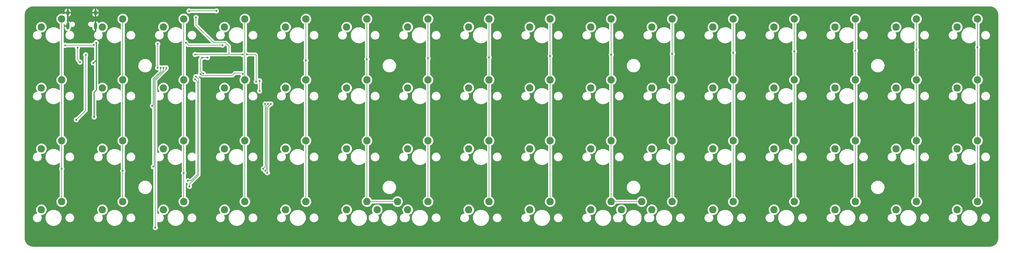
<source format=gbr>
%TF.GenerationSoftware,KiCad,Pcbnew,(6.0.7)*%
%TF.CreationDate,2022-10-03T19:09:15-04:00*%
%TF.ProjectId,HardLight,48617264-4c69-4676-9874-2e6b69636164,Mark 2 Rev F*%
%TF.SameCoordinates,Original*%
%TF.FileFunction,Copper,L1,Top*%
%TF.FilePolarity,Positive*%
%FSLAX46Y46*%
G04 Gerber Fmt 4.6, Leading zero omitted, Abs format (unit mm)*
G04 Created by KiCad (PCBNEW (6.0.7)) date 2022-10-03 19:09:15*
%MOMM*%
%LPD*%
G01*
G04 APERTURE LIST*
%TA.AperFunction,ComponentPad*%
%ADD10C,2.286000*%
%TD*%
%TA.AperFunction,ComponentPad*%
%ADD11O,1.000000X1.600000*%
%TD*%
%TA.AperFunction,ComponentPad*%
%ADD12O,1.000000X2.100000*%
%TD*%
%TA.AperFunction,ViaPad*%
%ADD13C,0.600000*%
%TD*%
%TA.AperFunction,Conductor*%
%ADD14C,0.300000*%
%TD*%
%TA.AperFunction,Conductor*%
%ADD15C,0.200000*%
%TD*%
G04 APERTURE END LIST*
D10*
%TO.P,K2,1*%
%TO.N,14*%
X60483750Y-75882500D03*
%TO.P,K2,2*%
%TO.N,Net-(D2-Pad2)*%
X54133750Y-78422500D03*
%TD*%
%TO.P,K3,1*%
%TO.N,13*%
X79533750Y-75869800D03*
%TO.P,K3,2*%
%TO.N,Net-(D3-Pad2)*%
X73183750Y-78409800D03*
%TD*%
%TO.P,K6,1*%
%TO.N,10*%
X136683750Y-75882500D03*
%TO.P,K6,2*%
%TO.N,Net-(D6-Pad2)*%
X130333750Y-78422500D03*
%TD*%
%TO.P,K7,1*%
%TO.N,9*%
X155733750Y-75882500D03*
%TO.P,K7,2*%
%TO.N,Net-(D7-Pad2)*%
X149383750Y-78422500D03*
%TD*%
%TO.P,K8,1*%
%TO.N,8*%
X174783750Y-75882500D03*
%TO.P,K8,2*%
%TO.N,Net-(D8-Pad2)*%
X168433750Y-78422500D03*
%TD*%
%TO.P,K9,1*%
%TO.N,7*%
X193833750Y-75882500D03*
%TO.P,K9,2*%
%TO.N,Net-(D9-Pad2)*%
X187483750Y-78422500D03*
%TD*%
%TO.P,K10,1*%
%TO.N,6*%
X212883750Y-75882500D03*
%TO.P,K10,2*%
%TO.N,Net-(D10-Pad2)*%
X206533750Y-78422500D03*
%TD*%
%TO.P,K11,1*%
%TO.N,5*%
X231933750Y-75882500D03*
%TO.P,K11,2*%
%TO.N,Net-(D11-Pad2)*%
X225583750Y-78422500D03*
%TD*%
%TO.P,K12,1*%
%TO.N,4*%
X250983750Y-75882500D03*
%TO.P,K12,2*%
%TO.N,Net-(D12-Pad2)*%
X244633750Y-78422500D03*
%TD*%
%TO.P,K13,1*%
%TO.N,3*%
X270033750Y-75882500D03*
%TO.P,K13,2*%
%TO.N,Net-(D13-Pad2)*%
X263683750Y-78422500D03*
%TD*%
%TO.P,K14,1*%
%TO.N,2*%
X289083750Y-75882500D03*
%TO.P,K14,2*%
%TO.N,Net-(D14-Pad2)*%
X282733750Y-78422500D03*
%TD*%
%TO.P,K15,1*%
%TO.N,1*%
X308133750Y-75882500D03*
%TO.P,K15,2*%
%TO.N,Net-(D15-Pad2)*%
X301783750Y-78422500D03*
%TD*%
%TO.P,K16,1*%
%TO.N,0*%
X327183750Y-75882500D03*
%TO.P,K16,2*%
%TO.N,Net-(D16-Pad2)*%
X320833750Y-78422500D03*
%TD*%
%TO.P,K17,1*%
%TO.N,15*%
X41433750Y-94932500D03*
%TO.P,K17,2*%
%TO.N,Net-(D17-Pad2)*%
X35083750Y-97472500D03*
%TD*%
%TO.P,K18,1*%
%TO.N,14*%
X60483750Y-94932500D03*
%TO.P,K18,2*%
%TO.N,Net-(D18-Pad2)*%
X54133750Y-97472500D03*
%TD*%
%TO.P,K19,1*%
%TO.N,13*%
X79533750Y-94932500D03*
%TO.P,K19,2*%
%TO.N,Net-(D19-Pad2)*%
X73183750Y-97472500D03*
%TD*%
%TO.P,K22,1*%
%TO.N,10*%
X136683750Y-94932500D03*
%TO.P,K22,2*%
%TO.N,Net-(D22-Pad2)*%
X130333750Y-97472500D03*
%TD*%
%TO.P,K23,1*%
%TO.N,9*%
X155733750Y-94932500D03*
%TO.P,K23,2*%
%TO.N,Net-(D23-Pad2)*%
X149383750Y-97472500D03*
%TD*%
%TO.P,K24,1*%
%TO.N,8*%
X174783750Y-94932500D03*
%TO.P,K24,2*%
%TO.N,Net-(D24-Pad2)*%
X168433750Y-97472500D03*
%TD*%
%TO.P,K25,1*%
%TO.N,7*%
X193833750Y-94932500D03*
%TO.P,K25,2*%
%TO.N,Net-(D25-Pad2)*%
X187483750Y-97472500D03*
%TD*%
%TO.P,K26,1*%
%TO.N,6*%
X212883750Y-94932500D03*
%TO.P,K26,2*%
%TO.N,Net-(D26-Pad2)*%
X206533750Y-97472500D03*
%TD*%
%TO.P,K27,1*%
%TO.N,5*%
X231933750Y-94932500D03*
%TO.P,K27,2*%
%TO.N,Net-(D27-Pad2)*%
X225583750Y-97472500D03*
%TD*%
%TO.P,K28,1*%
%TO.N,4*%
X250983750Y-94932500D03*
%TO.P,K28,2*%
%TO.N,Net-(D28-Pad2)*%
X244633750Y-97472500D03*
%TD*%
%TO.P,K29,1*%
%TO.N,3*%
X270033750Y-94932500D03*
%TO.P,K29,2*%
%TO.N,Net-(D29-Pad2)*%
X263683750Y-97472500D03*
%TD*%
%TO.P,K30,1*%
%TO.N,2*%
X289083750Y-94932500D03*
%TO.P,K30,2*%
%TO.N,Net-(D30-Pad2)*%
X282733750Y-97472500D03*
%TD*%
%TO.P,K31,1*%
%TO.N,1*%
X308133750Y-94932500D03*
%TO.P,K31,2*%
%TO.N,Net-(D31-Pad2)*%
X301783750Y-97472500D03*
%TD*%
%TO.P,K32,1*%
%TO.N,0*%
X327183750Y-94932500D03*
%TO.P,K32,2*%
%TO.N,Net-(D32-Pad2)*%
X320833750Y-97472500D03*
%TD*%
%TO.P,K33,1*%
%TO.N,15*%
X41433750Y-113982500D03*
%TO.P,K33,2*%
%TO.N,Net-(D33-Pad2)*%
X35083750Y-116522500D03*
%TD*%
%TO.P,K34,1*%
%TO.N,14*%
X60483750Y-113982500D03*
%TO.P,K34,2*%
%TO.N,Net-(D34-Pad2)*%
X54133750Y-116522500D03*
%TD*%
%TO.P,K35,1*%
%TO.N,13*%
X79533750Y-113982500D03*
%TO.P,K35,2*%
%TO.N,Net-(D35-Pad2)*%
X73183750Y-116522500D03*
%TD*%
%TO.P,K36,1*%
%TO.N,12*%
X98583750Y-113982500D03*
%TO.P,K36,2*%
%TO.N,Net-(D36-Pad2)*%
X92233750Y-116522500D03*
%TD*%
%TO.P,K37,1*%
%TO.N,11*%
X117633750Y-113982500D03*
%TO.P,K37,2*%
%TO.N,Net-(D37-Pad2)*%
X111283750Y-116522500D03*
%TD*%
%TO.P,K38,1*%
%TO.N,10*%
X136683750Y-113982500D03*
%TO.P,K38,2*%
%TO.N,Net-(D38-Pad2)*%
X130333750Y-116522500D03*
%TD*%
%TO.P,K39,1*%
%TO.N,9*%
X155733750Y-113982500D03*
%TO.P,K39,2*%
%TO.N,Net-(D39-Pad2)*%
X149383750Y-116522500D03*
%TD*%
%TO.P,K40,1*%
%TO.N,8*%
X174783750Y-113982500D03*
%TO.P,K40,2*%
%TO.N,Net-(D40-Pad2)*%
X168433750Y-116522500D03*
%TD*%
%TO.P,K41,1*%
%TO.N,7*%
X193833750Y-113982500D03*
%TO.P,K41,2*%
%TO.N,Net-(D41-Pad2)*%
X187483750Y-116522500D03*
%TD*%
%TO.P,K42,1*%
%TO.N,6*%
X212883750Y-113982500D03*
%TO.P,K42,2*%
%TO.N,Net-(D42-Pad2)*%
X206533750Y-116522500D03*
%TD*%
%TO.P,K43,1*%
%TO.N,5*%
X231933750Y-113982500D03*
%TO.P,K43,2*%
%TO.N,Net-(D43-Pad2)*%
X225583750Y-116522500D03*
%TD*%
%TO.P,K44,1*%
%TO.N,4*%
X250983750Y-113982500D03*
%TO.P,K44,2*%
%TO.N,Net-(D44-Pad2)*%
X244633750Y-116522500D03*
%TD*%
%TO.P,K45,1*%
%TO.N,3*%
X270033750Y-113982500D03*
%TO.P,K45,2*%
%TO.N,Net-(D45-Pad2)*%
X263683750Y-116522500D03*
%TD*%
%TO.P,K46,1*%
%TO.N,2*%
X289083750Y-113982500D03*
%TO.P,K46,2*%
%TO.N,Net-(D46-Pad2)*%
X282733750Y-116522500D03*
%TD*%
%TO.P,K47,1*%
%TO.N,1*%
X308133750Y-113982500D03*
%TO.P,K47,2*%
%TO.N,Net-(D47-Pad2)*%
X301783750Y-116522500D03*
%TD*%
%TO.P,K48,1*%
%TO.N,0*%
X327183750Y-113982500D03*
%TO.P,K48,2*%
%TO.N,Net-(D48-Pad2)*%
X320833750Y-116522500D03*
%TD*%
%TO.P,K49,1*%
%TO.N,15*%
X41433750Y-133032500D03*
%TO.P,K49,2*%
%TO.N,Net-(D49-Pad2)*%
X35083750Y-135572500D03*
%TD*%
%TO.P,K50,1*%
%TO.N,14*%
X60483750Y-133032500D03*
%TO.P,K50,2*%
%TO.N,Net-(D50-Pad2)*%
X54133750Y-135572500D03*
%TD*%
%TO.P,K51,1*%
%TO.N,13*%
X79533750Y-133032500D03*
%TO.P,K51,2*%
%TO.N,Net-(D51-Pad2)*%
X73183750Y-135572500D03*
%TD*%
%TO.P,K52,1*%
%TO.N,12*%
X98583750Y-133032500D03*
%TO.P,K52,2*%
%TO.N,Net-(D52-Pad2)*%
X92233750Y-135572500D03*
%TD*%
%TO.P,K53,1*%
%TO.N,11*%
X117633750Y-133032500D03*
%TO.P,K53,2*%
%TO.N,Net-(D53-Pad2)*%
X111283750Y-135572500D03*
%TD*%
%TO.P,K54,1*%
%TO.N,10*%
X136683750Y-133032500D03*
%TO.P,K54,2*%
%TO.N,Net-(D54-Pad2)*%
X130333750Y-135572500D03*
%TD*%
%TO.P,K55,1*%
%TO.N,9*%
X155733750Y-133032500D03*
%TO.P,K55,2*%
%TO.N,Net-(D55-Pad2)*%
X149383750Y-135572500D03*
%TD*%
%TO.P,K56,1*%
%TO.N,8*%
X174783750Y-133032500D03*
%TO.P,K56,2*%
%TO.N,Net-(D56-Pad2)*%
X168433750Y-135572500D03*
%TD*%
%TO.P,K57,1*%
%TO.N,7*%
X193833750Y-133032500D03*
%TO.P,K57,2*%
%TO.N,Net-(D57-Pad2)*%
X187483750Y-135572500D03*
%TD*%
%TO.P,K58,1*%
%TO.N,6*%
X212883750Y-133032500D03*
%TO.P,K58,2*%
%TO.N,Net-(D58-Pad2)*%
X206533750Y-135572500D03*
%TD*%
%TO.P,K59,1*%
%TO.N,5*%
X231933750Y-133032500D03*
%TO.P,K59,2*%
%TO.N,Net-(D59-Pad2)*%
X225583750Y-135572500D03*
%TD*%
%TO.P,K60,1*%
%TO.N,4*%
X250983750Y-133032500D03*
%TO.P,K60,2*%
%TO.N,Net-(D60-Pad2)*%
X244633750Y-135572500D03*
%TD*%
%TO.P,K61,1*%
%TO.N,3*%
X270033750Y-133032500D03*
%TO.P,K61,2*%
%TO.N,Net-(D61-Pad2)*%
X263683750Y-135572500D03*
%TD*%
%TO.P,K62,1*%
%TO.N,2*%
X289083750Y-133032500D03*
%TO.P,K62,2*%
%TO.N,Net-(D62-Pad2)*%
X282733750Y-135572500D03*
%TD*%
%TO.P,K63,1*%
%TO.N,1*%
X308133750Y-133032500D03*
%TO.P,K63,2*%
%TO.N,Net-(D63-Pad2)*%
X301783750Y-135572500D03*
%TD*%
%TO.P,K64,1*%
%TO.N,0*%
X327183750Y-133032500D03*
%TO.P,K64,2*%
%TO.N,Net-(D64-Pad2)*%
X320833750Y-135572500D03*
%TD*%
%TO.P,K1,1*%
%TO.N,15*%
X41433750Y-75882500D03*
%TO.P,K1,2*%
%TO.N,Net-(D1-Pad2)*%
X35083750Y-78422500D03*
%TD*%
%TO.P,K4,1*%
%TO.N,12*%
X98583750Y-75882500D03*
%TO.P,K4,2*%
%TO.N,Net-(D4-Pad2)*%
X92233750Y-78422500D03*
%TD*%
%TO.P,K5,1*%
%TO.N,11*%
X117633750Y-75882500D03*
%TO.P,K5,2*%
%TO.N,Net-(D5-Pad2)*%
X111283750Y-78422500D03*
%TD*%
%TO.P,K21,1*%
%TO.N,11*%
X117633750Y-94932500D03*
%TO.P,K21,2*%
%TO.N,Net-(D21-Pad2)*%
X111283750Y-97472500D03*
%TD*%
%TO.P,K20,1*%
%TO.N,12*%
X98583750Y-94932500D03*
%TO.P,K20,2*%
%TO.N,Net-(D20-Pad2)*%
X92233750Y-97472500D03*
%TD*%
%TO.P,K54.1,1*%
%TO.N,10*%
X146208750Y-133032500D03*
%TO.P,K54.1,2*%
%TO.N,Net-(D54-Pad2)*%
X139858750Y-135572500D03*
%TD*%
%TO.P,K58.1,1*%
%TO.N,6*%
X222408750Y-133032500D03*
%TO.P,K58.1,2*%
%TO.N,Net-(D58-Pad2)*%
X216058750Y-135572500D03*
%TD*%
D11*
%TO.P,J0,S1,SHIELD*%
%TO.N,GND*%
X43305000Y-73905400D03*
D12*
X43305000Y-78085400D03*
D11*
X51945000Y-73905400D03*
D12*
X51945000Y-78085400D03*
%TD*%
D13*
%TO.N,GND*%
X80957400Y-79370000D03*
X86513300Y-89688100D03*
X82702400Y-98171000D03*
X101092000Y-85725000D03*
X95885000Y-95250000D03*
X49663363Y-81401356D03*
X91338400Y-85750400D03*
X93472000Y-91567000D03*
X93599000Y-87688000D03*
X85719600Y-90481800D03*
X83947000Y-82931000D03*
X80822800Y-86309200D03*
X95377000Y-77597000D03*
X86995000Y-83058000D03*
X96037700Y-85719600D03*
X78232000Y-91440000D03*
X324623300Y-104768400D03*
X81153000Y-124739400D03*
X70231000Y-91567000D03*
X86995000Y-78232000D03*
X86995000Y-75565000D03*
X100711000Y-95250000D03*
X78587600Y-83286600D03*
X46831250Y-107950000D03*
X87702393Y-95253807D03*
X102235000Y-102235000D03*
X89255600Y-79502000D03*
X86513300Y-91275500D03*
X87307000Y-90481800D03*
X78689200Y-86080600D03*
X89204800Y-99999800D03*
X77089000Y-88163400D03*
%TO.N,VBUS*%
X51308000Y-89662000D03*
X52197000Y-83312000D03*
X51562000Y-106553000D03*
%TO.N,~{RESET}*%
X103187500Y-98425000D03*
X97917000Y-93091000D03*
X84709000Y-93091000D03*
X103187500Y-95250000D03*
%TO.N,+1V1*%
X85259066Y-87968934D03*
X86928314Y-87968934D03*
X85598000Y-92964000D03*
%TO.N,CS*%
X81153000Y-73406000D03*
X89700000Y-73367800D03*
%TO.N,0*%
X327183750Y-84746550D03*
%TO.N,1*%
X308133750Y-85541450D03*
%TO.N,2*%
X289083750Y-85820250D03*
%TO.N,3*%
X270033750Y-86074250D03*
%TO.N,4*%
X250983750Y-86455250D03*
%TO.N,5*%
X231933750Y-86836250D03*
%TO.N,6*%
X212883750Y-87090250D03*
%TO.N,7*%
X193833750Y-87471250D03*
%TO.N,8*%
X174783750Y-87915750D03*
%TO.N,9*%
X155733750Y-88169750D03*
%TO.N,10*%
X136683750Y-88487250D03*
%TO.N,11*%
X117633750Y-88868250D03*
%TO.N,13*%
X106680000Y-102489000D03*
X79533750Y-124098050D03*
X105613200Y-124028200D03*
%TO.N,14*%
X105791000Y-102489000D03*
X60483750Y-123399550D03*
X104938768Y-123403774D03*
%TO.N,15*%
X41433750Y-122777250D03*
X104902000Y-102489000D03*
X104343200Y-122758200D03*
%TO.N,23*%
X74041000Y-91186000D03*
X70642250Y-141193750D03*
%TO.N,24*%
X73152000Y-91186000D03*
X70007250Y-122143750D03*
%TO.N,26{slash}A0*%
X91567000Y-84074000D03*
X51484797Y-84011010D03*
X80137000Y-83312000D03*
X71374000Y-91186000D03*
X42532770Y-84137500D03*
X71374000Y-83693000D03*
%TO.N,27{slash}A1*%
X48895000Y-87122000D03*
X45974000Y-107442000D03*
%TO.N,+3V3*%
X47142400Y-89382600D03*
X46355000Y-84836000D03*
X83058000Y-86995000D03*
X97917000Y-86995000D03*
X99187000Y-86995000D03*
X102108000Y-95504000D03*
X83338500Y-75401500D03*
%TO.N,25*%
X69692750Y-103093750D03*
X72263000Y-91186000D03*
%TO.N,17*%
X83286600Y-93929200D03*
X81280000Y-128270000D03*
%TO.N,16*%
X83083400Y-94792800D03*
X80772000Y-126492000D03*
%TD*%
D14*
%TO.N,VBUS*%
X51533329Y-98834671D02*
X51533329Y-106524329D01*
X52197000Y-88773000D02*
X51308000Y-89662000D01*
X52197000Y-98171000D02*
X51533329Y-98834671D01*
X51533329Y-106524329D02*
X51562000Y-106553000D01*
X52197000Y-88773000D02*
X52197000Y-98171000D01*
X52197000Y-83312000D02*
X52197000Y-88773000D01*
D15*
%TO.N,~{RESET}*%
X97917000Y-93091000D02*
X97663000Y-92837000D01*
X103187500Y-95250000D02*
X103187500Y-98425000D01*
X95377000Y-92837000D02*
X94625693Y-93588307D01*
X94625693Y-93588307D02*
X85206307Y-93588307D01*
X97663000Y-92837000D02*
X95377000Y-92837000D01*
X85206307Y-93588307D02*
X84709000Y-93091000D01*
%TO.N,+1V1*%
X85471000Y-92964000D02*
X85598000Y-92964000D01*
X85132066Y-87968934D02*
X84709000Y-88392000D01*
X84709000Y-92202000D02*
X85471000Y-92964000D01*
X85259066Y-87968934D02*
X85132066Y-87968934D01*
X84709000Y-88392000D02*
X84709000Y-92202000D01*
X86928314Y-87968934D02*
X85259066Y-87968934D01*
%TO.N,CS*%
X89700000Y-73367800D02*
X81191200Y-73367800D01*
X81191200Y-73367800D02*
X81153000Y-73406000D01*
%TO.N,0*%
X327183750Y-84746550D02*
X327183750Y-133032500D01*
X327183750Y-75882500D02*
X327183750Y-84746550D01*
%TO.N,1*%
X308133750Y-133032500D02*
X308133750Y-85541450D01*
X308133750Y-85541450D02*
X308133750Y-75882500D01*
%TO.N,2*%
X289083750Y-75882500D02*
X289083750Y-85820250D01*
X289083750Y-85820250D02*
X289083750Y-133032500D01*
%TO.N,3*%
X270033750Y-133032500D02*
X270033750Y-86074250D01*
X270033750Y-86074250D02*
X270033750Y-75882500D01*
%TO.N,4*%
X250983750Y-86455250D02*
X250983750Y-133032500D01*
X250983750Y-75882500D02*
X250983750Y-86455250D01*
%TO.N,5*%
X231933750Y-86836250D02*
X231933750Y-75882500D01*
X231933750Y-133032500D02*
X231933750Y-86836250D01*
%TO.N,6*%
X212883750Y-75882500D02*
X212883750Y-87090250D01*
X212883750Y-87090250D02*
X212883750Y-133032500D01*
X212883750Y-133032500D02*
X222408750Y-133032500D01*
%TO.N,7*%
X193833750Y-133032500D02*
X193833750Y-87471250D01*
X193833750Y-87471250D02*
X193833750Y-75882500D01*
%TO.N,8*%
X174783750Y-75882500D02*
X174783750Y-87915750D01*
X174783750Y-87915750D02*
X174783750Y-133032500D01*
%TO.N,9*%
X155733750Y-133032500D02*
X155733750Y-88169750D01*
X155733750Y-88169750D02*
X155733750Y-75882500D01*
%TO.N,10*%
X136683750Y-88487250D02*
X136683750Y-75882500D01*
X136683750Y-133032500D02*
X136683750Y-88487250D01*
X136683750Y-133032500D02*
X146208750Y-133032500D01*
%TO.N,11*%
X117633750Y-75882500D02*
X117633750Y-88868250D01*
X117633750Y-88868250D02*
X117633750Y-133032500D01*
%TO.N,12*%
X98583750Y-93503750D02*
X98583750Y-75882500D01*
X98583750Y-133032500D02*
X98583750Y-93503750D01*
%TO.N,13*%
X79533750Y-75869800D02*
X79533750Y-93630750D01*
X106680000Y-102489000D02*
X105601040Y-103567960D01*
X105601040Y-103567960D02*
X105601040Y-121730040D01*
X105601040Y-124016040D02*
X105613200Y-124028200D01*
X79533750Y-93630750D02*
X79533750Y-94932500D01*
X79533750Y-122904250D02*
X79533750Y-133032500D01*
X79533750Y-94932500D02*
X79533750Y-122904250D01*
X105601040Y-122363960D02*
X105601040Y-124016040D01*
X105601040Y-122363960D02*
X105601040Y-121730040D01*
%TO.N,14*%
X105251520Y-103028480D02*
X105251520Y-121722880D01*
X105251520Y-121722880D02*
X105251520Y-123091022D01*
X105251520Y-123091022D02*
X104938768Y-123403774D01*
X60483750Y-133032500D02*
X60483750Y-123399550D01*
X60483750Y-93122750D02*
X60483750Y-75882500D01*
X60483750Y-123399550D02*
X60483750Y-122840750D01*
X60483750Y-94932500D02*
X60483750Y-93122750D01*
X105791000Y-102489000D02*
X105251520Y-103028480D01*
X60483750Y-122840750D02*
X60483750Y-94932500D01*
%TO.N,15*%
X41433750Y-96742250D02*
X41433750Y-97631250D01*
X41433750Y-94932500D02*
X41433750Y-96742250D01*
X41433750Y-122777250D02*
X41433750Y-133032500D01*
X41433750Y-94932500D02*
X41433750Y-93091000D01*
X104902000Y-121081800D02*
X104902000Y-122199400D01*
X104902000Y-102489000D02*
X104902000Y-121081800D01*
X41402000Y-97663000D02*
X41433750Y-97694750D01*
X41433750Y-97694750D02*
X41433750Y-122777250D01*
X41433750Y-93091000D02*
X41433750Y-75882500D01*
X104902000Y-122199400D02*
X104343200Y-122758200D01*
X41433750Y-97631250D02*
X41402000Y-97663000D01*
%TO.N,23*%
X71022215Y-94644215D02*
X73181215Y-92485215D01*
X70633329Y-141184829D02*
X70642250Y-141193750D01*
X74041000Y-91625430D02*
X73181215Y-92485215D01*
X71022215Y-94644215D02*
X70633329Y-95033101D01*
X70633329Y-95033101D02*
X70633329Y-141184829D01*
X74041000Y-91186000D02*
X74041000Y-91625430D01*
%TO.N,24*%
X70283809Y-121867191D02*
X70007250Y-122143750D01*
X70584567Y-94587567D02*
X70283809Y-94888326D01*
X70283809Y-94888326D02*
X70283809Y-121867191D01*
X73152000Y-91186000D02*
X73152000Y-92020134D01*
X70584567Y-94587567D02*
X72235567Y-92936567D01*
X73152000Y-92020134D02*
X72235567Y-92936567D01*
%TO.N,26{slash}A0*%
X80899000Y-84074000D02*
X91567000Y-84074000D01*
X51363607Y-84132200D02*
X51484797Y-84011010D01*
X71374000Y-89027000D02*
X71374000Y-83693000D01*
X80137000Y-83312000D02*
X80899000Y-84074000D01*
X71374000Y-91186000D02*
X71374000Y-89027000D01*
X42532770Y-84137500D02*
X42538070Y-84132200D01*
X42538070Y-84132200D02*
X51363607Y-84132200D01*
%TO.N,27{slash}A1*%
X48895000Y-87122000D02*
X48895000Y-104521000D01*
X48895000Y-104521000D02*
X45974000Y-107442000D01*
%TO.N,+3V3*%
X46355000Y-88595200D02*
X46355000Y-84836000D01*
X93599000Y-84365121D02*
X92572379Y-83338500D01*
X83338500Y-77782600D02*
X88894400Y-83338500D01*
X83338500Y-77782600D02*
X83338500Y-75401500D01*
X47142400Y-89382600D02*
X46355000Y-88595200D01*
X102108000Y-95504000D02*
X102108000Y-87249000D01*
X97917000Y-86995000D02*
X93599000Y-86995000D01*
X93599000Y-86995000D02*
X93599000Y-84365121D01*
X102108000Y-87249000D02*
X101854000Y-86995000D01*
X92572379Y-83338500D02*
X88894400Y-83338500D01*
X93599000Y-86995000D02*
X83058000Y-86995000D01*
X101854000Y-86995000D02*
X99187000Y-86995000D01*
%TO.N,25*%
X72263000Y-92414838D02*
X71289919Y-93387919D01*
X69934289Y-94743551D02*
X69934289Y-102852211D01*
X70210419Y-94467419D02*
X71289919Y-93387919D01*
X72263000Y-91186000D02*
X72263000Y-92414838D01*
X69934289Y-102852211D02*
X69692750Y-103093750D01*
X70210419Y-94467419D02*
X69934289Y-94743551D01*
%TO.N,17*%
X84117286Y-124657010D02*
X81280000Y-127494296D01*
X83286600Y-93929200D02*
X84130990Y-94773590D01*
X84130990Y-124657010D02*
X84117286Y-124657010D01*
X84130990Y-94773590D02*
X84130990Y-124657010D01*
X81280000Y-127494296D02*
X81280000Y-128270000D01*
%TO.N,16*%
X80772000Y-126492000D02*
X81788000Y-126492000D01*
X83781470Y-95490870D02*
X83781470Y-124498530D01*
X83083400Y-94792800D02*
X83781470Y-95490870D01*
X83781470Y-124498530D02*
X81788000Y-126492000D01*
%TD*%
%TA.AperFunction,Conductor*%
%TO.N,GND*%
G36*
X330963765Y-71947501D02*
G01*
X330978589Y-71949810D01*
X330978598Y-71949810D01*
X330987466Y-71951191D01*
X331005463Y-71948838D01*
X331028857Y-71947972D01*
X331285243Y-71962375D01*
X331299265Y-71963956D01*
X331580114Y-72011678D01*
X331593879Y-72014820D01*
X331776321Y-72067383D01*
X331867620Y-72093687D01*
X331880957Y-72098354D01*
X332144136Y-72207370D01*
X332156865Y-72213500D01*
X332406199Y-72351304D01*
X332418159Y-72358820D01*
X332650484Y-72523667D01*
X332661531Y-72532477D01*
X332824935Y-72678506D01*
X332873938Y-72722299D01*
X332883928Y-72732290D01*
X333073752Y-72944706D01*
X333082562Y-72955753D01*
X333247405Y-73188081D01*
X333254922Y-73200045D01*
X333392714Y-73449363D01*
X333398845Y-73462094D01*
X333507859Y-73725281D01*
X333512526Y-73738617D01*
X333551957Y-73875486D01*
X333591014Y-74011054D01*
X333591389Y-74012356D01*
X333594531Y-74026124D01*
X333642248Y-74306971D01*
X333642249Y-74306974D01*
X333643830Y-74321009D01*
X333656257Y-74542277D01*
X333657832Y-74570330D01*
X333656529Y-74596781D01*
X333655059Y-74606224D01*
X333656223Y-74615126D01*
X333656223Y-74615128D01*
X333659186Y-74637783D01*
X333660250Y-74654121D01*
X333660250Y-144413133D01*
X333658750Y-144432518D01*
X333656440Y-144447351D01*
X333656440Y-144447355D01*
X333655059Y-144456224D01*
X333656886Y-144470192D01*
X333657412Y-144474216D01*
X333658278Y-144497619D01*
X333643881Y-144753991D01*
X333642300Y-144768027D01*
X333632792Y-144823983D01*
X333594580Y-145048881D01*
X333591436Y-145062656D01*
X333512572Y-145336403D01*
X333507905Y-145349739D01*
X333398892Y-145612925D01*
X333392767Y-145625645D01*
X333255606Y-145873820D01*
X333254964Y-145874982D01*
X333247448Y-145886944D01*
X333082591Y-146119293D01*
X333073792Y-146130326D01*
X332883984Y-146342724D01*
X332883964Y-146342746D01*
X332873983Y-146352728D01*
X332661553Y-146542570D01*
X332650519Y-146551369D01*
X332418179Y-146716226D01*
X332406216Y-146723743D01*
X332156893Y-146861543D01*
X332144162Y-146867674D01*
X331880977Y-146976692D01*
X331867641Y-146981359D01*
X331593890Y-147060229D01*
X331580121Y-147063372D01*
X331539529Y-147070269D01*
X331299280Y-147111092D01*
X331285240Y-147112675D01*
X331036381Y-147126654D01*
X331009937Y-147125353D01*
X331009567Y-147125296D01*
X331000018Y-147123809D01*
X330971795Y-147127500D01*
X330968461Y-147127936D01*
X330952122Y-147129000D01*
X32593117Y-147129000D01*
X32573732Y-147127500D01*
X32558899Y-147125190D01*
X32558895Y-147125190D01*
X32550026Y-147123809D01*
X32541124Y-147124973D01*
X32541122Y-147124973D01*
X32538218Y-147125353D01*
X32532030Y-147126162D01*
X32508633Y-147127028D01*
X32252258Y-147112631D01*
X32238226Y-147111050D01*
X32097798Y-147087190D01*
X31957374Y-147063330D01*
X31943599Y-147060186D01*
X31669859Y-146981323D01*
X31656522Y-146976656D01*
X31393332Y-146867639D01*
X31380602Y-146861508D01*
X31131282Y-146723714D01*
X31119318Y-146716197D01*
X30947173Y-146594054D01*
X30886986Y-146551350D01*
X30875940Y-146542541D01*
X30663526Y-146352715D01*
X30653535Y-146342724D01*
X30463709Y-146130310D01*
X30454899Y-146119262D01*
X30290053Y-145886932D01*
X30282536Y-145874968D01*
X30144742Y-145625648D01*
X30138611Y-145612918D01*
X30029594Y-145349728D01*
X30024927Y-145336391D01*
X29946064Y-145062651D01*
X29942920Y-145048876D01*
X29895201Y-144768029D01*
X29893619Y-144753988D01*
X29879839Y-144508602D01*
X29881161Y-144484708D01*
X29881084Y-144484701D01*
X29881287Y-144482437D01*
X29881387Y-144480631D01*
X29881520Y-144479842D01*
X29882326Y-144475052D01*
X29882479Y-144462500D01*
X29878523Y-144434876D01*
X29877250Y-144417014D01*
X29877250Y-138048232D01*
X32450950Y-138048232D01*
X32459604Y-138278768D01*
X32506978Y-138504550D01*
X32508936Y-138509509D01*
X32508937Y-138509511D01*
X32537695Y-138582330D01*
X32591717Y-138719122D01*
X32711397Y-138916349D01*
X32714894Y-138920379D01*
X32808518Y-139028271D01*
X32862597Y-139090592D01*
X32866728Y-139093979D01*
X33036865Y-139233484D01*
X33036871Y-139233488D01*
X33040993Y-139236868D01*
X33241485Y-139350994D01*
X33246501Y-139352815D01*
X33246506Y-139352817D01*
X33453325Y-139427889D01*
X33453329Y-139427890D01*
X33458340Y-139429709D01*
X33463589Y-139430658D01*
X33463592Y-139430659D01*
X33681273Y-139470022D01*
X33681280Y-139470023D01*
X33685357Y-139470760D01*
X33703094Y-139471596D01*
X33708042Y-139471830D01*
X33708049Y-139471830D01*
X33709530Y-139471900D01*
X33871675Y-139471900D01*
X33938631Y-139466219D01*
X34038312Y-139457761D01*
X34038316Y-139457760D01*
X34043623Y-139457310D01*
X34048778Y-139455972D01*
X34048784Y-139455971D01*
X34261753Y-139400695D01*
X34261757Y-139400694D01*
X34266922Y-139399353D01*
X34271788Y-139397161D01*
X34271791Y-139397160D01*
X34472399Y-139306793D01*
X34477265Y-139304601D01*
X34481685Y-139301625D01*
X34481689Y-139301623D01*
X34640636Y-139194612D01*
X34668635Y-139175762D01*
X34835562Y-139016522D01*
X34902883Y-138926039D01*
X34970087Y-138835714D01*
X34970089Y-138835711D01*
X34973271Y-138831434D01*
X35029990Y-138719877D01*
X35075408Y-138630546D01*
X35075408Y-138630545D01*
X35077827Y-138625788D01*
X35117093Y-138499331D01*
X35144655Y-138410570D01*
X35144656Y-138410564D01*
X35146239Y-138405467D01*
X35164202Y-138269938D01*
X36391350Y-138269938D01*
X36430814Y-138582330D01*
X36509120Y-138887313D01*
X36625034Y-139180077D01*
X36626936Y-139183536D01*
X36626937Y-139183539D01*
X36769611Y-139443061D01*
X36776726Y-139456004D01*
X36961805Y-139710744D01*
X37177352Y-139940278D01*
X37419968Y-140140987D01*
X37685826Y-140309706D01*
X37689405Y-140311390D01*
X37689412Y-140311394D01*
X37967144Y-140442084D01*
X37967148Y-140442086D01*
X37970734Y-140443773D01*
X38270198Y-140541075D01*
X38579496Y-140600077D01*
X38673050Y-140605963D01*
X38813108Y-140614775D01*
X38813124Y-140614776D01*
X38815103Y-140614900D01*
X38972397Y-140614900D01*
X38974376Y-140614776D01*
X38974392Y-140614775D01*
X39114450Y-140605963D01*
X39208004Y-140600077D01*
X39517302Y-140541075D01*
X39816766Y-140443773D01*
X39820352Y-140442086D01*
X39820356Y-140442084D01*
X40098088Y-140311394D01*
X40098095Y-140311390D01*
X40101674Y-140309706D01*
X40367532Y-140140987D01*
X40610148Y-139940278D01*
X40825695Y-139710744D01*
X41010774Y-139456004D01*
X41017890Y-139443061D01*
X41160563Y-139183539D01*
X41160564Y-139183536D01*
X41162466Y-139180077D01*
X41278380Y-138887313D01*
X41356686Y-138582330D01*
X41396150Y-138269938D01*
X41396150Y-138048232D01*
X42610950Y-138048232D01*
X42619604Y-138278768D01*
X42666978Y-138504550D01*
X42668936Y-138509509D01*
X42668937Y-138509511D01*
X42697695Y-138582330D01*
X42751717Y-138719122D01*
X42871397Y-138916349D01*
X42874894Y-138920379D01*
X42968518Y-139028271D01*
X43022597Y-139090592D01*
X43026728Y-139093979D01*
X43196865Y-139233484D01*
X43196871Y-139233488D01*
X43200993Y-139236868D01*
X43401485Y-139350994D01*
X43406501Y-139352815D01*
X43406506Y-139352817D01*
X43613325Y-139427889D01*
X43613329Y-139427890D01*
X43618340Y-139429709D01*
X43623589Y-139430658D01*
X43623592Y-139430659D01*
X43841273Y-139470022D01*
X43841280Y-139470023D01*
X43845357Y-139470760D01*
X43863094Y-139471596D01*
X43868042Y-139471830D01*
X43868049Y-139471830D01*
X43869530Y-139471900D01*
X44031675Y-139471900D01*
X44098631Y-139466219D01*
X44198312Y-139457761D01*
X44198316Y-139457760D01*
X44203623Y-139457310D01*
X44208778Y-139455972D01*
X44208784Y-139455971D01*
X44421753Y-139400695D01*
X44421757Y-139400694D01*
X44426922Y-139399353D01*
X44431788Y-139397161D01*
X44431791Y-139397160D01*
X44632399Y-139306793D01*
X44637265Y-139304601D01*
X44641685Y-139301625D01*
X44641689Y-139301623D01*
X44800636Y-139194612D01*
X44828635Y-139175762D01*
X44995562Y-139016522D01*
X45062883Y-138926039D01*
X45130087Y-138835714D01*
X45130089Y-138835711D01*
X45133271Y-138831434D01*
X45189990Y-138719877D01*
X45235408Y-138630546D01*
X45235408Y-138630545D01*
X45237827Y-138625788D01*
X45277093Y-138499331D01*
X45304655Y-138410570D01*
X45304656Y-138410564D01*
X45306239Y-138405467D01*
X45336550Y-138176768D01*
X45331725Y-138048232D01*
X51500950Y-138048232D01*
X51509604Y-138278768D01*
X51556978Y-138504550D01*
X51558936Y-138509509D01*
X51558937Y-138509511D01*
X51587695Y-138582330D01*
X51641717Y-138719122D01*
X51761397Y-138916349D01*
X51764894Y-138920379D01*
X51858518Y-139028271D01*
X51912597Y-139090592D01*
X51916728Y-139093979D01*
X52086865Y-139233484D01*
X52086871Y-139233488D01*
X52090993Y-139236868D01*
X52291485Y-139350994D01*
X52296501Y-139352815D01*
X52296506Y-139352817D01*
X52503325Y-139427889D01*
X52503329Y-139427890D01*
X52508340Y-139429709D01*
X52513589Y-139430658D01*
X52513592Y-139430659D01*
X52731273Y-139470022D01*
X52731280Y-139470023D01*
X52735357Y-139470760D01*
X52753094Y-139471596D01*
X52758042Y-139471830D01*
X52758049Y-139471830D01*
X52759530Y-139471900D01*
X52921675Y-139471900D01*
X52988631Y-139466219D01*
X53088312Y-139457761D01*
X53088316Y-139457760D01*
X53093623Y-139457310D01*
X53098778Y-139455972D01*
X53098784Y-139455971D01*
X53311753Y-139400695D01*
X53311757Y-139400694D01*
X53316922Y-139399353D01*
X53321788Y-139397161D01*
X53321791Y-139397160D01*
X53522399Y-139306793D01*
X53527265Y-139304601D01*
X53531685Y-139301625D01*
X53531689Y-139301623D01*
X53690636Y-139194612D01*
X53718635Y-139175762D01*
X53885562Y-139016522D01*
X53952883Y-138926039D01*
X54020087Y-138835714D01*
X54020089Y-138835711D01*
X54023271Y-138831434D01*
X54079990Y-138719877D01*
X54125408Y-138630546D01*
X54125408Y-138630545D01*
X54127827Y-138625788D01*
X54167093Y-138499331D01*
X54194655Y-138410570D01*
X54194656Y-138410564D01*
X54196239Y-138405467D01*
X54214202Y-138269938D01*
X55441350Y-138269938D01*
X55480814Y-138582330D01*
X55559120Y-138887313D01*
X55675034Y-139180077D01*
X55676936Y-139183536D01*
X55676937Y-139183539D01*
X55819611Y-139443061D01*
X55826726Y-139456004D01*
X56011805Y-139710744D01*
X56227352Y-139940278D01*
X56469968Y-140140987D01*
X56735826Y-140309706D01*
X56739405Y-140311390D01*
X56739412Y-140311394D01*
X57017144Y-140442084D01*
X57017148Y-140442086D01*
X57020734Y-140443773D01*
X57320198Y-140541075D01*
X57629496Y-140600077D01*
X57723050Y-140605963D01*
X57863108Y-140614775D01*
X57863124Y-140614776D01*
X57865103Y-140614900D01*
X58022397Y-140614900D01*
X58024376Y-140614776D01*
X58024392Y-140614775D01*
X58164450Y-140605963D01*
X58258004Y-140600077D01*
X58567302Y-140541075D01*
X58866766Y-140443773D01*
X58870352Y-140442086D01*
X58870356Y-140442084D01*
X59148088Y-140311394D01*
X59148095Y-140311390D01*
X59151674Y-140309706D01*
X59417532Y-140140987D01*
X59660148Y-139940278D01*
X59875695Y-139710744D01*
X60060774Y-139456004D01*
X60067890Y-139443061D01*
X60210563Y-139183539D01*
X60210564Y-139183536D01*
X60212466Y-139180077D01*
X60328380Y-138887313D01*
X60406686Y-138582330D01*
X60446150Y-138269938D01*
X60446150Y-138048232D01*
X61660950Y-138048232D01*
X61669604Y-138278768D01*
X61716978Y-138504550D01*
X61718936Y-138509509D01*
X61718937Y-138509511D01*
X61747695Y-138582330D01*
X61801717Y-138719122D01*
X61921397Y-138916349D01*
X61924894Y-138920379D01*
X62018518Y-139028271D01*
X62072597Y-139090592D01*
X62076728Y-139093979D01*
X62246865Y-139233484D01*
X62246871Y-139233488D01*
X62250993Y-139236868D01*
X62451485Y-139350994D01*
X62456501Y-139352815D01*
X62456506Y-139352817D01*
X62663325Y-139427889D01*
X62663329Y-139427890D01*
X62668340Y-139429709D01*
X62673589Y-139430658D01*
X62673592Y-139430659D01*
X62891273Y-139470022D01*
X62891280Y-139470023D01*
X62895357Y-139470760D01*
X62913094Y-139471596D01*
X62918042Y-139471830D01*
X62918049Y-139471830D01*
X62919530Y-139471900D01*
X63081675Y-139471900D01*
X63148631Y-139466219D01*
X63248312Y-139457761D01*
X63248316Y-139457760D01*
X63253623Y-139457310D01*
X63258778Y-139455972D01*
X63258784Y-139455971D01*
X63471753Y-139400695D01*
X63471757Y-139400694D01*
X63476922Y-139399353D01*
X63481788Y-139397161D01*
X63481791Y-139397160D01*
X63682399Y-139306793D01*
X63687265Y-139304601D01*
X63691685Y-139301625D01*
X63691689Y-139301623D01*
X63850636Y-139194612D01*
X63878635Y-139175762D01*
X64045562Y-139016522D01*
X64112883Y-138926039D01*
X64180087Y-138835714D01*
X64180089Y-138835711D01*
X64183271Y-138831434D01*
X64239990Y-138719877D01*
X64285408Y-138630546D01*
X64285408Y-138630545D01*
X64287827Y-138625788D01*
X64327093Y-138499331D01*
X64354655Y-138410570D01*
X64354656Y-138410564D01*
X64356239Y-138405467D01*
X64386550Y-138176768D01*
X64377896Y-137946232D01*
X64330522Y-137720450D01*
X64301360Y-137646606D01*
X64281061Y-137595207D01*
X64245783Y-137505878D01*
X64126103Y-137308651D01*
X64122606Y-137304621D01*
X63978403Y-137138441D01*
X63978401Y-137138439D01*
X63974903Y-137134408D01*
X63932768Y-137099860D01*
X63800635Y-136991516D01*
X63800629Y-136991512D01*
X63796507Y-136988132D01*
X63596015Y-136874006D01*
X63590999Y-136872185D01*
X63590994Y-136872183D01*
X63384175Y-136797111D01*
X63384171Y-136797110D01*
X63379160Y-136795291D01*
X63373911Y-136794342D01*
X63373908Y-136794341D01*
X63156227Y-136754978D01*
X63156220Y-136754977D01*
X63152143Y-136754240D01*
X63133420Y-136753357D01*
X63129458Y-136753170D01*
X63129451Y-136753170D01*
X63127970Y-136753100D01*
X62965825Y-136753100D01*
X62898869Y-136758781D01*
X62799188Y-136767239D01*
X62799184Y-136767240D01*
X62793877Y-136767690D01*
X62788722Y-136769028D01*
X62788716Y-136769029D01*
X62575747Y-136824305D01*
X62575743Y-136824306D01*
X62570578Y-136825647D01*
X62565712Y-136827839D01*
X62565709Y-136827840D01*
X62384419Y-136909505D01*
X62360235Y-136920399D01*
X62355815Y-136923375D01*
X62355811Y-136923377D01*
X62351829Y-136926058D01*
X62168865Y-137049238D01*
X62001938Y-137208478D01*
X61998750Y-137212763D01*
X61870174Y-137385576D01*
X61864229Y-137393566D01*
X61861814Y-137398316D01*
X61766794Y-137585207D01*
X61759673Y-137599212D01*
X61747370Y-137638835D01*
X61692845Y-137814430D01*
X61692844Y-137814436D01*
X61691261Y-137819533D01*
X61690560Y-137824825D01*
X61661720Y-138042423D01*
X61660950Y-138048232D01*
X60446150Y-138048232D01*
X60446150Y-137955062D01*
X60406686Y-137642670D01*
X60328380Y-137337687D01*
X60212466Y-137044923D01*
X60206499Y-137034069D01*
X60062683Y-136772468D01*
X60062681Y-136772465D01*
X60060774Y-136768996D01*
X59875695Y-136514256D01*
X59660148Y-136284722D01*
X59417532Y-136084013D01*
X59151674Y-135915294D01*
X59148095Y-135913610D01*
X59148088Y-135913606D01*
X58870356Y-135782916D01*
X58870352Y-135782914D01*
X58866766Y-135781227D01*
X58567302Y-135683925D01*
X58258004Y-135624923D01*
X58164450Y-135619037D01*
X58024392Y-135610225D01*
X58024376Y-135610224D01*
X58022397Y-135610100D01*
X57865103Y-135610100D01*
X57863124Y-135610224D01*
X57863108Y-135610225D01*
X57723050Y-135619037D01*
X57629496Y-135624923D01*
X57320198Y-135683925D01*
X57020734Y-135781227D01*
X57017148Y-135782914D01*
X57017144Y-135782916D01*
X56739412Y-135913606D01*
X56739405Y-135913610D01*
X56735826Y-135915294D01*
X56469968Y-136084013D01*
X56227352Y-136284722D01*
X56011805Y-136514256D01*
X55826726Y-136768996D01*
X55824819Y-136772465D01*
X55824817Y-136772468D01*
X55681001Y-137034069D01*
X55675034Y-137044923D01*
X55559120Y-137337687D01*
X55480814Y-137642670D01*
X55441350Y-137955062D01*
X55441350Y-138269938D01*
X54214202Y-138269938D01*
X54226550Y-138176768D01*
X54217896Y-137946232D01*
X54170522Y-137720450D01*
X54141360Y-137646606D01*
X54121061Y-137595207D01*
X54085783Y-137505878D01*
X54033722Y-137420084D01*
X54015483Y-137351471D01*
X54037235Y-137283888D01*
X54092071Y-137238794D01*
X54133842Y-137230270D01*
X54133750Y-137229107D01*
X54392900Y-137208711D01*
X54397707Y-137207557D01*
X54397713Y-137207556D01*
X54559207Y-137168785D01*
X54645670Y-137148027D01*
X54671266Y-137137425D01*
X54881262Y-137050442D01*
X54881264Y-137050441D01*
X54885834Y-137048548D01*
X55107479Y-136912723D01*
X55242844Y-136797111D01*
X55301386Y-136747111D01*
X55305148Y-136743898D01*
X55473973Y-136546229D01*
X55609798Y-136324584D01*
X55626310Y-136284722D01*
X55707383Y-136088993D01*
X55707384Y-136088991D01*
X55709277Y-136084420D01*
X55749880Y-135915294D01*
X55768806Y-135836463D01*
X55768807Y-135836457D01*
X55769961Y-135831650D01*
X55790357Y-135572500D01*
X55769961Y-135313350D01*
X55709277Y-135060580D01*
X55609798Y-134820416D01*
X55473973Y-134598771D01*
X55305148Y-134401102D01*
X55107479Y-134232277D01*
X54885834Y-134096452D01*
X54881264Y-134094559D01*
X54881262Y-134094558D01*
X54650243Y-133998867D01*
X54650241Y-133998866D01*
X54645670Y-133996973D01*
X54559207Y-133976215D01*
X54397713Y-133937444D01*
X54397707Y-133937443D01*
X54392900Y-133936289D01*
X54133750Y-133915893D01*
X53874600Y-133936289D01*
X53869793Y-133937443D01*
X53869787Y-133937444D01*
X53708293Y-133976215D01*
X53621830Y-133996973D01*
X53617259Y-133998866D01*
X53617257Y-133998867D01*
X53386238Y-134094558D01*
X53386236Y-134094559D01*
X53381666Y-134096452D01*
X53160021Y-134232277D01*
X52962352Y-134401102D01*
X52793527Y-134598771D01*
X52657702Y-134820416D01*
X52558223Y-135060580D01*
X52497539Y-135313350D01*
X52477143Y-135572500D01*
X52497539Y-135831650D01*
X52498693Y-135836457D01*
X52498694Y-135836463D01*
X52517620Y-135915294D01*
X52558223Y-136084420D01*
X52560116Y-136088991D01*
X52560117Y-136088993D01*
X52641191Y-136284722D01*
X52657702Y-136324584D01*
X52793527Y-136546229D01*
X52799709Y-136553467D01*
X52828739Y-136618255D01*
X52818134Y-136688455D01*
X52771259Y-136741778D01*
X52714551Y-136760845D01*
X52687086Y-136763175D01*
X52639188Y-136767239D01*
X52639184Y-136767240D01*
X52633877Y-136767690D01*
X52628722Y-136769028D01*
X52628716Y-136769029D01*
X52415747Y-136824305D01*
X52415743Y-136824306D01*
X52410578Y-136825647D01*
X52405712Y-136827839D01*
X52405709Y-136827840D01*
X52224419Y-136909505D01*
X52200235Y-136920399D01*
X52195815Y-136923375D01*
X52195811Y-136923377D01*
X52191829Y-136926058D01*
X52008865Y-137049238D01*
X51841938Y-137208478D01*
X51838750Y-137212763D01*
X51710174Y-137385576D01*
X51704229Y-137393566D01*
X51701814Y-137398316D01*
X51606794Y-137585207D01*
X51599673Y-137599212D01*
X51587370Y-137638835D01*
X51532845Y-137814430D01*
X51532844Y-137814436D01*
X51531261Y-137819533D01*
X51530560Y-137824825D01*
X51501720Y-138042423D01*
X51500950Y-138048232D01*
X45331725Y-138048232D01*
X45327896Y-137946232D01*
X45280522Y-137720450D01*
X45251360Y-137646606D01*
X45231061Y-137595207D01*
X45195783Y-137505878D01*
X45076103Y-137308651D01*
X45072606Y-137304621D01*
X44928403Y-137138441D01*
X44928401Y-137138439D01*
X44924903Y-137134408D01*
X44882768Y-137099860D01*
X44750635Y-136991516D01*
X44750629Y-136991512D01*
X44746507Y-136988132D01*
X44546015Y-136874006D01*
X44540999Y-136872185D01*
X44540994Y-136872183D01*
X44334175Y-136797111D01*
X44334171Y-136797110D01*
X44329160Y-136795291D01*
X44323911Y-136794342D01*
X44323908Y-136794341D01*
X44106227Y-136754978D01*
X44106220Y-136754977D01*
X44102143Y-136754240D01*
X44083420Y-136753357D01*
X44079458Y-136753170D01*
X44079451Y-136753170D01*
X44077970Y-136753100D01*
X43915825Y-136753100D01*
X43848869Y-136758781D01*
X43749188Y-136767239D01*
X43749184Y-136767240D01*
X43743877Y-136767690D01*
X43738722Y-136769028D01*
X43738716Y-136769029D01*
X43525747Y-136824305D01*
X43525743Y-136824306D01*
X43520578Y-136825647D01*
X43515712Y-136827839D01*
X43515709Y-136827840D01*
X43334419Y-136909505D01*
X43310235Y-136920399D01*
X43305815Y-136923375D01*
X43305811Y-136923377D01*
X43301829Y-136926058D01*
X43118865Y-137049238D01*
X42951938Y-137208478D01*
X42948750Y-137212763D01*
X42820174Y-137385576D01*
X42814229Y-137393566D01*
X42811814Y-137398316D01*
X42716794Y-137585207D01*
X42709673Y-137599212D01*
X42697370Y-137638835D01*
X42642845Y-137814430D01*
X42642844Y-137814436D01*
X42641261Y-137819533D01*
X42640560Y-137824825D01*
X42611720Y-138042423D01*
X42610950Y-138048232D01*
X41396150Y-138048232D01*
X41396150Y-137955062D01*
X41356686Y-137642670D01*
X41278380Y-137337687D01*
X41162466Y-137044923D01*
X41156499Y-137034069D01*
X41012683Y-136772468D01*
X41012681Y-136772465D01*
X41010774Y-136768996D01*
X40825695Y-136514256D01*
X40610148Y-136284722D01*
X40367532Y-136084013D01*
X40101674Y-135915294D01*
X40098095Y-135913610D01*
X40098088Y-135913606D01*
X39820356Y-135782916D01*
X39820352Y-135782914D01*
X39816766Y-135781227D01*
X39517302Y-135683925D01*
X39208004Y-135624923D01*
X39114450Y-135619037D01*
X38974392Y-135610225D01*
X38974376Y-135610224D01*
X38972397Y-135610100D01*
X38815103Y-135610100D01*
X38813124Y-135610224D01*
X38813108Y-135610225D01*
X38673050Y-135619037D01*
X38579496Y-135624923D01*
X38270198Y-135683925D01*
X37970734Y-135781227D01*
X37967148Y-135782914D01*
X37967144Y-135782916D01*
X37689412Y-135913606D01*
X37689405Y-135913610D01*
X37685826Y-135915294D01*
X37419968Y-136084013D01*
X37177352Y-136284722D01*
X36961805Y-136514256D01*
X36776726Y-136768996D01*
X36774819Y-136772465D01*
X36774817Y-136772468D01*
X36631001Y-137034069D01*
X36625034Y-137044923D01*
X36509120Y-137337687D01*
X36430814Y-137642670D01*
X36391350Y-137955062D01*
X36391350Y-138269938D01*
X35164202Y-138269938D01*
X35176550Y-138176768D01*
X35167896Y-137946232D01*
X35120522Y-137720450D01*
X35091360Y-137646606D01*
X35071061Y-137595207D01*
X35035783Y-137505878D01*
X34983722Y-137420084D01*
X34965483Y-137351471D01*
X34987235Y-137283888D01*
X35042071Y-137238794D01*
X35083842Y-137230270D01*
X35083750Y-137229107D01*
X35342900Y-137208711D01*
X35347707Y-137207557D01*
X35347713Y-137207556D01*
X35509207Y-137168785D01*
X35595670Y-137148027D01*
X35621266Y-137137425D01*
X35831262Y-137050442D01*
X35831264Y-137050441D01*
X35835834Y-137048548D01*
X36057479Y-136912723D01*
X36192844Y-136797111D01*
X36251386Y-136747111D01*
X36255148Y-136743898D01*
X36423973Y-136546229D01*
X36559798Y-136324584D01*
X36576310Y-136284722D01*
X36657383Y-136088993D01*
X36657384Y-136088991D01*
X36659277Y-136084420D01*
X36699880Y-135915294D01*
X36718806Y-135836463D01*
X36718807Y-135836457D01*
X36719961Y-135831650D01*
X36740357Y-135572500D01*
X36719961Y-135313350D01*
X36659277Y-135060580D01*
X36559798Y-134820416D01*
X36423973Y-134598771D01*
X36255148Y-134401102D01*
X36057479Y-134232277D01*
X35835834Y-134096452D01*
X35831264Y-134094559D01*
X35831262Y-134094558D01*
X35600243Y-133998867D01*
X35600241Y-133998866D01*
X35595670Y-133996973D01*
X35509207Y-133976215D01*
X35347713Y-133937444D01*
X35347707Y-133937443D01*
X35342900Y-133936289D01*
X35083750Y-133915893D01*
X34824600Y-133936289D01*
X34819793Y-133937443D01*
X34819787Y-133937444D01*
X34658293Y-133976215D01*
X34571830Y-133996973D01*
X34567259Y-133998866D01*
X34567257Y-133998867D01*
X34336238Y-134094558D01*
X34336236Y-134094559D01*
X34331666Y-134096452D01*
X34110021Y-134232277D01*
X33912352Y-134401102D01*
X33743527Y-134598771D01*
X33607702Y-134820416D01*
X33508223Y-135060580D01*
X33447539Y-135313350D01*
X33427143Y-135572500D01*
X33447539Y-135831650D01*
X33448693Y-135836457D01*
X33448694Y-135836463D01*
X33467620Y-135915294D01*
X33508223Y-136084420D01*
X33510116Y-136088991D01*
X33510117Y-136088993D01*
X33591191Y-136284722D01*
X33607702Y-136324584D01*
X33743527Y-136546229D01*
X33749709Y-136553467D01*
X33778739Y-136618255D01*
X33768134Y-136688455D01*
X33721259Y-136741778D01*
X33664551Y-136760845D01*
X33637086Y-136763175D01*
X33589188Y-136767239D01*
X33589184Y-136767240D01*
X33583877Y-136767690D01*
X33578722Y-136769028D01*
X33578716Y-136769029D01*
X33365747Y-136824305D01*
X33365743Y-136824306D01*
X33360578Y-136825647D01*
X33355712Y-136827839D01*
X33355709Y-136827840D01*
X33174419Y-136909505D01*
X33150235Y-136920399D01*
X33145815Y-136923375D01*
X33145811Y-136923377D01*
X33141829Y-136926058D01*
X32958865Y-137049238D01*
X32791938Y-137208478D01*
X32788750Y-137212763D01*
X32660174Y-137385576D01*
X32654229Y-137393566D01*
X32651814Y-137398316D01*
X32556794Y-137585207D01*
X32549673Y-137599212D01*
X32537370Y-137638835D01*
X32482845Y-137814430D01*
X32482844Y-137814436D01*
X32481261Y-137819533D01*
X32480560Y-137824825D01*
X32451720Y-138042423D01*
X32450950Y-138048232D01*
X29877250Y-138048232D01*
X29877250Y-118998232D01*
X32450950Y-118998232D01*
X32459604Y-119228768D01*
X32506978Y-119454550D01*
X32508936Y-119459509D01*
X32508937Y-119459511D01*
X32537695Y-119532330D01*
X32591717Y-119669122D01*
X32711397Y-119866349D01*
X32714894Y-119870379D01*
X32801518Y-119970204D01*
X32862597Y-120040592D01*
X32904732Y-120075140D01*
X33036865Y-120183484D01*
X33036871Y-120183488D01*
X33040993Y-120186868D01*
X33241485Y-120300994D01*
X33246501Y-120302815D01*
X33246506Y-120302817D01*
X33453325Y-120377889D01*
X33453329Y-120377890D01*
X33458340Y-120379709D01*
X33463589Y-120380658D01*
X33463592Y-120380659D01*
X33681273Y-120420022D01*
X33681280Y-120420023D01*
X33685357Y-120420760D01*
X33703094Y-120421596D01*
X33708042Y-120421830D01*
X33708049Y-120421830D01*
X33709530Y-120421900D01*
X33871675Y-120421900D01*
X33938631Y-120416219D01*
X34038312Y-120407761D01*
X34038316Y-120407760D01*
X34043623Y-120407310D01*
X34048778Y-120405972D01*
X34048784Y-120405971D01*
X34261753Y-120350695D01*
X34261757Y-120350694D01*
X34266922Y-120349353D01*
X34271788Y-120347161D01*
X34271791Y-120347160D01*
X34472399Y-120256793D01*
X34477265Y-120254601D01*
X34481685Y-120251625D01*
X34481689Y-120251623D01*
X34657083Y-120133539D01*
X34668635Y-120125762D01*
X34835562Y-119966522D01*
X34913488Y-119861786D01*
X34970087Y-119785714D01*
X34970089Y-119785711D01*
X34973271Y-119781434D01*
X35028055Y-119673683D01*
X35075408Y-119580546D01*
X35075408Y-119580545D01*
X35077827Y-119575788D01*
X35117093Y-119449331D01*
X35144655Y-119360570D01*
X35144656Y-119360564D01*
X35146239Y-119355467D01*
X35164202Y-119219938D01*
X36391350Y-119219938D01*
X36430814Y-119532330D01*
X36509120Y-119837313D01*
X36625034Y-120130077D01*
X36626936Y-120133536D01*
X36626937Y-120133539D01*
X36761270Y-120377889D01*
X36776726Y-120406004D01*
X36961805Y-120660744D01*
X37177352Y-120890278D01*
X37419968Y-121090987D01*
X37685826Y-121259706D01*
X37689405Y-121261390D01*
X37689412Y-121261394D01*
X37967144Y-121392084D01*
X37967148Y-121392086D01*
X37970734Y-121393773D01*
X37974506Y-121394999D01*
X37974507Y-121394999D01*
X38099341Y-121435560D01*
X38270198Y-121491075D01*
X38579496Y-121550077D01*
X38673050Y-121555963D01*
X38813108Y-121564775D01*
X38813124Y-121564776D01*
X38815103Y-121564900D01*
X38972397Y-121564900D01*
X38974376Y-121564776D01*
X38974392Y-121564775D01*
X39114450Y-121555963D01*
X39208004Y-121550077D01*
X39517302Y-121491075D01*
X39688159Y-121435560D01*
X39812993Y-121394999D01*
X39812994Y-121394999D01*
X39816766Y-121393773D01*
X39820352Y-121392086D01*
X39820356Y-121392084D01*
X40098088Y-121261394D01*
X40098095Y-121261390D01*
X40101674Y-121259706D01*
X40367532Y-121090987D01*
X40610148Y-120890278D01*
X40612859Y-120887391D01*
X40613000Y-120887259D01*
X40676351Y-120855210D01*
X40746973Y-120862499D01*
X40802443Y-120906812D01*
X40825250Y-120979112D01*
X40825250Y-122192414D01*
X40805248Y-122260535D01*
X40803938Y-122262340D01*
X40803243Y-122263021D01*
X40801644Y-122265503D01*
X40801642Y-122265505D01*
X40793684Y-122277853D01*
X40704985Y-122415488D01*
X40702576Y-122422108D01*
X40702574Y-122422111D01*
X40645356Y-122579316D01*
X40642947Y-122585935D01*
X40620213Y-122765890D01*
X40637913Y-122946410D01*
X40695168Y-123118523D01*
X40698815Y-123124545D01*
X40698816Y-123124547D01*
X40785480Y-123267648D01*
X40785483Y-123267651D01*
X40789130Y-123273674D01*
X40794025Y-123278742D01*
X40798321Y-123284321D01*
X40795993Y-123286114D01*
X40822821Y-123337365D01*
X40825250Y-123361984D01*
X40825250Y-131412787D01*
X40805248Y-131480908D01*
X40747468Y-131529196D01*
X40686238Y-131554558D01*
X40686236Y-131554559D01*
X40681666Y-131556452D01*
X40460021Y-131692277D01*
X40262352Y-131861102D01*
X40093527Y-132058771D01*
X39957702Y-132280416D01*
X39955809Y-132284986D01*
X39955808Y-132284988D01*
X39860117Y-132516007D01*
X39858223Y-132520580D01*
X39797539Y-132773350D01*
X39777143Y-133032500D01*
X39797539Y-133291650D01*
X39858223Y-133544420D01*
X39860116Y-133548991D01*
X39860117Y-133548993D01*
X39898228Y-133641000D01*
X39957702Y-133784584D01*
X40093527Y-134006229D01*
X40262352Y-134203898D01*
X40460021Y-134372723D01*
X40681666Y-134508548D01*
X40686236Y-134510441D01*
X40686238Y-134510442D01*
X40890387Y-134595003D01*
X40921830Y-134608027D01*
X41008293Y-134628785D01*
X41169787Y-134667556D01*
X41169793Y-134667557D01*
X41174600Y-134668711D01*
X41433750Y-134689107D01*
X41692900Y-134668711D01*
X41697707Y-134667557D01*
X41697713Y-134667556D01*
X41859207Y-134628785D01*
X41945670Y-134608027D01*
X41977113Y-134595003D01*
X42181262Y-134510442D01*
X42181264Y-134510441D01*
X42185834Y-134508548D01*
X42407479Y-134372723D01*
X42605148Y-134203898D01*
X42773973Y-134006229D01*
X42909798Y-133784584D01*
X42969273Y-133641000D01*
X43007383Y-133548993D01*
X43007384Y-133548991D01*
X43009277Y-133544420D01*
X43069961Y-133291650D01*
X43090357Y-133032500D01*
X43069961Y-132773350D01*
X43009277Y-132520580D01*
X43007383Y-132516007D01*
X42911692Y-132284988D01*
X42911691Y-132284986D01*
X42909798Y-132280416D01*
X42773973Y-132058771D01*
X42605148Y-131861102D01*
X42407479Y-131692277D01*
X42185834Y-131556452D01*
X42181264Y-131554559D01*
X42181262Y-131554558D01*
X42120032Y-131529196D01*
X42064751Y-131484648D01*
X42042250Y-131412787D01*
X42042250Y-123360498D01*
X42063302Y-123290771D01*
X42153492Y-123155023D01*
X42157393Y-123149152D01*
X42221805Y-122979588D01*
X42225396Y-122954037D01*
X42246498Y-122803889D01*
X42246498Y-122803886D01*
X42247049Y-122799967D01*
X42247366Y-122777250D01*
X42227147Y-122596995D01*
X42224830Y-122590341D01*
X42169814Y-122432356D01*
X42169812Y-122432353D01*
X42167495Y-122425698D01*
X42149212Y-122396438D01*
X42075112Y-122277853D01*
X42071376Y-122271874D01*
X42068965Y-122269446D01*
X42042867Y-122204966D01*
X42042250Y-122192513D01*
X42042250Y-118998232D01*
X42610950Y-118998232D01*
X42619604Y-119228768D01*
X42666978Y-119454550D01*
X42668936Y-119459509D01*
X42668937Y-119459511D01*
X42697695Y-119532330D01*
X42751717Y-119669122D01*
X42871397Y-119866349D01*
X42874894Y-119870379D01*
X42961518Y-119970204D01*
X43022597Y-120040592D01*
X43064732Y-120075140D01*
X43196865Y-120183484D01*
X43196871Y-120183488D01*
X43200993Y-120186868D01*
X43401485Y-120300994D01*
X43406501Y-120302815D01*
X43406506Y-120302817D01*
X43613325Y-120377889D01*
X43613329Y-120377890D01*
X43618340Y-120379709D01*
X43623589Y-120380658D01*
X43623592Y-120380659D01*
X43841273Y-120420022D01*
X43841280Y-120420023D01*
X43845357Y-120420760D01*
X43863094Y-120421596D01*
X43868042Y-120421830D01*
X43868049Y-120421830D01*
X43869530Y-120421900D01*
X44031675Y-120421900D01*
X44098631Y-120416219D01*
X44198312Y-120407761D01*
X44198316Y-120407760D01*
X44203623Y-120407310D01*
X44208778Y-120405972D01*
X44208784Y-120405971D01*
X44421753Y-120350695D01*
X44421757Y-120350694D01*
X44426922Y-120349353D01*
X44431788Y-120347161D01*
X44431791Y-120347160D01*
X44632399Y-120256793D01*
X44637265Y-120254601D01*
X44641685Y-120251625D01*
X44641689Y-120251623D01*
X44817083Y-120133539D01*
X44828635Y-120125762D01*
X44995562Y-119966522D01*
X45073488Y-119861786D01*
X45130087Y-119785714D01*
X45130089Y-119785711D01*
X45133271Y-119781434D01*
X45188055Y-119673683D01*
X45235408Y-119580546D01*
X45235408Y-119580545D01*
X45237827Y-119575788D01*
X45277093Y-119449331D01*
X45304655Y-119360570D01*
X45304656Y-119360564D01*
X45306239Y-119355467D01*
X45336550Y-119126768D01*
X45331725Y-118998232D01*
X51500950Y-118998232D01*
X51509604Y-119228768D01*
X51556978Y-119454550D01*
X51558936Y-119459509D01*
X51558937Y-119459511D01*
X51587695Y-119532330D01*
X51641717Y-119669122D01*
X51761397Y-119866349D01*
X51764894Y-119870379D01*
X51851518Y-119970204D01*
X51912597Y-120040592D01*
X51954732Y-120075140D01*
X52086865Y-120183484D01*
X52086871Y-120183488D01*
X52090993Y-120186868D01*
X52291485Y-120300994D01*
X52296501Y-120302815D01*
X52296506Y-120302817D01*
X52503325Y-120377889D01*
X52503329Y-120377890D01*
X52508340Y-120379709D01*
X52513589Y-120380658D01*
X52513592Y-120380659D01*
X52731273Y-120420022D01*
X52731280Y-120420023D01*
X52735357Y-120420760D01*
X52753094Y-120421596D01*
X52758042Y-120421830D01*
X52758049Y-120421830D01*
X52759530Y-120421900D01*
X52921675Y-120421900D01*
X52988631Y-120416219D01*
X53088312Y-120407761D01*
X53088316Y-120407760D01*
X53093623Y-120407310D01*
X53098778Y-120405972D01*
X53098784Y-120405971D01*
X53311753Y-120350695D01*
X53311757Y-120350694D01*
X53316922Y-120349353D01*
X53321788Y-120347161D01*
X53321791Y-120347160D01*
X53522399Y-120256793D01*
X53527265Y-120254601D01*
X53531685Y-120251625D01*
X53531689Y-120251623D01*
X53707083Y-120133539D01*
X53718635Y-120125762D01*
X53885562Y-119966522D01*
X53963488Y-119861786D01*
X54020087Y-119785714D01*
X54020089Y-119785711D01*
X54023271Y-119781434D01*
X54078055Y-119673683D01*
X54125408Y-119580546D01*
X54125408Y-119580545D01*
X54127827Y-119575788D01*
X54167093Y-119449331D01*
X54194655Y-119360570D01*
X54194656Y-119360564D01*
X54196239Y-119355467D01*
X54214202Y-119219938D01*
X55441350Y-119219938D01*
X55480814Y-119532330D01*
X55559120Y-119837313D01*
X55675034Y-120130077D01*
X55676936Y-120133536D01*
X55676937Y-120133539D01*
X55811270Y-120377889D01*
X55826726Y-120406004D01*
X56011805Y-120660744D01*
X56227352Y-120890278D01*
X56469968Y-121090987D01*
X56735826Y-121259706D01*
X56739405Y-121261390D01*
X56739412Y-121261394D01*
X57017144Y-121392084D01*
X57017148Y-121392086D01*
X57020734Y-121393773D01*
X57024506Y-121394999D01*
X57024507Y-121394999D01*
X57149341Y-121435560D01*
X57320198Y-121491075D01*
X57629496Y-121550077D01*
X57723050Y-121555963D01*
X57863108Y-121564775D01*
X57863124Y-121564776D01*
X57865103Y-121564900D01*
X58022397Y-121564900D01*
X58024376Y-121564776D01*
X58024392Y-121564775D01*
X58164450Y-121555963D01*
X58258004Y-121550077D01*
X58567302Y-121491075D01*
X58738159Y-121435560D01*
X58862993Y-121394999D01*
X58862994Y-121394999D01*
X58866766Y-121393773D01*
X58870352Y-121392086D01*
X58870356Y-121392084D01*
X59148088Y-121261394D01*
X59148095Y-121261390D01*
X59151674Y-121259706D01*
X59417532Y-121090987D01*
X59660148Y-120890278D01*
X59662859Y-120887391D01*
X59663000Y-120887259D01*
X59726351Y-120855210D01*
X59796973Y-120862499D01*
X59852443Y-120906812D01*
X59875250Y-120979112D01*
X59875250Y-122814714D01*
X59855248Y-122882835D01*
X59853938Y-122884640D01*
X59853243Y-122885321D01*
X59851644Y-122887803D01*
X59851642Y-122887805D01*
X59822388Y-122933198D01*
X59754985Y-123037788D01*
X59752576Y-123044408D01*
X59752574Y-123044411D01*
X59695356Y-123201616D01*
X59692947Y-123208235D01*
X59670213Y-123388190D01*
X59687913Y-123568710D01*
X59745168Y-123740823D01*
X59748815Y-123746845D01*
X59748816Y-123746847D01*
X59835480Y-123889948D01*
X59835483Y-123889951D01*
X59839130Y-123895974D01*
X59844025Y-123901042D01*
X59848321Y-123906621D01*
X59845993Y-123908414D01*
X59872821Y-123959665D01*
X59875250Y-123984284D01*
X59875250Y-131412787D01*
X59855248Y-131480908D01*
X59797468Y-131529196D01*
X59736238Y-131554558D01*
X59736236Y-131554559D01*
X59731666Y-131556452D01*
X59510021Y-131692277D01*
X59312352Y-131861102D01*
X59143527Y-132058771D01*
X59007702Y-132280416D01*
X59005809Y-132284986D01*
X59005808Y-132284988D01*
X58910117Y-132516007D01*
X58908223Y-132520580D01*
X58847539Y-132773350D01*
X58827143Y-133032500D01*
X58847539Y-133291650D01*
X58908223Y-133544420D01*
X58910116Y-133548991D01*
X58910117Y-133548993D01*
X58948228Y-133641000D01*
X59007702Y-133784584D01*
X59143527Y-134006229D01*
X59312352Y-134203898D01*
X59510021Y-134372723D01*
X59731666Y-134508548D01*
X59736236Y-134510441D01*
X59736238Y-134510442D01*
X59940387Y-134595003D01*
X59971830Y-134608027D01*
X60058293Y-134628785D01*
X60219787Y-134667556D01*
X60219793Y-134667557D01*
X60224600Y-134668711D01*
X60483750Y-134689107D01*
X60742900Y-134668711D01*
X60747707Y-134667557D01*
X60747713Y-134667556D01*
X60909207Y-134628785D01*
X60995670Y-134608027D01*
X61027113Y-134595003D01*
X61231262Y-134510442D01*
X61231264Y-134510441D01*
X61235834Y-134508548D01*
X61457479Y-134372723D01*
X61655148Y-134203898D01*
X61823973Y-134006229D01*
X61959798Y-133784584D01*
X62019273Y-133641000D01*
X62057383Y-133548993D01*
X62057384Y-133548991D01*
X62059277Y-133544420D01*
X62119961Y-133291650D01*
X62140357Y-133032500D01*
X62119961Y-132773350D01*
X62059277Y-132520580D01*
X62057383Y-132516007D01*
X61961692Y-132284988D01*
X61961691Y-132284986D01*
X61959798Y-132280416D01*
X61823973Y-132058771D01*
X61655148Y-131861102D01*
X61457479Y-131692277D01*
X61235834Y-131556452D01*
X61231264Y-131554559D01*
X61231262Y-131554558D01*
X61170032Y-131529196D01*
X61114751Y-131484648D01*
X61092250Y-131412787D01*
X61092250Y-128712103D01*
X65359493Y-128712103D01*
X65360052Y-128716347D01*
X65360052Y-128716351D01*
X65366644Y-128766424D01*
X65397018Y-128997134D01*
X65472879Y-129274436D01*
X65585673Y-129538876D01*
X65733311Y-129785561D01*
X65913063Y-130009928D01*
X66121601Y-130207823D01*
X66355067Y-130375586D01*
X66358862Y-130377595D01*
X66358863Y-130377596D01*
X66380619Y-130389115D01*
X66609142Y-130510112D01*
X66879123Y-130608911D01*
X67160014Y-130670155D01*
X67188591Y-130672404D01*
X67383032Y-130687707D01*
X67383041Y-130687707D01*
X67385489Y-130687900D01*
X67541021Y-130687900D01*
X67543157Y-130687754D01*
X67543168Y-130687754D01*
X67751298Y-130673565D01*
X67751304Y-130673564D01*
X67755575Y-130673273D01*
X67759770Y-130672404D01*
X67759772Y-130672404D01*
X68005371Y-130621543D01*
X68037092Y-130614974D01*
X68308093Y-130519007D01*
X68548711Y-130394815D01*
X68559755Y-130389115D01*
X68559756Y-130389115D01*
X68563562Y-130387150D01*
X68567063Y-130384689D01*
X68567067Y-130384687D01*
X68787158Y-130230004D01*
X68798773Y-130221841D01*
X69009372Y-130026140D01*
X69191463Y-129803668D01*
X69341677Y-129558542D01*
X69349543Y-129540624D01*
X69455507Y-129299230D01*
X69457233Y-129295298D01*
X69535994Y-129018806D01*
X69576501Y-128734184D01*
X69576595Y-128716351D01*
X69577985Y-128450983D01*
X69577985Y-128450976D01*
X69578007Y-128446697D01*
X69575851Y-128430316D01*
X69560940Y-128317060D01*
X69540482Y-128161666D01*
X69537275Y-128149941D01*
X69515970Y-128072066D01*
X69464621Y-127884364D01*
X69400579Y-127734220D01*
X69353513Y-127623876D01*
X69353511Y-127623872D01*
X69351827Y-127619924D01*
X69271739Y-127486107D01*
X69206393Y-127376921D01*
X69206390Y-127376917D01*
X69204189Y-127373239D01*
X69024437Y-127148872D01*
X68871586Y-127003822D01*
X68819008Y-126953927D01*
X68819005Y-126953925D01*
X68815899Y-126950977D01*
X68582433Y-126783214D01*
X68560593Y-126771650D01*
X68537404Y-126759372D01*
X68328358Y-126648688D01*
X68073953Y-126555589D01*
X68062408Y-126551364D01*
X68062406Y-126551363D01*
X68058377Y-126549889D01*
X67777486Y-126488645D01*
X67746435Y-126486201D01*
X67554468Y-126471093D01*
X67554459Y-126471093D01*
X67552011Y-126470900D01*
X67396479Y-126470900D01*
X67394343Y-126471046D01*
X67394332Y-126471046D01*
X67186202Y-126485235D01*
X67186196Y-126485236D01*
X67181925Y-126485527D01*
X67177730Y-126486396D01*
X67177728Y-126486396D01*
X67139344Y-126494345D01*
X66900408Y-126543826D01*
X66629407Y-126639793D01*
X66373938Y-126771650D01*
X66370437Y-126774111D01*
X66370433Y-126774113D01*
X66256333Y-126854304D01*
X66138727Y-126936959D01*
X65928128Y-127132660D01*
X65746037Y-127355132D01*
X65595823Y-127600258D01*
X65594097Y-127604191D01*
X65594096Y-127604192D01*
X65585455Y-127623876D01*
X65480267Y-127863502D01*
X65479092Y-127867629D01*
X65479091Y-127867630D01*
X65469212Y-127902312D01*
X65401506Y-128139994D01*
X65360999Y-128424616D01*
X65360977Y-128428905D01*
X65360976Y-128428912D01*
X65359830Y-128647773D01*
X65359493Y-128712103D01*
X61092250Y-128712103D01*
X61092250Y-123982798D01*
X61113302Y-123913071D01*
X61203492Y-123777323D01*
X61207393Y-123771452D01*
X61271805Y-123601888D01*
X61274694Y-123581335D01*
X61296498Y-123426189D01*
X61296498Y-123426186D01*
X61297049Y-123422267D01*
X61297366Y-123399550D01*
X61277147Y-123219295D01*
X61274830Y-123212641D01*
X61219814Y-123054656D01*
X61219812Y-123054653D01*
X61217495Y-123047998D01*
X61121376Y-122894174D01*
X61118965Y-122891746D01*
X61092867Y-122827266D01*
X61092250Y-122814813D01*
X61092250Y-118998232D01*
X61660950Y-118998232D01*
X61669604Y-119228768D01*
X61716978Y-119454550D01*
X61718936Y-119459509D01*
X61718937Y-119459511D01*
X61747695Y-119532330D01*
X61801717Y-119669122D01*
X61921397Y-119866349D01*
X61924894Y-119870379D01*
X62011518Y-119970204D01*
X62072597Y-120040592D01*
X62114732Y-120075140D01*
X62246865Y-120183484D01*
X62246871Y-120183488D01*
X62250993Y-120186868D01*
X62451485Y-120300994D01*
X62456501Y-120302815D01*
X62456506Y-120302817D01*
X62663325Y-120377889D01*
X62663329Y-120377890D01*
X62668340Y-120379709D01*
X62673589Y-120380658D01*
X62673592Y-120380659D01*
X62891273Y-120420022D01*
X62891280Y-120420023D01*
X62895357Y-120420760D01*
X62913094Y-120421596D01*
X62918042Y-120421830D01*
X62918049Y-120421830D01*
X62919530Y-120421900D01*
X63081675Y-120421900D01*
X63148631Y-120416219D01*
X63248312Y-120407761D01*
X63248316Y-120407760D01*
X63253623Y-120407310D01*
X63258778Y-120405972D01*
X63258784Y-120405971D01*
X63471753Y-120350695D01*
X63471757Y-120350694D01*
X63476922Y-120349353D01*
X63481788Y-120347161D01*
X63481791Y-120347160D01*
X63682399Y-120256793D01*
X63687265Y-120254601D01*
X63691685Y-120251625D01*
X63691689Y-120251623D01*
X63867083Y-120133539D01*
X63878635Y-120125762D01*
X64045562Y-119966522D01*
X64123488Y-119861786D01*
X64180087Y-119785714D01*
X64180089Y-119785711D01*
X64183271Y-119781434D01*
X64238055Y-119673683D01*
X64285408Y-119580546D01*
X64285408Y-119580545D01*
X64287827Y-119575788D01*
X64327093Y-119449331D01*
X64354655Y-119360570D01*
X64354656Y-119360564D01*
X64356239Y-119355467D01*
X64386550Y-119126768D01*
X64377896Y-118896232D01*
X64330522Y-118670450D01*
X64301360Y-118596606D01*
X64282643Y-118549212D01*
X64245783Y-118455878D01*
X64126103Y-118258651D01*
X64058088Y-118180270D01*
X63978403Y-118088441D01*
X63978401Y-118088439D01*
X63974903Y-118084408D01*
X63881329Y-118007682D01*
X63800635Y-117941516D01*
X63800629Y-117941512D01*
X63796507Y-117938132D01*
X63596015Y-117824006D01*
X63590999Y-117822185D01*
X63590994Y-117822183D01*
X63384175Y-117747111D01*
X63384171Y-117747110D01*
X63379160Y-117745291D01*
X63373911Y-117744342D01*
X63373908Y-117744341D01*
X63156227Y-117704978D01*
X63156220Y-117704977D01*
X63152143Y-117704240D01*
X63133420Y-117703357D01*
X63129458Y-117703170D01*
X63129451Y-117703170D01*
X63127970Y-117703100D01*
X62965825Y-117703100D01*
X62898869Y-117708781D01*
X62799188Y-117717239D01*
X62799184Y-117717240D01*
X62793877Y-117717690D01*
X62788722Y-117719028D01*
X62788716Y-117719029D01*
X62575747Y-117774305D01*
X62575743Y-117774306D01*
X62570578Y-117775647D01*
X62565712Y-117777839D01*
X62565709Y-117777840D01*
X62467271Y-117822183D01*
X62360235Y-117870399D01*
X62355815Y-117873375D01*
X62355811Y-117873377D01*
X62351829Y-117876058D01*
X62168865Y-117999238D01*
X62001938Y-118158478D01*
X61998750Y-118162763D01*
X61908535Y-118284017D01*
X61864229Y-118343566D01*
X61861814Y-118348316D01*
X61807127Y-118455878D01*
X61759673Y-118549212D01*
X61747370Y-118588835D01*
X61692845Y-118764430D01*
X61692844Y-118764436D01*
X61691261Y-118769533D01*
X61660950Y-118998232D01*
X61092250Y-118998232D01*
X61092250Y-115602213D01*
X61112252Y-115534092D01*
X61170032Y-115485804D01*
X61231262Y-115460442D01*
X61231264Y-115460441D01*
X61235834Y-115458548D01*
X61457479Y-115322723D01*
X61655148Y-115153898D01*
X61823973Y-114956229D01*
X61959798Y-114734584D01*
X62059277Y-114494420D01*
X62119961Y-114241650D01*
X62140357Y-113982500D01*
X62119961Y-113723350D01*
X62059277Y-113470580D01*
X61959798Y-113230416D01*
X61823973Y-113008771D01*
X61655148Y-112811102D01*
X61457479Y-112642277D01*
X61235834Y-112506452D01*
X61231264Y-112504559D01*
X61231262Y-112504558D01*
X61170032Y-112479196D01*
X61114751Y-112434648D01*
X61092250Y-112362787D01*
X61092250Y-103082390D01*
X68879213Y-103082390D01*
X68896913Y-103262910D01*
X68954168Y-103435023D01*
X69048130Y-103590174D01*
X69174132Y-103720652D01*
X69325909Y-103819972D01*
X69332513Y-103822428D01*
X69332515Y-103822429D01*
X69410914Y-103851585D01*
X69495918Y-103883198D01*
X69565974Y-103892546D01*
X69630850Y-103921380D01*
X69669838Y-103980713D01*
X69675309Y-104017438D01*
X69675309Y-121328242D01*
X69655307Y-121396363D01*
X69615335Y-121435557D01*
X69506338Y-121502612D01*
X69501303Y-121507543D01*
X69501300Y-121507545D01*
X69381775Y-121624593D01*
X69376743Y-121629521D01*
X69278485Y-121781988D01*
X69276076Y-121788608D01*
X69276074Y-121788611D01*
X69233677Y-121905095D01*
X69216447Y-121952435D01*
X69193713Y-122132390D01*
X69211413Y-122312910D01*
X69268668Y-122485023D01*
X69272315Y-122491045D01*
X69272316Y-122491047D01*
X69340719Y-122603994D01*
X69362630Y-122640174D01*
X69488632Y-122770652D01*
X69527379Y-122796007D01*
X69632573Y-122864844D01*
X69640409Y-122869972D01*
X69647013Y-122872428D01*
X69647015Y-122872429D01*
X69803808Y-122930740D01*
X69803810Y-122930740D01*
X69810418Y-122933198D01*
X69817403Y-122934130D01*
X69817407Y-122934131D01*
X69877349Y-122942129D01*
X69915494Y-122947218D01*
X69980370Y-122976053D01*
X70019358Y-123035387D01*
X70024829Y-123072111D01*
X70024829Y-140622133D01*
X70004740Y-140690387D01*
X69913485Y-140831988D01*
X69911076Y-140838608D01*
X69911074Y-140838611D01*
X69853856Y-140995816D01*
X69851447Y-141002435D01*
X69828713Y-141182390D01*
X69846413Y-141362910D01*
X69903668Y-141535023D01*
X69907315Y-141541045D01*
X69907316Y-141541047D01*
X69918228Y-141559064D01*
X69997630Y-141690174D01*
X70123632Y-141820652D01*
X70275409Y-141919972D01*
X70282013Y-141922428D01*
X70282015Y-141922429D01*
X70438808Y-141980740D01*
X70438810Y-141980740D01*
X70445418Y-141983198D01*
X70529245Y-141994383D01*
X70618230Y-142006257D01*
X70618234Y-142006257D01*
X70625211Y-142007188D01*
X70632222Y-142006550D01*
X70632226Y-142006550D01*
X70774709Y-141993582D01*
X70805850Y-141990748D01*
X70812552Y-141988570D01*
X70812554Y-141988570D01*
X70971659Y-141936874D01*
X70971662Y-141936873D01*
X70978358Y-141934697D01*
X71134162Y-141841819D01*
X71265516Y-141716732D01*
X71365893Y-141565652D01*
X71430305Y-141396088D01*
X71431285Y-141389116D01*
X71454998Y-141220389D01*
X71454998Y-141220386D01*
X71455549Y-141216467D01*
X71455866Y-141193750D01*
X71435647Y-141013495D01*
X71433330Y-141006841D01*
X71378314Y-140848856D01*
X71378312Y-140848853D01*
X71375995Y-140842198D01*
X71279876Y-140688374D01*
X71274910Y-140683373D01*
X71270534Y-140677852D01*
X71272622Y-140676197D01*
X71244617Y-140624488D01*
X71241829Y-140598127D01*
X71241829Y-139494601D01*
X71261831Y-139426480D01*
X71315487Y-139379987D01*
X71385761Y-139369883D01*
X71410820Y-139376162D01*
X71471619Y-139398231D01*
X71558340Y-139429709D01*
X71563589Y-139430658D01*
X71563592Y-139430659D01*
X71781273Y-139470022D01*
X71781280Y-139470023D01*
X71785357Y-139470760D01*
X71803094Y-139471596D01*
X71808042Y-139471830D01*
X71808049Y-139471830D01*
X71809530Y-139471900D01*
X71971675Y-139471900D01*
X72038631Y-139466219D01*
X72138312Y-139457761D01*
X72138316Y-139457760D01*
X72143623Y-139457310D01*
X72148778Y-139455972D01*
X72148784Y-139455971D01*
X72361753Y-139400695D01*
X72361757Y-139400694D01*
X72366922Y-139399353D01*
X72371788Y-139397161D01*
X72371791Y-139397160D01*
X72572399Y-139306793D01*
X72577265Y-139304601D01*
X72581685Y-139301625D01*
X72581689Y-139301623D01*
X72740636Y-139194612D01*
X72768635Y-139175762D01*
X72935562Y-139016522D01*
X73002883Y-138926039D01*
X73070087Y-138835714D01*
X73070089Y-138835711D01*
X73073271Y-138831434D01*
X73129990Y-138719877D01*
X73175408Y-138630546D01*
X73175408Y-138630545D01*
X73177827Y-138625788D01*
X73217093Y-138499331D01*
X73244655Y-138410570D01*
X73244656Y-138410564D01*
X73246239Y-138405467D01*
X73264202Y-138269938D01*
X74491350Y-138269938D01*
X74530814Y-138582330D01*
X74609120Y-138887313D01*
X74725034Y-139180077D01*
X74726936Y-139183536D01*
X74726937Y-139183539D01*
X74869611Y-139443061D01*
X74876726Y-139456004D01*
X75061805Y-139710744D01*
X75277352Y-139940278D01*
X75519968Y-140140987D01*
X75785826Y-140309706D01*
X75789405Y-140311390D01*
X75789412Y-140311394D01*
X76067144Y-140442084D01*
X76067148Y-140442086D01*
X76070734Y-140443773D01*
X76370198Y-140541075D01*
X76679496Y-140600077D01*
X76773050Y-140605963D01*
X76913108Y-140614775D01*
X76913124Y-140614776D01*
X76915103Y-140614900D01*
X77072397Y-140614900D01*
X77074376Y-140614776D01*
X77074392Y-140614775D01*
X77214450Y-140605963D01*
X77308004Y-140600077D01*
X77617302Y-140541075D01*
X77916766Y-140443773D01*
X77920352Y-140442086D01*
X77920356Y-140442084D01*
X78198088Y-140311394D01*
X78198095Y-140311390D01*
X78201674Y-140309706D01*
X78467532Y-140140987D01*
X78710148Y-139940278D01*
X78925695Y-139710744D01*
X79110774Y-139456004D01*
X79117890Y-139443061D01*
X79260563Y-139183539D01*
X79260564Y-139183536D01*
X79262466Y-139180077D01*
X79378380Y-138887313D01*
X79456686Y-138582330D01*
X79496150Y-138269938D01*
X79496150Y-138048232D01*
X80710950Y-138048232D01*
X80719604Y-138278768D01*
X80766978Y-138504550D01*
X80768936Y-138509509D01*
X80768937Y-138509511D01*
X80797695Y-138582330D01*
X80851717Y-138719122D01*
X80971397Y-138916349D01*
X80974894Y-138920379D01*
X81068518Y-139028271D01*
X81122597Y-139090592D01*
X81126728Y-139093979D01*
X81296865Y-139233484D01*
X81296871Y-139233488D01*
X81300993Y-139236868D01*
X81501485Y-139350994D01*
X81506501Y-139352815D01*
X81506506Y-139352817D01*
X81713325Y-139427889D01*
X81713329Y-139427890D01*
X81718340Y-139429709D01*
X81723589Y-139430658D01*
X81723592Y-139430659D01*
X81941273Y-139470022D01*
X81941280Y-139470023D01*
X81945357Y-139470760D01*
X81963094Y-139471596D01*
X81968042Y-139471830D01*
X81968049Y-139471830D01*
X81969530Y-139471900D01*
X82131675Y-139471900D01*
X82198631Y-139466219D01*
X82298312Y-139457761D01*
X82298316Y-139457760D01*
X82303623Y-139457310D01*
X82308778Y-139455972D01*
X82308784Y-139455971D01*
X82521753Y-139400695D01*
X82521757Y-139400694D01*
X82526922Y-139399353D01*
X82531788Y-139397161D01*
X82531791Y-139397160D01*
X82732399Y-139306793D01*
X82737265Y-139304601D01*
X82741685Y-139301625D01*
X82741689Y-139301623D01*
X82900636Y-139194612D01*
X82928635Y-139175762D01*
X83095562Y-139016522D01*
X83162883Y-138926039D01*
X83230087Y-138835714D01*
X83230089Y-138835711D01*
X83233271Y-138831434D01*
X83289990Y-138719877D01*
X83335408Y-138630546D01*
X83335408Y-138630545D01*
X83337827Y-138625788D01*
X83377093Y-138499331D01*
X83404655Y-138410570D01*
X83404656Y-138410564D01*
X83406239Y-138405467D01*
X83436550Y-138176768D01*
X83431725Y-138048232D01*
X89600950Y-138048232D01*
X89609604Y-138278768D01*
X89656978Y-138504550D01*
X89658936Y-138509509D01*
X89658937Y-138509511D01*
X89687695Y-138582330D01*
X89741717Y-138719122D01*
X89861397Y-138916349D01*
X89864894Y-138920379D01*
X89958518Y-139028271D01*
X90012597Y-139090592D01*
X90016728Y-139093979D01*
X90186865Y-139233484D01*
X90186871Y-139233488D01*
X90190993Y-139236868D01*
X90391485Y-139350994D01*
X90396501Y-139352815D01*
X90396506Y-139352817D01*
X90603325Y-139427889D01*
X90603329Y-139427890D01*
X90608340Y-139429709D01*
X90613589Y-139430658D01*
X90613592Y-139430659D01*
X90831273Y-139470022D01*
X90831280Y-139470023D01*
X90835357Y-139470760D01*
X90853094Y-139471596D01*
X90858042Y-139471830D01*
X90858049Y-139471830D01*
X90859530Y-139471900D01*
X91021675Y-139471900D01*
X91088631Y-139466219D01*
X91188312Y-139457761D01*
X91188316Y-139457760D01*
X91193623Y-139457310D01*
X91198778Y-139455972D01*
X91198784Y-139455971D01*
X91411753Y-139400695D01*
X91411757Y-139400694D01*
X91416922Y-139399353D01*
X91421788Y-139397161D01*
X91421791Y-139397160D01*
X91622399Y-139306793D01*
X91627265Y-139304601D01*
X91631685Y-139301625D01*
X91631689Y-139301623D01*
X91790636Y-139194612D01*
X91818635Y-139175762D01*
X91985562Y-139016522D01*
X92052883Y-138926039D01*
X92120087Y-138835714D01*
X92120089Y-138835711D01*
X92123271Y-138831434D01*
X92179990Y-138719877D01*
X92225408Y-138630546D01*
X92225408Y-138630545D01*
X92227827Y-138625788D01*
X92267093Y-138499331D01*
X92294655Y-138410570D01*
X92294656Y-138410564D01*
X92296239Y-138405467D01*
X92314202Y-138269938D01*
X93541350Y-138269938D01*
X93580814Y-138582330D01*
X93659120Y-138887313D01*
X93775034Y-139180077D01*
X93776936Y-139183536D01*
X93776937Y-139183539D01*
X93919611Y-139443061D01*
X93926726Y-139456004D01*
X94111805Y-139710744D01*
X94327352Y-139940278D01*
X94569968Y-140140987D01*
X94835826Y-140309706D01*
X94839405Y-140311390D01*
X94839412Y-140311394D01*
X95117144Y-140442084D01*
X95117148Y-140442086D01*
X95120734Y-140443773D01*
X95420198Y-140541075D01*
X95729496Y-140600077D01*
X95823050Y-140605963D01*
X95963108Y-140614775D01*
X95963124Y-140614776D01*
X95965103Y-140614900D01*
X96122397Y-140614900D01*
X96124376Y-140614776D01*
X96124392Y-140614775D01*
X96264450Y-140605963D01*
X96358004Y-140600077D01*
X96667302Y-140541075D01*
X96966766Y-140443773D01*
X96970352Y-140442086D01*
X96970356Y-140442084D01*
X97248088Y-140311394D01*
X97248095Y-140311390D01*
X97251674Y-140309706D01*
X97517532Y-140140987D01*
X97760148Y-139940278D01*
X97975695Y-139710744D01*
X98160774Y-139456004D01*
X98167890Y-139443061D01*
X98310563Y-139183539D01*
X98310564Y-139183536D01*
X98312466Y-139180077D01*
X98428380Y-138887313D01*
X98506686Y-138582330D01*
X98546150Y-138269938D01*
X98546150Y-138048232D01*
X99760950Y-138048232D01*
X99769604Y-138278768D01*
X99816978Y-138504550D01*
X99818936Y-138509509D01*
X99818937Y-138509511D01*
X99847695Y-138582330D01*
X99901717Y-138719122D01*
X100021397Y-138916349D01*
X100024894Y-138920379D01*
X100118518Y-139028271D01*
X100172597Y-139090592D01*
X100176728Y-139093979D01*
X100346865Y-139233484D01*
X100346871Y-139233488D01*
X100350993Y-139236868D01*
X100551485Y-139350994D01*
X100556501Y-139352815D01*
X100556506Y-139352817D01*
X100763325Y-139427889D01*
X100763329Y-139427890D01*
X100768340Y-139429709D01*
X100773589Y-139430658D01*
X100773592Y-139430659D01*
X100991273Y-139470022D01*
X100991280Y-139470023D01*
X100995357Y-139470760D01*
X101013094Y-139471596D01*
X101018042Y-139471830D01*
X101018049Y-139471830D01*
X101019530Y-139471900D01*
X101181675Y-139471900D01*
X101248631Y-139466219D01*
X101348312Y-139457761D01*
X101348316Y-139457760D01*
X101353623Y-139457310D01*
X101358778Y-139455972D01*
X101358784Y-139455971D01*
X101571753Y-139400695D01*
X101571757Y-139400694D01*
X101576922Y-139399353D01*
X101581788Y-139397161D01*
X101581791Y-139397160D01*
X101782399Y-139306793D01*
X101787265Y-139304601D01*
X101791685Y-139301625D01*
X101791689Y-139301623D01*
X101950636Y-139194612D01*
X101978635Y-139175762D01*
X102145562Y-139016522D01*
X102212883Y-138926039D01*
X102280087Y-138835714D01*
X102280089Y-138835711D01*
X102283271Y-138831434D01*
X102339990Y-138719877D01*
X102385408Y-138630546D01*
X102385408Y-138630545D01*
X102387827Y-138625788D01*
X102427093Y-138499331D01*
X102454655Y-138410570D01*
X102454656Y-138410564D01*
X102456239Y-138405467D01*
X102486550Y-138176768D01*
X102481725Y-138048232D01*
X108650950Y-138048232D01*
X108659604Y-138278768D01*
X108706978Y-138504550D01*
X108708936Y-138509509D01*
X108708937Y-138509511D01*
X108737695Y-138582330D01*
X108791717Y-138719122D01*
X108911397Y-138916349D01*
X108914894Y-138920379D01*
X109008518Y-139028271D01*
X109062597Y-139090592D01*
X109066728Y-139093979D01*
X109236865Y-139233484D01*
X109236871Y-139233488D01*
X109240993Y-139236868D01*
X109441485Y-139350994D01*
X109446501Y-139352815D01*
X109446506Y-139352817D01*
X109653325Y-139427889D01*
X109653329Y-139427890D01*
X109658340Y-139429709D01*
X109663589Y-139430658D01*
X109663592Y-139430659D01*
X109881273Y-139470022D01*
X109881280Y-139470023D01*
X109885357Y-139470760D01*
X109903094Y-139471596D01*
X109908042Y-139471830D01*
X109908049Y-139471830D01*
X109909530Y-139471900D01*
X110071675Y-139471900D01*
X110138631Y-139466219D01*
X110238312Y-139457761D01*
X110238316Y-139457760D01*
X110243623Y-139457310D01*
X110248778Y-139455972D01*
X110248784Y-139455971D01*
X110461753Y-139400695D01*
X110461757Y-139400694D01*
X110466922Y-139399353D01*
X110471788Y-139397161D01*
X110471791Y-139397160D01*
X110672399Y-139306793D01*
X110677265Y-139304601D01*
X110681685Y-139301625D01*
X110681689Y-139301623D01*
X110840636Y-139194612D01*
X110868635Y-139175762D01*
X111035562Y-139016522D01*
X111102883Y-138926039D01*
X111170087Y-138835714D01*
X111170089Y-138835711D01*
X111173271Y-138831434D01*
X111229990Y-138719877D01*
X111275408Y-138630546D01*
X111275408Y-138630545D01*
X111277827Y-138625788D01*
X111317093Y-138499331D01*
X111344655Y-138410570D01*
X111344656Y-138410564D01*
X111346239Y-138405467D01*
X111364202Y-138269938D01*
X112591350Y-138269938D01*
X112630814Y-138582330D01*
X112709120Y-138887313D01*
X112825034Y-139180077D01*
X112826936Y-139183536D01*
X112826937Y-139183539D01*
X112969611Y-139443061D01*
X112976726Y-139456004D01*
X113161805Y-139710744D01*
X113377352Y-139940278D01*
X113619968Y-140140987D01*
X113885826Y-140309706D01*
X113889405Y-140311390D01*
X113889412Y-140311394D01*
X114167144Y-140442084D01*
X114167148Y-140442086D01*
X114170734Y-140443773D01*
X114470198Y-140541075D01*
X114779496Y-140600077D01*
X114873050Y-140605963D01*
X115013108Y-140614775D01*
X115013124Y-140614776D01*
X115015103Y-140614900D01*
X115172397Y-140614900D01*
X115174376Y-140614776D01*
X115174392Y-140614775D01*
X115314450Y-140605963D01*
X115408004Y-140600077D01*
X115717302Y-140541075D01*
X116016766Y-140443773D01*
X116020352Y-140442086D01*
X116020356Y-140442084D01*
X116298088Y-140311394D01*
X116298095Y-140311390D01*
X116301674Y-140309706D01*
X116567532Y-140140987D01*
X116810148Y-139940278D01*
X117025695Y-139710744D01*
X117210774Y-139456004D01*
X117217890Y-139443061D01*
X117360563Y-139183539D01*
X117360564Y-139183536D01*
X117362466Y-139180077D01*
X117478380Y-138887313D01*
X117556686Y-138582330D01*
X117596150Y-138269938D01*
X117596150Y-138048232D01*
X118810950Y-138048232D01*
X118819604Y-138278768D01*
X118866978Y-138504550D01*
X118868936Y-138509509D01*
X118868937Y-138509511D01*
X118897695Y-138582330D01*
X118951717Y-138719122D01*
X119071397Y-138916349D01*
X119074894Y-138920379D01*
X119168518Y-139028271D01*
X119222597Y-139090592D01*
X119226728Y-139093979D01*
X119396865Y-139233484D01*
X119396871Y-139233488D01*
X119400993Y-139236868D01*
X119601485Y-139350994D01*
X119606501Y-139352815D01*
X119606506Y-139352817D01*
X119813325Y-139427889D01*
X119813329Y-139427890D01*
X119818340Y-139429709D01*
X119823589Y-139430658D01*
X119823592Y-139430659D01*
X120041273Y-139470022D01*
X120041280Y-139470023D01*
X120045357Y-139470760D01*
X120063094Y-139471596D01*
X120068042Y-139471830D01*
X120068049Y-139471830D01*
X120069530Y-139471900D01*
X120231675Y-139471900D01*
X120298631Y-139466219D01*
X120398312Y-139457761D01*
X120398316Y-139457760D01*
X120403623Y-139457310D01*
X120408778Y-139455972D01*
X120408784Y-139455971D01*
X120621753Y-139400695D01*
X120621757Y-139400694D01*
X120626922Y-139399353D01*
X120631788Y-139397161D01*
X120631791Y-139397160D01*
X120832399Y-139306793D01*
X120837265Y-139304601D01*
X120841685Y-139301625D01*
X120841689Y-139301623D01*
X121000636Y-139194612D01*
X121028635Y-139175762D01*
X121195562Y-139016522D01*
X121262883Y-138926039D01*
X121330087Y-138835714D01*
X121330089Y-138835711D01*
X121333271Y-138831434D01*
X121389990Y-138719877D01*
X121435408Y-138630546D01*
X121435408Y-138630545D01*
X121437827Y-138625788D01*
X121477093Y-138499331D01*
X121504655Y-138410570D01*
X121504656Y-138410564D01*
X121506239Y-138405467D01*
X121536550Y-138176768D01*
X121531725Y-138048232D01*
X127700950Y-138048232D01*
X127709604Y-138278768D01*
X127756978Y-138504550D01*
X127758936Y-138509509D01*
X127758937Y-138509511D01*
X127787695Y-138582330D01*
X127841717Y-138719122D01*
X127961397Y-138916349D01*
X127964894Y-138920379D01*
X128058518Y-139028271D01*
X128112597Y-139090592D01*
X128116728Y-139093979D01*
X128286865Y-139233484D01*
X128286871Y-139233488D01*
X128290993Y-139236868D01*
X128491485Y-139350994D01*
X128496501Y-139352815D01*
X128496506Y-139352817D01*
X128703325Y-139427889D01*
X128703329Y-139427890D01*
X128708340Y-139429709D01*
X128713589Y-139430658D01*
X128713592Y-139430659D01*
X128931273Y-139470022D01*
X128931280Y-139470023D01*
X128935357Y-139470760D01*
X128953094Y-139471596D01*
X128958042Y-139471830D01*
X128958049Y-139471830D01*
X128959530Y-139471900D01*
X129121675Y-139471900D01*
X129188631Y-139466219D01*
X129288312Y-139457761D01*
X129288316Y-139457760D01*
X129293623Y-139457310D01*
X129298778Y-139455972D01*
X129298784Y-139455971D01*
X129511753Y-139400695D01*
X129511757Y-139400694D01*
X129516922Y-139399353D01*
X129521788Y-139397161D01*
X129521791Y-139397160D01*
X129722399Y-139306793D01*
X129727265Y-139304601D01*
X129731685Y-139301625D01*
X129731689Y-139301623D01*
X129890636Y-139194612D01*
X129918635Y-139175762D01*
X130085562Y-139016522D01*
X130152883Y-138926039D01*
X130220087Y-138835714D01*
X130220089Y-138835711D01*
X130223271Y-138831434D01*
X130279990Y-138719877D01*
X130325408Y-138630546D01*
X130325408Y-138630545D01*
X130327827Y-138625788D01*
X130367093Y-138499331D01*
X130394655Y-138410570D01*
X130394656Y-138410564D01*
X130396239Y-138405467D01*
X130414202Y-138269938D01*
X131641350Y-138269938D01*
X131680814Y-138582330D01*
X131759120Y-138887313D01*
X131875034Y-139180077D01*
X131876936Y-139183536D01*
X131876937Y-139183539D01*
X132019611Y-139443061D01*
X132026726Y-139456004D01*
X132211805Y-139710744D01*
X132427352Y-139940278D01*
X132669968Y-140140987D01*
X132935826Y-140309706D01*
X132939405Y-140311390D01*
X132939412Y-140311394D01*
X133217144Y-140442084D01*
X133217148Y-140442086D01*
X133220734Y-140443773D01*
X133520198Y-140541075D01*
X133829496Y-140600077D01*
X133923050Y-140605963D01*
X134063108Y-140614775D01*
X134063124Y-140614776D01*
X134065103Y-140614900D01*
X134222397Y-140614900D01*
X134224376Y-140614776D01*
X134224392Y-140614775D01*
X134364450Y-140605963D01*
X134458004Y-140600077D01*
X134767302Y-140541075D01*
X135066766Y-140443773D01*
X135070352Y-140442086D01*
X135070356Y-140442084D01*
X135348088Y-140311394D01*
X135348095Y-140311390D01*
X135351674Y-140309706D01*
X135617532Y-140140987D01*
X135860148Y-139940278D01*
X136075695Y-139710744D01*
X136260774Y-139456004D01*
X136267890Y-139443061D01*
X136410563Y-139183539D01*
X136410564Y-139183536D01*
X136412466Y-139180077D01*
X136528380Y-138887313D01*
X136606686Y-138582330D01*
X136646150Y-138269938D01*
X136646150Y-138047093D01*
X137221789Y-138047093D01*
X137230598Y-138281716D01*
X137231693Y-138286934D01*
X137277354Y-138504550D01*
X137278812Y-138511501D01*
X137365052Y-138729877D01*
X137367821Y-138734440D01*
X137483234Y-138924634D01*
X137486854Y-138930600D01*
X137640735Y-139107932D01*
X137644867Y-139111320D01*
X137818166Y-139253417D01*
X137818172Y-139253421D01*
X137822294Y-139256801D01*
X137826930Y-139259440D01*
X137826933Y-139259442D01*
X137938158Y-139322755D01*
X138026340Y-139372951D01*
X138247039Y-139453061D01*
X138252288Y-139454010D01*
X138252291Y-139454011D01*
X138333365Y-139468671D01*
X138478080Y-139494840D01*
X138482219Y-139495035D01*
X138482226Y-139495036D01*
X138501190Y-139495930D01*
X138501199Y-139495930D01*
X138502679Y-139496000D01*
X139067700Y-139496000D01*
X139149049Y-139489097D01*
X139237387Y-139481602D01*
X139237391Y-139481601D01*
X139242698Y-139481151D01*
X139247853Y-139479813D01*
X139247859Y-139479812D01*
X139437237Y-139430659D01*
X139469956Y-139422167D01*
X139474822Y-139419975D01*
X139474825Y-139419974D01*
X139679167Y-139327924D01*
X139679170Y-139327923D01*
X139684028Y-139325734D01*
X139703307Y-139312755D01*
X139786418Y-139256801D01*
X139878791Y-139194612D01*
X139893133Y-139180931D01*
X140044820Y-139036228D01*
X140048677Y-139032549D01*
X140188828Y-138844179D01*
X140191736Y-138838461D01*
X140292819Y-138639644D01*
X140292819Y-138639643D01*
X140295237Y-138634888D01*
X140364861Y-138410660D01*
X140381952Y-138281716D01*
X140383513Y-138269938D01*
X141166350Y-138269938D01*
X141205814Y-138582330D01*
X141284120Y-138887313D01*
X141400034Y-139180077D01*
X141401936Y-139183536D01*
X141401937Y-139183539D01*
X141544611Y-139443061D01*
X141551726Y-139456004D01*
X141736805Y-139710744D01*
X141952352Y-139940278D01*
X142194968Y-140140987D01*
X142460826Y-140309706D01*
X142464405Y-140311390D01*
X142464412Y-140311394D01*
X142742144Y-140442084D01*
X142742148Y-140442086D01*
X142745734Y-140443773D01*
X143045198Y-140541075D01*
X143354496Y-140600077D01*
X143448050Y-140605963D01*
X143588108Y-140614775D01*
X143588124Y-140614776D01*
X143590103Y-140614900D01*
X143747397Y-140614900D01*
X143749376Y-140614776D01*
X143749392Y-140614775D01*
X143889450Y-140605963D01*
X143983004Y-140600077D01*
X144292302Y-140541075D01*
X144591766Y-140443773D01*
X144595352Y-140442086D01*
X144595356Y-140442084D01*
X144873088Y-140311394D01*
X144873095Y-140311390D01*
X144876674Y-140309706D01*
X145142532Y-140140987D01*
X145385148Y-139940278D01*
X145600695Y-139710744D01*
X145785774Y-139456004D01*
X145792890Y-139443061D01*
X145935563Y-139183539D01*
X145935564Y-139183536D01*
X145937466Y-139180077D01*
X146053380Y-138887313D01*
X146131686Y-138582330D01*
X146171150Y-138269938D01*
X146171150Y-138037093D01*
X146931789Y-138037093D01*
X146931989Y-138042422D01*
X146931989Y-138042423D01*
X146932407Y-138053563D01*
X146940598Y-138271716D01*
X146941693Y-138276934D01*
X146970821Y-138415755D01*
X146988812Y-138501501D01*
X147075052Y-138719877D01*
X147077821Y-138724440D01*
X147191506Y-138911786D01*
X147196854Y-138920600D01*
X147350735Y-139097932D01*
X147354867Y-139101320D01*
X147528166Y-139243417D01*
X147528172Y-139243421D01*
X147532294Y-139246801D01*
X147536930Y-139249440D01*
X147536933Y-139249442D01*
X147648158Y-139312755D01*
X147736340Y-139362951D01*
X147957039Y-139443061D01*
X147962288Y-139444010D01*
X147962291Y-139444011D01*
X148035837Y-139457310D01*
X148188080Y-139484840D01*
X148192219Y-139485035D01*
X148192226Y-139485036D01*
X148211190Y-139485930D01*
X148211199Y-139485930D01*
X148212679Y-139486000D01*
X148777700Y-139486000D01*
X148859049Y-139479097D01*
X148947387Y-139471602D01*
X148947391Y-139471601D01*
X148952698Y-139471151D01*
X148957853Y-139469813D01*
X148957859Y-139469812D01*
X149141427Y-139422167D01*
X149179956Y-139412167D01*
X149184822Y-139409975D01*
X149184825Y-139409974D01*
X149389167Y-139317924D01*
X149389170Y-139317923D01*
X149394028Y-139315734D01*
X149410565Y-139304601D01*
X149477642Y-139259442D01*
X149588791Y-139184612D01*
X149597396Y-139176404D01*
X149691577Y-139086559D01*
X149758677Y-139022549D01*
X149898828Y-138834179D01*
X149959469Y-138714908D01*
X150002819Y-138629644D01*
X150002819Y-138629643D01*
X150005237Y-138624888D01*
X150074861Y-138400660D01*
X150089935Y-138286934D01*
X150092188Y-138269938D01*
X150691350Y-138269938D01*
X150730814Y-138582330D01*
X150809120Y-138887313D01*
X150925034Y-139180077D01*
X150926936Y-139183536D01*
X150926937Y-139183539D01*
X151069611Y-139443061D01*
X151076726Y-139456004D01*
X151261805Y-139710744D01*
X151477352Y-139940278D01*
X151719968Y-140140987D01*
X151985826Y-140309706D01*
X151989405Y-140311390D01*
X151989412Y-140311394D01*
X152267144Y-140442084D01*
X152267148Y-140442086D01*
X152270734Y-140443773D01*
X152570198Y-140541075D01*
X152879496Y-140600077D01*
X152973050Y-140605963D01*
X153113108Y-140614775D01*
X153113124Y-140614776D01*
X153115103Y-140614900D01*
X153272397Y-140614900D01*
X153274376Y-140614776D01*
X153274392Y-140614775D01*
X153414450Y-140605963D01*
X153508004Y-140600077D01*
X153817302Y-140541075D01*
X154116766Y-140443773D01*
X154120352Y-140442086D01*
X154120356Y-140442084D01*
X154398088Y-140311394D01*
X154398095Y-140311390D01*
X154401674Y-140309706D01*
X154667532Y-140140987D01*
X154910148Y-139940278D01*
X155125695Y-139710744D01*
X155310774Y-139456004D01*
X155317890Y-139443061D01*
X155460563Y-139183539D01*
X155460564Y-139183536D01*
X155462466Y-139180077D01*
X155578380Y-138887313D01*
X155656686Y-138582330D01*
X155696150Y-138269938D01*
X155696150Y-138048232D01*
X156910950Y-138048232D01*
X156919604Y-138278768D01*
X156966978Y-138504550D01*
X156968936Y-138509509D01*
X156968937Y-138509511D01*
X156997695Y-138582330D01*
X157051717Y-138719122D01*
X157171397Y-138916349D01*
X157174894Y-138920379D01*
X157268518Y-139028271D01*
X157322597Y-139090592D01*
X157326728Y-139093979D01*
X157496865Y-139233484D01*
X157496871Y-139233488D01*
X157500993Y-139236868D01*
X157701485Y-139350994D01*
X157706501Y-139352815D01*
X157706506Y-139352817D01*
X157913325Y-139427889D01*
X157913329Y-139427890D01*
X157918340Y-139429709D01*
X157923589Y-139430658D01*
X157923592Y-139430659D01*
X158141273Y-139470022D01*
X158141280Y-139470023D01*
X158145357Y-139470760D01*
X158163094Y-139471596D01*
X158168042Y-139471830D01*
X158168049Y-139471830D01*
X158169530Y-139471900D01*
X158331675Y-139471900D01*
X158398631Y-139466219D01*
X158498312Y-139457761D01*
X158498316Y-139457760D01*
X158503623Y-139457310D01*
X158508778Y-139455972D01*
X158508784Y-139455971D01*
X158721753Y-139400695D01*
X158721757Y-139400694D01*
X158726922Y-139399353D01*
X158731788Y-139397161D01*
X158731791Y-139397160D01*
X158932399Y-139306793D01*
X158937265Y-139304601D01*
X158941685Y-139301625D01*
X158941689Y-139301623D01*
X159100636Y-139194612D01*
X159128635Y-139175762D01*
X159295562Y-139016522D01*
X159362883Y-138926039D01*
X159430087Y-138835714D01*
X159430089Y-138835711D01*
X159433271Y-138831434D01*
X159489990Y-138719877D01*
X159535408Y-138630546D01*
X159535408Y-138630545D01*
X159537827Y-138625788D01*
X159577093Y-138499331D01*
X159604655Y-138410570D01*
X159604656Y-138410564D01*
X159606239Y-138405467D01*
X159636550Y-138176768D01*
X159631725Y-138048232D01*
X165800950Y-138048232D01*
X165809604Y-138278768D01*
X165856978Y-138504550D01*
X165858936Y-138509509D01*
X165858937Y-138509511D01*
X165887695Y-138582330D01*
X165941717Y-138719122D01*
X166061397Y-138916349D01*
X166064894Y-138920379D01*
X166158518Y-139028271D01*
X166212597Y-139090592D01*
X166216728Y-139093979D01*
X166386865Y-139233484D01*
X166386871Y-139233488D01*
X166390993Y-139236868D01*
X166591485Y-139350994D01*
X166596501Y-139352815D01*
X166596506Y-139352817D01*
X166803325Y-139427889D01*
X166803329Y-139427890D01*
X166808340Y-139429709D01*
X166813589Y-139430658D01*
X166813592Y-139430659D01*
X167031273Y-139470022D01*
X167031280Y-139470023D01*
X167035357Y-139470760D01*
X167053094Y-139471596D01*
X167058042Y-139471830D01*
X167058049Y-139471830D01*
X167059530Y-139471900D01*
X167221675Y-139471900D01*
X167288631Y-139466219D01*
X167388312Y-139457761D01*
X167388316Y-139457760D01*
X167393623Y-139457310D01*
X167398778Y-139455972D01*
X167398784Y-139455971D01*
X167611753Y-139400695D01*
X167611757Y-139400694D01*
X167616922Y-139399353D01*
X167621788Y-139397161D01*
X167621791Y-139397160D01*
X167822399Y-139306793D01*
X167827265Y-139304601D01*
X167831685Y-139301625D01*
X167831689Y-139301623D01*
X167990636Y-139194612D01*
X168018635Y-139175762D01*
X168185562Y-139016522D01*
X168252883Y-138926039D01*
X168320087Y-138835714D01*
X168320089Y-138835711D01*
X168323271Y-138831434D01*
X168379990Y-138719877D01*
X168425408Y-138630546D01*
X168425408Y-138630545D01*
X168427827Y-138625788D01*
X168467093Y-138499331D01*
X168494655Y-138410570D01*
X168494656Y-138410564D01*
X168496239Y-138405467D01*
X168514202Y-138269938D01*
X169741350Y-138269938D01*
X169780814Y-138582330D01*
X169859120Y-138887313D01*
X169975034Y-139180077D01*
X169976936Y-139183536D01*
X169976937Y-139183539D01*
X170119611Y-139443061D01*
X170126726Y-139456004D01*
X170311805Y-139710744D01*
X170527352Y-139940278D01*
X170769968Y-140140987D01*
X171035826Y-140309706D01*
X171039405Y-140311390D01*
X171039412Y-140311394D01*
X171317144Y-140442084D01*
X171317148Y-140442086D01*
X171320734Y-140443773D01*
X171620198Y-140541075D01*
X171929496Y-140600077D01*
X172023050Y-140605963D01*
X172163108Y-140614775D01*
X172163124Y-140614776D01*
X172165103Y-140614900D01*
X172322397Y-140614900D01*
X172324376Y-140614776D01*
X172324392Y-140614775D01*
X172464450Y-140605963D01*
X172558004Y-140600077D01*
X172867302Y-140541075D01*
X173166766Y-140443773D01*
X173170352Y-140442086D01*
X173170356Y-140442084D01*
X173448088Y-140311394D01*
X173448095Y-140311390D01*
X173451674Y-140309706D01*
X173717532Y-140140987D01*
X173960148Y-139940278D01*
X174175695Y-139710744D01*
X174360774Y-139456004D01*
X174367890Y-139443061D01*
X174510563Y-139183539D01*
X174510564Y-139183536D01*
X174512466Y-139180077D01*
X174628380Y-138887313D01*
X174706686Y-138582330D01*
X174746150Y-138269938D01*
X174746150Y-138048232D01*
X175960950Y-138048232D01*
X175969604Y-138278768D01*
X176016978Y-138504550D01*
X176018936Y-138509509D01*
X176018937Y-138509511D01*
X176047695Y-138582330D01*
X176101717Y-138719122D01*
X176221397Y-138916349D01*
X176224894Y-138920379D01*
X176318518Y-139028271D01*
X176372597Y-139090592D01*
X176376728Y-139093979D01*
X176546865Y-139233484D01*
X176546871Y-139233488D01*
X176550993Y-139236868D01*
X176751485Y-139350994D01*
X176756501Y-139352815D01*
X176756506Y-139352817D01*
X176963325Y-139427889D01*
X176963329Y-139427890D01*
X176968340Y-139429709D01*
X176973589Y-139430658D01*
X176973592Y-139430659D01*
X177191273Y-139470022D01*
X177191280Y-139470023D01*
X177195357Y-139470760D01*
X177213094Y-139471596D01*
X177218042Y-139471830D01*
X177218049Y-139471830D01*
X177219530Y-139471900D01*
X177381675Y-139471900D01*
X177448631Y-139466219D01*
X177548312Y-139457761D01*
X177548316Y-139457760D01*
X177553623Y-139457310D01*
X177558778Y-139455972D01*
X177558784Y-139455971D01*
X177771753Y-139400695D01*
X177771757Y-139400694D01*
X177776922Y-139399353D01*
X177781788Y-139397161D01*
X177781791Y-139397160D01*
X177982399Y-139306793D01*
X177987265Y-139304601D01*
X177991685Y-139301625D01*
X177991689Y-139301623D01*
X178150636Y-139194612D01*
X178178635Y-139175762D01*
X178345562Y-139016522D01*
X178412883Y-138926039D01*
X178480087Y-138835714D01*
X178480089Y-138835711D01*
X178483271Y-138831434D01*
X178539990Y-138719877D01*
X178585408Y-138630546D01*
X178585408Y-138630545D01*
X178587827Y-138625788D01*
X178627093Y-138499331D01*
X178654655Y-138410570D01*
X178654656Y-138410564D01*
X178656239Y-138405467D01*
X178686550Y-138176768D01*
X178681725Y-138048232D01*
X184850950Y-138048232D01*
X184859604Y-138278768D01*
X184906978Y-138504550D01*
X184908936Y-138509509D01*
X184908937Y-138509511D01*
X184937695Y-138582330D01*
X184991717Y-138719122D01*
X185111397Y-138916349D01*
X185114894Y-138920379D01*
X185208518Y-139028271D01*
X185262597Y-139090592D01*
X185266728Y-139093979D01*
X185436865Y-139233484D01*
X185436871Y-139233488D01*
X185440993Y-139236868D01*
X185641485Y-139350994D01*
X185646501Y-139352815D01*
X185646506Y-139352817D01*
X185853325Y-139427889D01*
X185853329Y-139427890D01*
X185858340Y-139429709D01*
X185863589Y-139430658D01*
X185863592Y-139430659D01*
X186081273Y-139470022D01*
X186081280Y-139470023D01*
X186085357Y-139470760D01*
X186103094Y-139471596D01*
X186108042Y-139471830D01*
X186108049Y-139471830D01*
X186109530Y-139471900D01*
X186271675Y-139471900D01*
X186338631Y-139466219D01*
X186438312Y-139457761D01*
X186438316Y-139457760D01*
X186443623Y-139457310D01*
X186448778Y-139455972D01*
X186448784Y-139455971D01*
X186661753Y-139400695D01*
X186661757Y-139400694D01*
X186666922Y-139399353D01*
X186671788Y-139397161D01*
X186671791Y-139397160D01*
X186872399Y-139306793D01*
X186877265Y-139304601D01*
X186881685Y-139301625D01*
X186881689Y-139301623D01*
X187040636Y-139194612D01*
X187068635Y-139175762D01*
X187235562Y-139016522D01*
X187302883Y-138926039D01*
X187370087Y-138835714D01*
X187370089Y-138835711D01*
X187373271Y-138831434D01*
X187429990Y-138719877D01*
X187475408Y-138630546D01*
X187475408Y-138630545D01*
X187477827Y-138625788D01*
X187517093Y-138499331D01*
X187544655Y-138410570D01*
X187544656Y-138410564D01*
X187546239Y-138405467D01*
X187564202Y-138269938D01*
X188791350Y-138269938D01*
X188830814Y-138582330D01*
X188909120Y-138887313D01*
X189025034Y-139180077D01*
X189026936Y-139183536D01*
X189026937Y-139183539D01*
X189169611Y-139443061D01*
X189176726Y-139456004D01*
X189361805Y-139710744D01*
X189577352Y-139940278D01*
X189819968Y-140140987D01*
X190085826Y-140309706D01*
X190089405Y-140311390D01*
X190089412Y-140311394D01*
X190367144Y-140442084D01*
X190367148Y-140442086D01*
X190370734Y-140443773D01*
X190670198Y-140541075D01*
X190979496Y-140600077D01*
X191073050Y-140605963D01*
X191213108Y-140614775D01*
X191213124Y-140614776D01*
X191215103Y-140614900D01*
X191372397Y-140614900D01*
X191374376Y-140614776D01*
X191374392Y-140614775D01*
X191514450Y-140605963D01*
X191608004Y-140600077D01*
X191917302Y-140541075D01*
X192216766Y-140443773D01*
X192220352Y-140442086D01*
X192220356Y-140442084D01*
X192498088Y-140311394D01*
X192498095Y-140311390D01*
X192501674Y-140309706D01*
X192767532Y-140140987D01*
X193010148Y-139940278D01*
X193225695Y-139710744D01*
X193410774Y-139456004D01*
X193417890Y-139443061D01*
X193560563Y-139183539D01*
X193560564Y-139183536D01*
X193562466Y-139180077D01*
X193678380Y-138887313D01*
X193756686Y-138582330D01*
X193796150Y-138269938D01*
X193796150Y-138048232D01*
X195010950Y-138048232D01*
X195019604Y-138278768D01*
X195066978Y-138504550D01*
X195068936Y-138509509D01*
X195068937Y-138509511D01*
X195097695Y-138582330D01*
X195151717Y-138719122D01*
X195271397Y-138916349D01*
X195274894Y-138920379D01*
X195368518Y-139028271D01*
X195422597Y-139090592D01*
X195426728Y-139093979D01*
X195596865Y-139233484D01*
X195596871Y-139233488D01*
X195600993Y-139236868D01*
X195801485Y-139350994D01*
X195806501Y-139352815D01*
X195806506Y-139352817D01*
X196013325Y-139427889D01*
X196013329Y-139427890D01*
X196018340Y-139429709D01*
X196023589Y-139430658D01*
X196023592Y-139430659D01*
X196241273Y-139470022D01*
X196241280Y-139470023D01*
X196245357Y-139470760D01*
X196263094Y-139471596D01*
X196268042Y-139471830D01*
X196268049Y-139471830D01*
X196269530Y-139471900D01*
X196431675Y-139471900D01*
X196498631Y-139466219D01*
X196598312Y-139457761D01*
X196598316Y-139457760D01*
X196603623Y-139457310D01*
X196608778Y-139455972D01*
X196608784Y-139455971D01*
X196821753Y-139400695D01*
X196821757Y-139400694D01*
X196826922Y-139399353D01*
X196831788Y-139397161D01*
X196831791Y-139397160D01*
X197032399Y-139306793D01*
X197037265Y-139304601D01*
X197041685Y-139301625D01*
X197041689Y-139301623D01*
X197200636Y-139194612D01*
X197228635Y-139175762D01*
X197395562Y-139016522D01*
X197462883Y-138926039D01*
X197530087Y-138835714D01*
X197530089Y-138835711D01*
X197533271Y-138831434D01*
X197589990Y-138719877D01*
X197635408Y-138630546D01*
X197635408Y-138630545D01*
X197637827Y-138625788D01*
X197677093Y-138499331D01*
X197704655Y-138410570D01*
X197704656Y-138410564D01*
X197706239Y-138405467D01*
X197736550Y-138176768D01*
X197731725Y-138048232D01*
X203900950Y-138048232D01*
X203909604Y-138278768D01*
X203956978Y-138504550D01*
X203958936Y-138509509D01*
X203958937Y-138509511D01*
X203987695Y-138582330D01*
X204041717Y-138719122D01*
X204161397Y-138916349D01*
X204164894Y-138920379D01*
X204258518Y-139028271D01*
X204312597Y-139090592D01*
X204316728Y-139093979D01*
X204486865Y-139233484D01*
X204486871Y-139233488D01*
X204490993Y-139236868D01*
X204691485Y-139350994D01*
X204696501Y-139352815D01*
X204696506Y-139352817D01*
X204903325Y-139427889D01*
X204903329Y-139427890D01*
X204908340Y-139429709D01*
X204913589Y-139430658D01*
X204913592Y-139430659D01*
X205131273Y-139470022D01*
X205131280Y-139470023D01*
X205135357Y-139470760D01*
X205153094Y-139471596D01*
X205158042Y-139471830D01*
X205158049Y-139471830D01*
X205159530Y-139471900D01*
X205321675Y-139471900D01*
X205388631Y-139466219D01*
X205488312Y-139457761D01*
X205488316Y-139457760D01*
X205493623Y-139457310D01*
X205498778Y-139455972D01*
X205498784Y-139455971D01*
X205711753Y-139400695D01*
X205711757Y-139400694D01*
X205716922Y-139399353D01*
X205721788Y-139397161D01*
X205721791Y-139397160D01*
X205922399Y-139306793D01*
X205927265Y-139304601D01*
X205931685Y-139301625D01*
X205931689Y-139301623D01*
X206090636Y-139194612D01*
X206118635Y-139175762D01*
X206285562Y-139016522D01*
X206352883Y-138926039D01*
X206420087Y-138835714D01*
X206420089Y-138835711D01*
X206423271Y-138831434D01*
X206479990Y-138719877D01*
X206525408Y-138630546D01*
X206525408Y-138630545D01*
X206527827Y-138625788D01*
X206567093Y-138499331D01*
X206594655Y-138410570D01*
X206594656Y-138410564D01*
X206596239Y-138405467D01*
X206614202Y-138269938D01*
X207841350Y-138269938D01*
X207880814Y-138582330D01*
X207959120Y-138887313D01*
X208075034Y-139180077D01*
X208076936Y-139183536D01*
X208076937Y-139183539D01*
X208219611Y-139443061D01*
X208226726Y-139456004D01*
X208411805Y-139710744D01*
X208627352Y-139940278D01*
X208869968Y-140140987D01*
X209135826Y-140309706D01*
X209139405Y-140311390D01*
X209139412Y-140311394D01*
X209417144Y-140442084D01*
X209417148Y-140442086D01*
X209420734Y-140443773D01*
X209720198Y-140541075D01*
X210029496Y-140600077D01*
X210123050Y-140605963D01*
X210263108Y-140614775D01*
X210263124Y-140614776D01*
X210265103Y-140614900D01*
X210422397Y-140614900D01*
X210424376Y-140614776D01*
X210424392Y-140614775D01*
X210564450Y-140605963D01*
X210658004Y-140600077D01*
X210967302Y-140541075D01*
X211266766Y-140443773D01*
X211270352Y-140442086D01*
X211270356Y-140442084D01*
X211548088Y-140311394D01*
X211548095Y-140311390D01*
X211551674Y-140309706D01*
X211817532Y-140140987D01*
X212060148Y-139940278D01*
X212275695Y-139710744D01*
X212460774Y-139456004D01*
X212467890Y-139443061D01*
X212610563Y-139183539D01*
X212610564Y-139183536D01*
X212612466Y-139180077D01*
X212728380Y-138887313D01*
X212806686Y-138582330D01*
X212846150Y-138269938D01*
X212846150Y-138047093D01*
X213431789Y-138047093D01*
X213440598Y-138281716D01*
X213441693Y-138286934D01*
X213487354Y-138504550D01*
X213488812Y-138511501D01*
X213575052Y-138729877D01*
X213577821Y-138734440D01*
X213693234Y-138924634D01*
X213696854Y-138930600D01*
X213850735Y-139107932D01*
X213854867Y-139111320D01*
X214028166Y-139253417D01*
X214028172Y-139253421D01*
X214032294Y-139256801D01*
X214036930Y-139259440D01*
X214036933Y-139259442D01*
X214148158Y-139322755D01*
X214236340Y-139372951D01*
X214457039Y-139453061D01*
X214462288Y-139454010D01*
X214462291Y-139454011D01*
X214543365Y-139468671D01*
X214688080Y-139494840D01*
X214692219Y-139495035D01*
X214692226Y-139495036D01*
X214711190Y-139495930D01*
X214711199Y-139495930D01*
X214712679Y-139496000D01*
X215277700Y-139496000D01*
X215359049Y-139489097D01*
X215447387Y-139481602D01*
X215447391Y-139481601D01*
X215452698Y-139481151D01*
X215457853Y-139479813D01*
X215457859Y-139479812D01*
X215647237Y-139430659D01*
X215679956Y-139422167D01*
X215684822Y-139419975D01*
X215684825Y-139419974D01*
X215889167Y-139327924D01*
X215889170Y-139327923D01*
X215894028Y-139325734D01*
X215913307Y-139312755D01*
X215996418Y-139256801D01*
X216088791Y-139194612D01*
X216103133Y-139180931D01*
X216254820Y-139036228D01*
X216258677Y-139032549D01*
X216398828Y-138844179D01*
X216401736Y-138838461D01*
X216502819Y-138639644D01*
X216502819Y-138639643D01*
X216505237Y-138634888D01*
X216574861Y-138410660D01*
X216591952Y-138281716D01*
X216593513Y-138269938D01*
X217366350Y-138269938D01*
X217405814Y-138582330D01*
X217484120Y-138887313D01*
X217600034Y-139180077D01*
X217601936Y-139183536D01*
X217601937Y-139183539D01*
X217744611Y-139443061D01*
X217751726Y-139456004D01*
X217936805Y-139710744D01*
X218152352Y-139940278D01*
X218394968Y-140140987D01*
X218660826Y-140309706D01*
X218664405Y-140311390D01*
X218664412Y-140311394D01*
X218942144Y-140442084D01*
X218942148Y-140442086D01*
X218945734Y-140443773D01*
X219245198Y-140541075D01*
X219554496Y-140600077D01*
X219648050Y-140605963D01*
X219788108Y-140614775D01*
X219788124Y-140614776D01*
X219790103Y-140614900D01*
X219947397Y-140614900D01*
X219949376Y-140614776D01*
X219949392Y-140614775D01*
X220089450Y-140605963D01*
X220183004Y-140600077D01*
X220492302Y-140541075D01*
X220791766Y-140443773D01*
X220795352Y-140442086D01*
X220795356Y-140442084D01*
X221073088Y-140311394D01*
X221073095Y-140311390D01*
X221076674Y-140309706D01*
X221342532Y-140140987D01*
X221585148Y-139940278D01*
X221800695Y-139710744D01*
X221985774Y-139456004D01*
X221992890Y-139443061D01*
X222135563Y-139183539D01*
X222135564Y-139183536D01*
X222137466Y-139180077D01*
X222253380Y-138887313D01*
X222331686Y-138582330D01*
X222371150Y-138269938D01*
X222371150Y-138037093D01*
X223141789Y-138037093D01*
X223141989Y-138042422D01*
X223141989Y-138042423D01*
X223142407Y-138053563D01*
X223150598Y-138271716D01*
X223151693Y-138276934D01*
X223180821Y-138415755D01*
X223198812Y-138501501D01*
X223285052Y-138719877D01*
X223287821Y-138724440D01*
X223401506Y-138911786D01*
X223406854Y-138920600D01*
X223560735Y-139097932D01*
X223564867Y-139101320D01*
X223738166Y-139243417D01*
X223738172Y-139243421D01*
X223742294Y-139246801D01*
X223746930Y-139249440D01*
X223746933Y-139249442D01*
X223858158Y-139312755D01*
X223946340Y-139362951D01*
X224167039Y-139443061D01*
X224172288Y-139444010D01*
X224172291Y-139444011D01*
X224245837Y-139457310D01*
X224398080Y-139484840D01*
X224402219Y-139485035D01*
X224402226Y-139485036D01*
X224421190Y-139485930D01*
X224421199Y-139485930D01*
X224422679Y-139486000D01*
X224987700Y-139486000D01*
X225069049Y-139479097D01*
X225157387Y-139471602D01*
X225157391Y-139471601D01*
X225162698Y-139471151D01*
X225167853Y-139469813D01*
X225167859Y-139469812D01*
X225351427Y-139422167D01*
X225389956Y-139412167D01*
X225394822Y-139409975D01*
X225394825Y-139409974D01*
X225599167Y-139317924D01*
X225599170Y-139317923D01*
X225604028Y-139315734D01*
X225620565Y-139304601D01*
X225687642Y-139259442D01*
X225798791Y-139184612D01*
X225807396Y-139176404D01*
X225901577Y-139086559D01*
X225968677Y-139022549D01*
X226108828Y-138834179D01*
X226169469Y-138714908D01*
X226212819Y-138629644D01*
X226212819Y-138629643D01*
X226215237Y-138624888D01*
X226284861Y-138400660D01*
X226299935Y-138286934D01*
X226302188Y-138269938D01*
X226891350Y-138269938D01*
X226930814Y-138582330D01*
X227009120Y-138887313D01*
X227125034Y-139180077D01*
X227126936Y-139183536D01*
X227126937Y-139183539D01*
X227269611Y-139443061D01*
X227276726Y-139456004D01*
X227461805Y-139710744D01*
X227677352Y-139940278D01*
X227919968Y-140140987D01*
X228185826Y-140309706D01*
X228189405Y-140311390D01*
X228189412Y-140311394D01*
X228467144Y-140442084D01*
X228467148Y-140442086D01*
X228470734Y-140443773D01*
X228770198Y-140541075D01*
X229079496Y-140600077D01*
X229173050Y-140605963D01*
X229313108Y-140614775D01*
X229313124Y-140614776D01*
X229315103Y-140614900D01*
X229472397Y-140614900D01*
X229474376Y-140614776D01*
X229474392Y-140614775D01*
X229614450Y-140605963D01*
X229708004Y-140600077D01*
X230017302Y-140541075D01*
X230316766Y-140443773D01*
X230320352Y-140442086D01*
X230320356Y-140442084D01*
X230598088Y-140311394D01*
X230598095Y-140311390D01*
X230601674Y-140309706D01*
X230867532Y-140140987D01*
X231110148Y-139940278D01*
X231325695Y-139710744D01*
X231510774Y-139456004D01*
X231517890Y-139443061D01*
X231660563Y-139183539D01*
X231660564Y-139183536D01*
X231662466Y-139180077D01*
X231778380Y-138887313D01*
X231856686Y-138582330D01*
X231896150Y-138269938D01*
X231896150Y-138048232D01*
X233110950Y-138048232D01*
X233119604Y-138278768D01*
X233166978Y-138504550D01*
X233168936Y-138509509D01*
X233168937Y-138509511D01*
X233197695Y-138582330D01*
X233251717Y-138719122D01*
X233371397Y-138916349D01*
X233374894Y-138920379D01*
X233468518Y-139028271D01*
X233522597Y-139090592D01*
X233526728Y-139093979D01*
X233696865Y-139233484D01*
X233696871Y-139233488D01*
X233700993Y-139236868D01*
X233901485Y-139350994D01*
X233906501Y-139352815D01*
X233906506Y-139352817D01*
X234113325Y-139427889D01*
X234113329Y-139427890D01*
X234118340Y-139429709D01*
X234123589Y-139430658D01*
X234123592Y-139430659D01*
X234341273Y-139470022D01*
X234341280Y-139470023D01*
X234345357Y-139470760D01*
X234363094Y-139471596D01*
X234368042Y-139471830D01*
X234368049Y-139471830D01*
X234369530Y-139471900D01*
X234531675Y-139471900D01*
X234598631Y-139466219D01*
X234698312Y-139457761D01*
X234698316Y-139457760D01*
X234703623Y-139457310D01*
X234708778Y-139455972D01*
X234708784Y-139455971D01*
X234921753Y-139400695D01*
X234921757Y-139400694D01*
X234926922Y-139399353D01*
X234931788Y-139397161D01*
X234931791Y-139397160D01*
X235132399Y-139306793D01*
X235137265Y-139304601D01*
X235141685Y-139301625D01*
X235141689Y-139301623D01*
X235300636Y-139194612D01*
X235328635Y-139175762D01*
X235495562Y-139016522D01*
X235562883Y-138926039D01*
X235630087Y-138835714D01*
X235630089Y-138835711D01*
X235633271Y-138831434D01*
X235689990Y-138719877D01*
X235735408Y-138630546D01*
X235735408Y-138630545D01*
X235737827Y-138625788D01*
X235777093Y-138499331D01*
X235804655Y-138410570D01*
X235804656Y-138410564D01*
X235806239Y-138405467D01*
X235836550Y-138176768D01*
X235831725Y-138048232D01*
X242000950Y-138048232D01*
X242009604Y-138278768D01*
X242056978Y-138504550D01*
X242058936Y-138509509D01*
X242058937Y-138509511D01*
X242087695Y-138582330D01*
X242141717Y-138719122D01*
X242261397Y-138916349D01*
X242264894Y-138920379D01*
X242358518Y-139028271D01*
X242412597Y-139090592D01*
X242416728Y-139093979D01*
X242586865Y-139233484D01*
X242586871Y-139233488D01*
X242590993Y-139236868D01*
X242791485Y-139350994D01*
X242796501Y-139352815D01*
X242796506Y-139352817D01*
X243003325Y-139427889D01*
X243003329Y-139427890D01*
X243008340Y-139429709D01*
X243013589Y-139430658D01*
X243013592Y-139430659D01*
X243231273Y-139470022D01*
X243231280Y-139470023D01*
X243235357Y-139470760D01*
X243253094Y-139471596D01*
X243258042Y-139471830D01*
X243258049Y-139471830D01*
X243259530Y-139471900D01*
X243421675Y-139471900D01*
X243488631Y-139466219D01*
X243588312Y-139457761D01*
X243588316Y-139457760D01*
X243593623Y-139457310D01*
X243598778Y-139455972D01*
X243598784Y-139455971D01*
X243811753Y-139400695D01*
X243811757Y-139400694D01*
X243816922Y-139399353D01*
X243821788Y-139397161D01*
X243821791Y-139397160D01*
X244022399Y-139306793D01*
X244027265Y-139304601D01*
X244031685Y-139301625D01*
X244031689Y-139301623D01*
X244190636Y-139194612D01*
X244218635Y-139175762D01*
X244385562Y-139016522D01*
X244452883Y-138926039D01*
X244520087Y-138835714D01*
X244520089Y-138835711D01*
X244523271Y-138831434D01*
X244579990Y-138719877D01*
X244625408Y-138630546D01*
X244625408Y-138630545D01*
X244627827Y-138625788D01*
X244667093Y-138499331D01*
X244694655Y-138410570D01*
X244694656Y-138410564D01*
X244696239Y-138405467D01*
X244714202Y-138269938D01*
X245941350Y-138269938D01*
X245980814Y-138582330D01*
X246059120Y-138887313D01*
X246175034Y-139180077D01*
X246176936Y-139183536D01*
X246176937Y-139183539D01*
X246319611Y-139443061D01*
X246326726Y-139456004D01*
X246511805Y-139710744D01*
X246727352Y-139940278D01*
X246969968Y-140140987D01*
X247235826Y-140309706D01*
X247239405Y-140311390D01*
X247239412Y-140311394D01*
X247517144Y-140442084D01*
X247517148Y-140442086D01*
X247520734Y-140443773D01*
X247820198Y-140541075D01*
X248129496Y-140600077D01*
X248223050Y-140605963D01*
X248363108Y-140614775D01*
X248363124Y-140614776D01*
X248365103Y-140614900D01*
X248522397Y-140614900D01*
X248524376Y-140614776D01*
X248524392Y-140614775D01*
X248664450Y-140605963D01*
X248758004Y-140600077D01*
X249067302Y-140541075D01*
X249366766Y-140443773D01*
X249370352Y-140442086D01*
X249370356Y-140442084D01*
X249648088Y-140311394D01*
X249648095Y-140311390D01*
X249651674Y-140309706D01*
X249917532Y-140140987D01*
X250160148Y-139940278D01*
X250375695Y-139710744D01*
X250560774Y-139456004D01*
X250567890Y-139443061D01*
X250710563Y-139183539D01*
X250710564Y-139183536D01*
X250712466Y-139180077D01*
X250828380Y-138887313D01*
X250906686Y-138582330D01*
X250946150Y-138269938D01*
X250946150Y-138048232D01*
X252160950Y-138048232D01*
X252169604Y-138278768D01*
X252216978Y-138504550D01*
X252218936Y-138509509D01*
X252218937Y-138509511D01*
X252247695Y-138582330D01*
X252301717Y-138719122D01*
X252421397Y-138916349D01*
X252424894Y-138920379D01*
X252518518Y-139028271D01*
X252572597Y-139090592D01*
X252576728Y-139093979D01*
X252746865Y-139233484D01*
X252746871Y-139233488D01*
X252750993Y-139236868D01*
X252951485Y-139350994D01*
X252956501Y-139352815D01*
X252956506Y-139352817D01*
X253163325Y-139427889D01*
X253163329Y-139427890D01*
X253168340Y-139429709D01*
X253173589Y-139430658D01*
X253173592Y-139430659D01*
X253391273Y-139470022D01*
X253391280Y-139470023D01*
X253395357Y-139470760D01*
X253413094Y-139471596D01*
X253418042Y-139471830D01*
X253418049Y-139471830D01*
X253419530Y-139471900D01*
X253581675Y-139471900D01*
X253648631Y-139466219D01*
X253748312Y-139457761D01*
X253748316Y-139457760D01*
X253753623Y-139457310D01*
X253758778Y-139455972D01*
X253758784Y-139455971D01*
X253971753Y-139400695D01*
X253971757Y-139400694D01*
X253976922Y-139399353D01*
X253981788Y-139397161D01*
X253981791Y-139397160D01*
X254182399Y-139306793D01*
X254187265Y-139304601D01*
X254191685Y-139301625D01*
X254191689Y-139301623D01*
X254350636Y-139194612D01*
X254378635Y-139175762D01*
X254545562Y-139016522D01*
X254612883Y-138926039D01*
X254680087Y-138835714D01*
X254680089Y-138835711D01*
X254683271Y-138831434D01*
X254739990Y-138719877D01*
X254785408Y-138630546D01*
X254785408Y-138630545D01*
X254787827Y-138625788D01*
X254827093Y-138499331D01*
X254854655Y-138410570D01*
X254854656Y-138410564D01*
X254856239Y-138405467D01*
X254886550Y-138176768D01*
X254881725Y-138048232D01*
X261050950Y-138048232D01*
X261059604Y-138278768D01*
X261106978Y-138504550D01*
X261108936Y-138509509D01*
X261108937Y-138509511D01*
X261137695Y-138582330D01*
X261191717Y-138719122D01*
X261311397Y-138916349D01*
X261314894Y-138920379D01*
X261408518Y-139028271D01*
X261462597Y-139090592D01*
X261466728Y-139093979D01*
X261636865Y-139233484D01*
X261636871Y-139233488D01*
X261640993Y-139236868D01*
X261841485Y-139350994D01*
X261846501Y-139352815D01*
X261846506Y-139352817D01*
X262053325Y-139427889D01*
X262053329Y-139427890D01*
X262058340Y-139429709D01*
X262063589Y-139430658D01*
X262063592Y-139430659D01*
X262281273Y-139470022D01*
X262281280Y-139470023D01*
X262285357Y-139470760D01*
X262303094Y-139471596D01*
X262308042Y-139471830D01*
X262308049Y-139471830D01*
X262309530Y-139471900D01*
X262471675Y-139471900D01*
X262538631Y-139466219D01*
X262638312Y-139457761D01*
X262638316Y-139457760D01*
X262643623Y-139457310D01*
X262648778Y-139455972D01*
X262648784Y-139455971D01*
X262861753Y-139400695D01*
X262861757Y-139400694D01*
X262866922Y-139399353D01*
X262871788Y-139397161D01*
X262871791Y-139397160D01*
X263072399Y-139306793D01*
X263077265Y-139304601D01*
X263081685Y-139301625D01*
X263081689Y-139301623D01*
X263240636Y-139194612D01*
X263268635Y-139175762D01*
X263435562Y-139016522D01*
X263502883Y-138926039D01*
X263570087Y-138835714D01*
X263570089Y-138835711D01*
X263573271Y-138831434D01*
X263629990Y-138719877D01*
X263675408Y-138630546D01*
X263675408Y-138630545D01*
X263677827Y-138625788D01*
X263717093Y-138499331D01*
X263744655Y-138410570D01*
X263744656Y-138410564D01*
X263746239Y-138405467D01*
X263764202Y-138269938D01*
X264991350Y-138269938D01*
X265030814Y-138582330D01*
X265109120Y-138887313D01*
X265225034Y-139180077D01*
X265226936Y-139183536D01*
X265226937Y-139183539D01*
X265369611Y-139443061D01*
X265376726Y-139456004D01*
X265561805Y-139710744D01*
X265777352Y-139940278D01*
X266019968Y-140140987D01*
X266285826Y-140309706D01*
X266289405Y-140311390D01*
X266289412Y-140311394D01*
X266567144Y-140442084D01*
X266567148Y-140442086D01*
X266570734Y-140443773D01*
X266870198Y-140541075D01*
X267179496Y-140600077D01*
X267273050Y-140605963D01*
X267413108Y-140614775D01*
X267413124Y-140614776D01*
X267415103Y-140614900D01*
X267572397Y-140614900D01*
X267574376Y-140614776D01*
X267574392Y-140614775D01*
X267714450Y-140605963D01*
X267808004Y-140600077D01*
X268117302Y-140541075D01*
X268416766Y-140443773D01*
X268420352Y-140442086D01*
X268420356Y-140442084D01*
X268698088Y-140311394D01*
X268698095Y-140311390D01*
X268701674Y-140309706D01*
X268967532Y-140140987D01*
X269210148Y-139940278D01*
X269425695Y-139710744D01*
X269610774Y-139456004D01*
X269617890Y-139443061D01*
X269760563Y-139183539D01*
X269760564Y-139183536D01*
X269762466Y-139180077D01*
X269878380Y-138887313D01*
X269956686Y-138582330D01*
X269996150Y-138269938D01*
X269996150Y-138048232D01*
X271210950Y-138048232D01*
X271219604Y-138278768D01*
X271266978Y-138504550D01*
X271268936Y-138509509D01*
X271268937Y-138509511D01*
X271297695Y-138582330D01*
X271351717Y-138719122D01*
X271471397Y-138916349D01*
X271474894Y-138920379D01*
X271568518Y-139028271D01*
X271622597Y-139090592D01*
X271626728Y-139093979D01*
X271796865Y-139233484D01*
X271796871Y-139233488D01*
X271800993Y-139236868D01*
X272001485Y-139350994D01*
X272006501Y-139352815D01*
X272006506Y-139352817D01*
X272213325Y-139427889D01*
X272213329Y-139427890D01*
X272218340Y-139429709D01*
X272223589Y-139430658D01*
X272223592Y-139430659D01*
X272441273Y-139470022D01*
X272441280Y-139470023D01*
X272445357Y-139470760D01*
X272463094Y-139471596D01*
X272468042Y-139471830D01*
X272468049Y-139471830D01*
X272469530Y-139471900D01*
X272631675Y-139471900D01*
X272698631Y-139466219D01*
X272798312Y-139457761D01*
X272798316Y-139457760D01*
X272803623Y-139457310D01*
X272808778Y-139455972D01*
X272808784Y-139455971D01*
X273021753Y-139400695D01*
X273021757Y-139400694D01*
X273026922Y-139399353D01*
X273031788Y-139397161D01*
X273031791Y-139397160D01*
X273232399Y-139306793D01*
X273237265Y-139304601D01*
X273241685Y-139301625D01*
X273241689Y-139301623D01*
X273400636Y-139194612D01*
X273428635Y-139175762D01*
X273595562Y-139016522D01*
X273662883Y-138926039D01*
X273730087Y-138835714D01*
X273730089Y-138835711D01*
X273733271Y-138831434D01*
X273789990Y-138719877D01*
X273835408Y-138630546D01*
X273835408Y-138630545D01*
X273837827Y-138625788D01*
X273877093Y-138499331D01*
X273904655Y-138410570D01*
X273904656Y-138410564D01*
X273906239Y-138405467D01*
X273936550Y-138176768D01*
X273931725Y-138048232D01*
X280100950Y-138048232D01*
X280109604Y-138278768D01*
X280156978Y-138504550D01*
X280158936Y-138509509D01*
X280158937Y-138509511D01*
X280187695Y-138582330D01*
X280241717Y-138719122D01*
X280361397Y-138916349D01*
X280364894Y-138920379D01*
X280458518Y-139028271D01*
X280512597Y-139090592D01*
X280516728Y-139093979D01*
X280686865Y-139233484D01*
X280686871Y-139233488D01*
X280690993Y-139236868D01*
X280891485Y-139350994D01*
X280896501Y-139352815D01*
X280896506Y-139352817D01*
X281103325Y-139427889D01*
X281103329Y-139427890D01*
X281108340Y-139429709D01*
X281113589Y-139430658D01*
X281113592Y-139430659D01*
X281331273Y-139470022D01*
X281331280Y-139470023D01*
X281335357Y-139470760D01*
X281353094Y-139471596D01*
X281358042Y-139471830D01*
X281358049Y-139471830D01*
X281359530Y-139471900D01*
X281521675Y-139471900D01*
X281588631Y-139466219D01*
X281688312Y-139457761D01*
X281688316Y-139457760D01*
X281693623Y-139457310D01*
X281698778Y-139455972D01*
X281698784Y-139455971D01*
X281911753Y-139400695D01*
X281911757Y-139400694D01*
X281916922Y-139399353D01*
X281921788Y-139397161D01*
X281921791Y-139397160D01*
X282122399Y-139306793D01*
X282127265Y-139304601D01*
X282131685Y-139301625D01*
X282131689Y-139301623D01*
X282290636Y-139194612D01*
X282318635Y-139175762D01*
X282485562Y-139016522D01*
X282552883Y-138926039D01*
X282620087Y-138835714D01*
X282620089Y-138835711D01*
X282623271Y-138831434D01*
X282679990Y-138719877D01*
X282725408Y-138630546D01*
X282725408Y-138630545D01*
X282727827Y-138625788D01*
X282767093Y-138499331D01*
X282794655Y-138410570D01*
X282794656Y-138410564D01*
X282796239Y-138405467D01*
X282814202Y-138269938D01*
X284041350Y-138269938D01*
X284080814Y-138582330D01*
X284159120Y-138887313D01*
X284275034Y-139180077D01*
X284276936Y-139183536D01*
X284276937Y-139183539D01*
X284419611Y-139443061D01*
X284426726Y-139456004D01*
X284611805Y-139710744D01*
X284827352Y-139940278D01*
X285069968Y-140140987D01*
X285335826Y-140309706D01*
X285339405Y-140311390D01*
X285339412Y-140311394D01*
X285617144Y-140442084D01*
X285617148Y-140442086D01*
X285620734Y-140443773D01*
X285920198Y-140541075D01*
X286229496Y-140600077D01*
X286323050Y-140605963D01*
X286463108Y-140614775D01*
X286463124Y-140614776D01*
X286465103Y-140614900D01*
X286622397Y-140614900D01*
X286624376Y-140614776D01*
X286624392Y-140614775D01*
X286764450Y-140605963D01*
X286858004Y-140600077D01*
X287167302Y-140541075D01*
X287466766Y-140443773D01*
X287470352Y-140442086D01*
X287470356Y-140442084D01*
X287748088Y-140311394D01*
X287748095Y-140311390D01*
X287751674Y-140309706D01*
X288017532Y-140140987D01*
X288260148Y-139940278D01*
X288475695Y-139710744D01*
X288660774Y-139456004D01*
X288667890Y-139443061D01*
X288810563Y-139183539D01*
X288810564Y-139183536D01*
X288812466Y-139180077D01*
X288928380Y-138887313D01*
X289006686Y-138582330D01*
X289046150Y-138269938D01*
X289046150Y-138048232D01*
X290260950Y-138048232D01*
X290269604Y-138278768D01*
X290316978Y-138504550D01*
X290318936Y-138509509D01*
X290318937Y-138509511D01*
X290347695Y-138582330D01*
X290401717Y-138719122D01*
X290521397Y-138916349D01*
X290524894Y-138920379D01*
X290618518Y-139028271D01*
X290672597Y-139090592D01*
X290676728Y-139093979D01*
X290846865Y-139233484D01*
X290846871Y-139233488D01*
X290850993Y-139236868D01*
X291051485Y-139350994D01*
X291056501Y-139352815D01*
X291056506Y-139352817D01*
X291263325Y-139427889D01*
X291263329Y-139427890D01*
X291268340Y-139429709D01*
X291273589Y-139430658D01*
X291273592Y-139430659D01*
X291491273Y-139470022D01*
X291491280Y-139470023D01*
X291495357Y-139470760D01*
X291513094Y-139471596D01*
X291518042Y-139471830D01*
X291518049Y-139471830D01*
X291519530Y-139471900D01*
X291681675Y-139471900D01*
X291748631Y-139466219D01*
X291848312Y-139457761D01*
X291848316Y-139457760D01*
X291853623Y-139457310D01*
X291858778Y-139455972D01*
X291858784Y-139455971D01*
X292071753Y-139400695D01*
X292071757Y-139400694D01*
X292076922Y-139399353D01*
X292081788Y-139397161D01*
X292081791Y-139397160D01*
X292282399Y-139306793D01*
X292287265Y-139304601D01*
X292291685Y-139301625D01*
X292291689Y-139301623D01*
X292450636Y-139194612D01*
X292478635Y-139175762D01*
X292645562Y-139016522D01*
X292712883Y-138926039D01*
X292780087Y-138835714D01*
X292780089Y-138835711D01*
X292783271Y-138831434D01*
X292839990Y-138719877D01*
X292885408Y-138630546D01*
X292885408Y-138630545D01*
X292887827Y-138625788D01*
X292927093Y-138499331D01*
X292954655Y-138410570D01*
X292954656Y-138410564D01*
X292956239Y-138405467D01*
X292986550Y-138176768D01*
X292981725Y-138048232D01*
X299150950Y-138048232D01*
X299159604Y-138278768D01*
X299206978Y-138504550D01*
X299208936Y-138509509D01*
X299208937Y-138509511D01*
X299237695Y-138582330D01*
X299291717Y-138719122D01*
X299411397Y-138916349D01*
X299414894Y-138920379D01*
X299508518Y-139028271D01*
X299562597Y-139090592D01*
X299566728Y-139093979D01*
X299736865Y-139233484D01*
X299736871Y-139233488D01*
X299740993Y-139236868D01*
X299941485Y-139350994D01*
X299946501Y-139352815D01*
X299946506Y-139352817D01*
X300153325Y-139427889D01*
X300153329Y-139427890D01*
X300158340Y-139429709D01*
X300163589Y-139430658D01*
X300163592Y-139430659D01*
X300381273Y-139470022D01*
X300381280Y-139470023D01*
X300385357Y-139470760D01*
X300403094Y-139471596D01*
X300408042Y-139471830D01*
X300408049Y-139471830D01*
X300409530Y-139471900D01*
X300571675Y-139471900D01*
X300638631Y-139466219D01*
X300738312Y-139457761D01*
X300738316Y-139457760D01*
X300743623Y-139457310D01*
X300748778Y-139455972D01*
X300748784Y-139455971D01*
X300961753Y-139400695D01*
X300961757Y-139400694D01*
X300966922Y-139399353D01*
X300971788Y-139397161D01*
X300971791Y-139397160D01*
X301172399Y-139306793D01*
X301177265Y-139304601D01*
X301181685Y-139301625D01*
X301181689Y-139301623D01*
X301340636Y-139194612D01*
X301368635Y-139175762D01*
X301535562Y-139016522D01*
X301602883Y-138926039D01*
X301670087Y-138835714D01*
X301670089Y-138835711D01*
X301673271Y-138831434D01*
X301729990Y-138719877D01*
X301775408Y-138630546D01*
X301775408Y-138630545D01*
X301777827Y-138625788D01*
X301817093Y-138499331D01*
X301844655Y-138410570D01*
X301844656Y-138410564D01*
X301846239Y-138405467D01*
X301864202Y-138269938D01*
X303091350Y-138269938D01*
X303130814Y-138582330D01*
X303209120Y-138887313D01*
X303325034Y-139180077D01*
X303326936Y-139183536D01*
X303326937Y-139183539D01*
X303469611Y-139443061D01*
X303476726Y-139456004D01*
X303661805Y-139710744D01*
X303877352Y-139940278D01*
X304119968Y-140140987D01*
X304385826Y-140309706D01*
X304389405Y-140311390D01*
X304389412Y-140311394D01*
X304667144Y-140442084D01*
X304667148Y-140442086D01*
X304670734Y-140443773D01*
X304970198Y-140541075D01*
X305279496Y-140600077D01*
X305373050Y-140605963D01*
X305513108Y-140614775D01*
X305513124Y-140614776D01*
X305515103Y-140614900D01*
X305672397Y-140614900D01*
X305674376Y-140614776D01*
X305674392Y-140614775D01*
X305814450Y-140605963D01*
X305908004Y-140600077D01*
X306217302Y-140541075D01*
X306516766Y-140443773D01*
X306520352Y-140442086D01*
X306520356Y-140442084D01*
X306798088Y-140311394D01*
X306798095Y-140311390D01*
X306801674Y-140309706D01*
X307067532Y-140140987D01*
X307310148Y-139940278D01*
X307525695Y-139710744D01*
X307710774Y-139456004D01*
X307717890Y-139443061D01*
X307860563Y-139183539D01*
X307860564Y-139183536D01*
X307862466Y-139180077D01*
X307978380Y-138887313D01*
X308056686Y-138582330D01*
X308096150Y-138269938D01*
X308096150Y-138048232D01*
X309310950Y-138048232D01*
X309319604Y-138278768D01*
X309366978Y-138504550D01*
X309368936Y-138509509D01*
X309368937Y-138509511D01*
X309397695Y-138582330D01*
X309451717Y-138719122D01*
X309571397Y-138916349D01*
X309574894Y-138920379D01*
X309668518Y-139028271D01*
X309722597Y-139090592D01*
X309726728Y-139093979D01*
X309896865Y-139233484D01*
X309896871Y-139233488D01*
X309900993Y-139236868D01*
X310101485Y-139350994D01*
X310106501Y-139352815D01*
X310106506Y-139352817D01*
X310313325Y-139427889D01*
X310313329Y-139427890D01*
X310318340Y-139429709D01*
X310323589Y-139430658D01*
X310323592Y-139430659D01*
X310541273Y-139470022D01*
X310541280Y-139470023D01*
X310545357Y-139470760D01*
X310563094Y-139471596D01*
X310568042Y-139471830D01*
X310568049Y-139471830D01*
X310569530Y-139471900D01*
X310731675Y-139471900D01*
X310798631Y-139466219D01*
X310898312Y-139457761D01*
X310898316Y-139457760D01*
X310903623Y-139457310D01*
X310908778Y-139455972D01*
X310908784Y-139455971D01*
X311121753Y-139400695D01*
X311121757Y-139400694D01*
X311126922Y-139399353D01*
X311131788Y-139397161D01*
X311131791Y-139397160D01*
X311332399Y-139306793D01*
X311337265Y-139304601D01*
X311341685Y-139301625D01*
X311341689Y-139301623D01*
X311500636Y-139194612D01*
X311528635Y-139175762D01*
X311695562Y-139016522D01*
X311762883Y-138926039D01*
X311830087Y-138835714D01*
X311830089Y-138835711D01*
X311833271Y-138831434D01*
X311889990Y-138719877D01*
X311935408Y-138630546D01*
X311935408Y-138630545D01*
X311937827Y-138625788D01*
X311977093Y-138499331D01*
X312004655Y-138410570D01*
X312004656Y-138410564D01*
X312006239Y-138405467D01*
X312036550Y-138176768D01*
X312031725Y-138048232D01*
X318200950Y-138048232D01*
X318209604Y-138278768D01*
X318256978Y-138504550D01*
X318258936Y-138509509D01*
X318258937Y-138509511D01*
X318287695Y-138582330D01*
X318341717Y-138719122D01*
X318461397Y-138916349D01*
X318464894Y-138920379D01*
X318558518Y-139028271D01*
X318612597Y-139090592D01*
X318616728Y-139093979D01*
X318786865Y-139233484D01*
X318786871Y-139233488D01*
X318790993Y-139236868D01*
X318991485Y-139350994D01*
X318996501Y-139352815D01*
X318996506Y-139352817D01*
X319203325Y-139427889D01*
X319203329Y-139427890D01*
X319208340Y-139429709D01*
X319213589Y-139430658D01*
X319213592Y-139430659D01*
X319431273Y-139470022D01*
X319431280Y-139470023D01*
X319435357Y-139470760D01*
X319453094Y-139471596D01*
X319458042Y-139471830D01*
X319458049Y-139471830D01*
X319459530Y-139471900D01*
X319621675Y-139471900D01*
X319688631Y-139466219D01*
X319788312Y-139457761D01*
X319788316Y-139457760D01*
X319793623Y-139457310D01*
X319798778Y-139455972D01*
X319798784Y-139455971D01*
X320011753Y-139400695D01*
X320011757Y-139400694D01*
X320016922Y-139399353D01*
X320021788Y-139397161D01*
X320021791Y-139397160D01*
X320222399Y-139306793D01*
X320227265Y-139304601D01*
X320231685Y-139301625D01*
X320231689Y-139301623D01*
X320390636Y-139194612D01*
X320418635Y-139175762D01*
X320585562Y-139016522D01*
X320652883Y-138926039D01*
X320720087Y-138835714D01*
X320720089Y-138835711D01*
X320723271Y-138831434D01*
X320779990Y-138719877D01*
X320825408Y-138630546D01*
X320825408Y-138630545D01*
X320827827Y-138625788D01*
X320867093Y-138499331D01*
X320894655Y-138410570D01*
X320894656Y-138410564D01*
X320896239Y-138405467D01*
X320914202Y-138269938D01*
X322141350Y-138269938D01*
X322180814Y-138582330D01*
X322259120Y-138887313D01*
X322375034Y-139180077D01*
X322376936Y-139183536D01*
X322376937Y-139183539D01*
X322519611Y-139443061D01*
X322526726Y-139456004D01*
X322711805Y-139710744D01*
X322927352Y-139940278D01*
X323169968Y-140140987D01*
X323435826Y-140309706D01*
X323439405Y-140311390D01*
X323439412Y-140311394D01*
X323717144Y-140442084D01*
X323717148Y-140442086D01*
X323720734Y-140443773D01*
X324020198Y-140541075D01*
X324329496Y-140600077D01*
X324423050Y-140605963D01*
X324563108Y-140614775D01*
X324563124Y-140614776D01*
X324565103Y-140614900D01*
X324722397Y-140614900D01*
X324724376Y-140614776D01*
X324724392Y-140614775D01*
X324864450Y-140605963D01*
X324958004Y-140600077D01*
X325267302Y-140541075D01*
X325566766Y-140443773D01*
X325570352Y-140442086D01*
X325570356Y-140442084D01*
X325848088Y-140311394D01*
X325848095Y-140311390D01*
X325851674Y-140309706D01*
X326117532Y-140140987D01*
X326360148Y-139940278D01*
X326575695Y-139710744D01*
X326760774Y-139456004D01*
X326767890Y-139443061D01*
X326910563Y-139183539D01*
X326910564Y-139183536D01*
X326912466Y-139180077D01*
X327028380Y-138887313D01*
X327106686Y-138582330D01*
X327146150Y-138269938D01*
X327146150Y-138048232D01*
X328360950Y-138048232D01*
X328369604Y-138278768D01*
X328416978Y-138504550D01*
X328418936Y-138509509D01*
X328418937Y-138509511D01*
X328447695Y-138582330D01*
X328501717Y-138719122D01*
X328621397Y-138916349D01*
X328624894Y-138920379D01*
X328718518Y-139028271D01*
X328772597Y-139090592D01*
X328776728Y-139093979D01*
X328946865Y-139233484D01*
X328946871Y-139233488D01*
X328950993Y-139236868D01*
X329151485Y-139350994D01*
X329156501Y-139352815D01*
X329156506Y-139352817D01*
X329363325Y-139427889D01*
X329363329Y-139427890D01*
X329368340Y-139429709D01*
X329373589Y-139430658D01*
X329373592Y-139430659D01*
X329591273Y-139470022D01*
X329591280Y-139470023D01*
X329595357Y-139470760D01*
X329613094Y-139471596D01*
X329618042Y-139471830D01*
X329618049Y-139471830D01*
X329619530Y-139471900D01*
X329781675Y-139471900D01*
X329848631Y-139466219D01*
X329948312Y-139457761D01*
X329948316Y-139457760D01*
X329953623Y-139457310D01*
X329958778Y-139455972D01*
X329958784Y-139455971D01*
X330171753Y-139400695D01*
X330171757Y-139400694D01*
X330176922Y-139399353D01*
X330181788Y-139397161D01*
X330181791Y-139397160D01*
X330382399Y-139306793D01*
X330387265Y-139304601D01*
X330391685Y-139301625D01*
X330391689Y-139301623D01*
X330550636Y-139194612D01*
X330578635Y-139175762D01*
X330745562Y-139016522D01*
X330812883Y-138926039D01*
X330880087Y-138835714D01*
X330880089Y-138835711D01*
X330883271Y-138831434D01*
X330939990Y-138719877D01*
X330985408Y-138630546D01*
X330985408Y-138630545D01*
X330987827Y-138625788D01*
X331027093Y-138499331D01*
X331054655Y-138410570D01*
X331054656Y-138410564D01*
X331056239Y-138405467D01*
X331086550Y-138176768D01*
X331077896Y-137946232D01*
X331030522Y-137720450D01*
X331001360Y-137646606D01*
X330981061Y-137595207D01*
X330945783Y-137505878D01*
X330826103Y-137308651D01*
X330822606Y-137304621D01*
X330678403Y-137138441D01*
X330678401Y-137138439D01*
X330674903Y-137134408D01*
X330632768Y-137099860D01*
X330500635Y-136991516D01*
X330500629Y-136991512D01*
X330496507Y-136988132D01*
X330296015Y-136874006D01*
X330290999Y-136872185D01*
X330290994Y-136872183D01*
X330084175Y-136797111D01*
X330084171Y-136797110D01*
X330079160Y-136795291D01*
X330073911Y-136794342D01*
X330073908Y-136794341D01*
X329856227Y-136754978D01*
X329856220Y-136754977D01*
X329852143Y-136754240D01*
X329833420Y-136753357D01*
X329829458Y-136753170D01*
X329829451Y-136753170D01*
X329827970Y-136753100D01*
X329665825Y-136753100D01*
X329598869Y-136758781D01*
X329499188Y-136767239D01*
X329499184Y-136767240D01*
X329493877Y-136767690D01*
X329488722Y-136769028D01*
X329488716Y-136769029D01*
X329275747Y-136824305D01*
X329275743Y-136824306D01*
X329270578Y-136825647D01*
X329265712Y-136827839D01*
X329265709Y-136827840D01*
X329084419Y-136909505D01*
X329060235Y-136920399D01*
X329055815Y-136923375D01*
X329055811Y-136923377D01*
X329051829Y-136926058D01*
X328868865Y-137049238D01*
X328701938Y-137208478D01*
X328698750Y-137212763D01*
X328570174Y-137385576D01*
X328564229Y-137393566D01*
X328561814Y-137398316D01*
X328466794Y-137585207D01*
X328459673Y-137599212D01*
X328447370Y-137638835D01*
X328392845Y-137814430D01*
X328392844Y-137814436D01*
X328391261Y-137819533D01*
X328390560Y-137824825D01*
X328361720Y-138042423D01*
X328360950Y-138048232D01*
X327146150Y-138048232D01*
X327146150Y-137955062D01*
X327106686Y-137642670D01*
X327028380Y-137337687D01*
X326912466Y-137044923D01*
X326906499Y-137034069D01*
X326762683Y-136772468D01*
X326762681Y-136772465D01*
X326760774Y-136768996D01*
X326575695Y-136514256D01*
X326360148Y-136284722D01*
X326117532Y-136084013D01*
X325851674Y-135915294D01*
X325848095Y-135913610D01*
X325848088Y-135913606D01*
X325570356Y-135782916D01*
X325570352Y-135782914D01*
X325566766Y-135781227D01*
X325267302Y-135683925D01*
X324958004Y-135624923D01*
X324864450Y-135619037D01*
X324724392Y-135610225D01*
X324724376Y-135610224D01*
X324722397Y-135610100D01*
X324565103Y-135610100D01*
X324563124Y-135610224D01*
X324563108Y-135610225D01*
X324423050Y-135619037D01*
X324329496Y-135624923D01*
X324020198Y-135683925D01*
X323720734Y-135781227D01*
X323717148Y-135782914D01*
X323717144Y-135782916D01*
X323439412Y-135913606D01*
X323439405Y-135913610D01*
X323435826Y-135915294D01*
X323169968Y-136084013D01*
X322927352Y-136284722D01*
X322711805Y-136514256D01*
X322526726Y-136768996D01*
X322524819Y-136772465D01*
X322524817Y-136772468D01*
X322381001Y-137034069D01*
X322375034Y-137044923D01*
X322259120Y-137337687D01*
X322180814Y-137642670D01*
X322141350Y-137955062D01*
X322141350Y-138269938D01*
X320914202Y-138269938D01*
X320926550Y-138176768D01*
X320917896Y-137946232D01*
X320870522Y-137720450D01*
X320841360Y-137646606D01*
X320821061Y-137595207D01*
X320785783Y-137505878D01*
X320733722Y-137420084D01*
X320715483Y-137351471D01*
X320737235Y-137283888D01*
X320792071Y-137238794D01*
X320833842Y-137230270D01*
X320833750Y-137229107D01*
X321092900Y-137208711D01*
X321097707Y-137207557D01*
X321097713Y-137207556D01*
X321259207Y-137168785D01*
X321345670Y-137148027D01*
X321371266Y-137137425D01*
X321581262Y-137050442D01*
X321581264Y-137050441D01*
X321585834Y-137048548D01*
X321807479Y-136912723D01*
X321942844Y-136797111D01*
X322001386Y-136747111D01*
X322005148Y-136743898D01*
X322173973Y-136546229D01*
X322309798Y-136324584D01*
X322326310Y-136284722D01*
X322407383Y-136088993D01*
X322407384Y-136088991D01*
X322409277Y-136084420D01*
X322449880Y-135915294D01*
X322468806Y-135836463D01*
X322468807Y-135836457D01*
X322469961Y-135831650D01*
X322490357Y-135572500D01*
X322469961Y-135313350D01*
X322409277Y-135060580D01*
X322309798Y-134820416D01*
X322173973Y-134598771D01*
X322005148Y-134401102D01*
X321807479Y-134232277D01*
X321585834Y-134096452D01*
X321581264Y-134094559D01*
X321581262Y-134094558D01*
X321350243Y-133998867D01*
X321350241Y-133998866D01*
X321345670Y-133996973D01*
X321259207Y-133976215D01*
X321097713Y-133937444D01*
X321097707Y-133937443D01*
X321092900Y-133936289D01*
X320833750Y-133915893D01*
X320574600Y-133936289D01*
X320569793Y-133937443D01*
X320569787Y-133937444D01*
X320408293Y-133976215D01*
X320321830Y-133996973D01*
X320317259Y-133998866D01*
X320317257Y-133998867D01*
X320086238Y-134094558D01*
X320086236Y-134094559D01*
X320081666Y-134096452D01*
X319860021Y-134232277D01*
X319662352Y-134401102D01*
X319493527Y-134598771D01*
X319357702Y-134820416D01*
X319258223Y-135060580D01*
X319197539Y-135313350D01*
X319177143Y-135572500D01*
X319197539Y-135831650D01*
X319198693Y-135836457D01*
X319198694Y-135836463D01*
X319217620Y-135915294D01*
X319258223Y-136084420D01*
X319260116Y-136088991D01*
X319260117Y-136088993D01*
X319341191Y-136284722D01*
X319357702Y-136324584D01*
X319493527Y-136546229D01*
X319499709Y-136553467D01*
X319528739Y-136618255D01*
X319518134Y-136688455D01*
X319471259Y-136741778D01*
X319414551Y-136760845D01*
X319387086Y-136763175D01*
X319339188Y-136767239D01*
X319339184Y-136767240D01*
X319333877Y-136767690D01*
X319328722Y-136769028D01*
X319328716Y-136769029D01*
X319115747Y-136824305D01*
X319115743Y-136824306D01*
X319110578Y-136825647D01*
X319105712Y-136827839D01*
X319105709Y-136827840D01*
X318924419Y-136909505D01*
X318900235Y-136920399D01*
X318895815Y-136923375D01*
X318895811Y-136923377D01*
X318891829Y-136926058D01*
X318708865Y-137049238D01*
X318541938Y-137208478D01*
X318538750Y-137212763D01*
X318410174Y-137385576D01*
X318404229Y-137393566D01*
X318401814Y-137398316D01*
X318306794Y-137585207D01*
X318299673Y-137599212D01*
X318287370Y-137638835D01*
X318232845Y-137814430D01*
X318232844Y-137814436D01*
X318231261Y-137819533D01*
X318230560Y-137824825D01*
X318201720Y-138042423D01*
X318200950Y-138048232D01*
X312031725Y-138048232D01*
X312027896Y-137946232D01*
X311980522Y-137720450D01*
X311951360Y-137646606D01*
X311931061Y-137595207D01*
X311895783Y-137505878D01*
X311776103Y-137308651D01*
X311772606Y-137304621D01*
X311628403Y-137138441D01*
X311628401Y-137138439D01*
X311624903Y-137134408D01*
X311582768Y-137099860D01*
X311450635Y-136991516D01*
X311450629Y-136991512D01*
X311446507Y-136988132D01*
X311246015Y-136874006D01*
X311240999Y-136872185D01*
X311240994Y-136872183D01*
X311034175Y-136797111D01*
X311034171Y-136797110D01*
X311029160Y-136795291D01*
X311023911Y-136794342D01*
X311023908Y-136794341D01*
X310806227Y-136754978D01*
X310806220Y-136754977D01*
X310802143Y-136754240D01*
X310783420Y-136753357D01*
X310779458Y-136753170D01*
X310779451Y-136753170D01*
X310777970Y-136753100D01*
X310615825Y-136753100D01*
X310548869Y-136758781D01*
X310449188Y-136767239D01*
X310449184Y-136767240D01*
X310443877Y-136767690D01*
X310438722Y-136769028D01*
X310438716Y-136769029D01*
X310225747Y-136824305D01*
X310225743Y-136824306D01*
X310220578Y-136825647D01*
X310215712Y-136827839D01*
X310215709Y-136827840D01*
X310034419Y-136909505D01*
X310010235Y-136920399D01*
X310005815Y-136923375D01*
X310005811Y-136923377D01*
X310001829Y-136926058D01*
X309818865Y-137049238D01*
X309651938Y-137208478D01*
X309648750Y-137212763D01*
X309520174Y-137385576D01*
X309514229Y-137393566D01*
X309511814Y-137398316D01*
X309416794Y-137585207D01*
X309409673Y-137599212D01*
X309397370Y-137638835D01*
X309342845Y-137814430D01*
X309342844Y-137814436D01*
X309341261Y-137819533D01*
X309340560Y-137824825D01*
X309311720Y-138042423D01*
X309310950Y-138048232D01*
X308096150Y-138048232D01*
X308096150Y-137955062D01*
X308056686Y-137642670D01*
X307978380Y-137337687D01*
X307862466Y-137044923D01*
X307856499Y-137034069D01*
X307712683Y-136772468D01*
X307712681Y-136772465D01*
X307710774Y-136768996D01*
X307525695Y-136514256D01*
X307310148Y-136284722D01*
X307067532Y-136084013D01*
X306801674Y-135915294D01*
X306798095Y-135913610D01*
X306798088Y-135913606D01*
X306520356Y-135782916D01*
X306520352Y-135782914D01*
X306516766Y-135781227D01*
X306217302Y-135683925D01*
X305908004Y-135624923D01*
X305814450Y-135619037D01*
X305674392Y-135610225D01*
X305674376Y-135610224D01*
X305672397Y-135610100D01*
X305515103Y-135610100D01*
X305513124Y-135610224D01*
X305513108Y-135610225D01*
X305373050Y-135619037D01*
X305279496Y-135624923D01*
X304970198Y-135683925D01*
X304670734Y-135781227D01*
X304667148Y-135782914D01*
X304667144Y-135782916D01*
X304389412Y-135913606D01*
X304389405Y-135913610D01*
X304385826Y-135915294D01*
X304119968Y-136084013D01*
X303877352Y-136284722D01*
X303661805Y-136514256D01*
X303476726Y-136768996D01*
X303474819Y-136772465D01*
X303474817Y-136772468D01*
X303331001Y-137034069D01*
X303325034Y-137044923D01*
X303209120Y-137337687D01*
X303130814Y-137642670D01*
X303091350Y-137955062D01*
X303091350Y-138269938D01*
X301864202Y-138269938D01*
X301876550Y-138176768D01*
X301867896Y-137946232D01*
X301820522Y-137720450D01*
X301791360Y-137646606D01*
X301771061Y-137595207D01*
X301735783Y-137505878D01*
X301683722Y-137420084D01*
X301665483Y-137351471D01*
X301687235Y-137283888D01*
X301742071Y-137238794D01*
X301783842Y-137230270D01*
X301783750Y-137229107D01*
X302042900Y-137208711D01*
X302047707Y-137207557D01*
X302047713Y-137207556D01*
X302209207Y-137168785D01*
X302295670Y-137148027D01*
X302321266Y-137137425D01*
X302531262Y-137050442D01*
X302531264Y-137050441D01*
X302535834Y-137048548D01*
X302757479Y-136912723D01*
X302892844Y-136797111D01*
X302951386Y-136747111D01*
X302955148Y-136743898D01*
X303123973Y-136546229D01*
X303259798Y-136324584D01*
X303276310Y-136284722D01*
X303357383Y-136088993D01*
X303357384Y-136088991D01*
X303359277Y-136084420D01*
X303399880Y-135915294D01*
X303418806Y-135836463D01*
X303418807Y-135836457D01*
X303419961Y-135831650D01*
X303440357Y-135572500D01*
X303419961Y-135313350D01*
X303359277Y-135060580D01*
X303259798Y-134820416D01*
X303123973Y-134598771D01*
X302955148Y-134401102D01*
X302757479Y-134232277D01*
X302535834Y-134096452D01*
X302531264Y-134094559D01*
X302531262Y-134094558D01*
X302300243Y-133998867D01*
X302300241Y-133998866D01*
X302295670Y-133996973D01*
X302209207Y-133976215D01*
X302047713Y-133937444D01*
X302047707Y-133937443D01*
X302042900Y-133936289D01*
X301783750Y-133915893D01*
X301524600Y-133936289D01*
X301519793Y-133937443D01*
X301519787Y-133937444D01*
X301358293Y-133976215D01*
X301271830Y-133996973D01*
X301267259Y-133998866D01*
X301267257Y-133998867D01*
X301036238Y-134094558D01*
X301036236Y-134094559D01*
X301031666Y-134096452D01*
X300810021Y-134232277D01*
X300612352Y-134401102D01*
X300443527Y-134598771D01*
X300307702Y-134820416D01*
X300208223Y-135060580D01*
X300147539Y-135313350D01*
X300127143Y-135572500D01*
X300147539Y-135831650D01*
X300148693Y-135836457D01*
X300148694Y-135836463D01*
X300167620Y-135915294D01*
X300208223Y-136084420D01*
X300210116Y-136088991D01*
X300210117Y-136088993D01*
X300291191Y-136284722D01*
X300307702Y-136324584D01*
X300443527Y-136546229D01*
X300449709Y-136553467D01*
X300478739Y-136618255D01*
X300468134Y-136688455D01*
X300421259Y-136741778D01*
X300364551Y-136760845D01*
X300337086Y-136763175D01*
X300289188Y-136767239D01*
X300289184Y-136767240D01*
X300283877Y-136767690D01*
X300278722Y-136769028D01*
X300278716Y-136769029D01*
X300065747Y-136824305D01*
X300065743Y-136824306D01*
X300060578Y-136825647D01*
X300055712Y-136827839D01*
X300055709Y-136827840D01*
X299874419Y-136909505D01*
X299850235Y-136920399D01*
X299845815Y-136923375D01*
X299845811Y-136923377D01*
X299841829Y-136926058D01*
X299658865Y-137049238D01*
X299491938Y-137208478D01*
X299488750Y-137212763D01*
X299360174Y-137385576D01*
X299354229Y-137393566D01*
X299351814Y-137398316D01*
X299256794Y-137585207D01*
X299249673Y-137599212D01*
X299237370Y-137638835D01*
X299182845Y-137814430D01*
X299182844Y-137814436D01*
X299181261Y-137819533D01*
X299180560Y-137824825D01*
X299151720Y-138042423D01*
X299150950Y-138048232D01*
X292981725Y-138048232D01*
X292977896Y-137946232D01*
X292930522Y-137720450D01*
X292901360Y-137646606D01*
X292881061Y-137595207D01*
X292845783Y-137505878D01*
X292726103Y-137308651D01*
X292722606Y-137304621D01*
X292578403Y-137138441D01*
X292578401Y-137138439D01*
X292574903Y-137134408D01*
X292532768Y-137099860D01*
X292400635Y-136991516D01*
X292400629Y-136991512D01*
X292396507Y-136988132D01*
X292196015Y-136874006D01*
X292190999Y-136872185D01*
X292190994Y-136872183D01*
X291984175Y-136797111D01*
X291984171Y-136797110D01*
X291979160Y-136795291D01*
X291973911Y-136794342D01*
X291973908Y-136794341D01*
X291756227Y-136754978D01*
X291756220Y-136754977D01*
X291752143Y-136754240D01*
X291733420Y-136753357D01*
X291729458Y-136753170D01*
X291729451Y-136753170D01*
X291727970Y-136753100D01*
X291565825Y-136753100D01*
X291498869Y-136758781D01*
X291399188Y-136767239D01*
X291399184Y-136767240D01*
X291393877Y-136767690D01*
X291388722Y-136769028D01*
X291388716Y-136769029D01*
X291175747Y-136824305D01*
X291175743Y-136824306D01*
X291170578Y-136825647D01*
X291165712Y-136827839D01*
X291165709Y-136827840D01*
X290984419Y-136909505D01*
X290960235Y-136920399D01*
X290955815Y-136923375D01*
X290955811Y-136923377D01*
X290951829Y-136926058D01*
X290768865Y-137049238D01*
X290601938Y-137208478D01*
X290598750Y-137212763D01*
X290470174Y-137385576D01*
X290464229Y-137393566D01*
X290461814Y-137398316D01*
X290366794Y-137585207D01*
X290359673Y-137599212D01*
X290347370Y-137638835D01*
X290292845Y-137814430D01*
X290292844Y-137814436D01*
X290291261Y-137819533D01*
X290290560Y-137824825D01*
X290261720Y-138042423D01*
X290260950Y-138048232D01*
X289046150Y-138048232D01*
X289046150Y-137955062D01*
X289006686Y-137642670D01*
X288928380Y-137337687D01*
X288812466Y-137044923D01*
X288806499Y-137034069D01*
X288662683Y-136772468D01*
X288662681Y-136772465D01*
X288660774Y-136768996D01*
X288475695Y-136514256D01*
X288260148Y-136284722D01*
X288017532Y-136084013D01*
X287751674Y-135915294D01*
X287748095Y-135913610D01*
X287748088Y-135913606D01*
X287470356Y-135782916D01*
X287470352Y-135782914D01*
X287466766Y-135781227D01*
X287167302Y-135683925D01*
X286858004Y-135624923D01*
X286764450Y-135619037D01*
X286624392Y-135610225D01*
X286624376Y-135610224D01*
X286622397Y-135610100D01*
X286465103Y-135610100D01*
X286463124Y-135610224D01*
X286463108Y-135610225D01*
X286323050Y-135619037D01*
X286229496Y-135624923D01*
X285920198Y-135683925D01*
X285620734Y-135781227D01*
X285617148Y-135782914D01*
X285617144Y-135782916D01*
X285339412Y-135913606D01*
X285339405Y-135913610D01*
X285335826Y-135915294D01*
X285069968Y-136084013D01*
X284827352Y-136284722D01*
X284611805Y-136514256D01*
X284426726Y-136768996D01*
X284424819Y-136772465D01*
X284424817Y-136772468D01*
X284281001Y-137034069D01*
X284275034Y-137044923D01*
X284159120Y-137337687D01*
X284080814Y-137642670D01*
X284041350Y-137955062D01*
X284041350Y-138269938D01*
X282814202Y-138269938D01*
X282826550Y-138176768D01*
X282817896Y-137946232D01*
X282770522Y-137720450D01*
X282741360Y-137646606D01*
X282721061Y-137595207D01*
X282685783Y-137505878D01*
X282633722Y-137420084D01*
X282615483Y-137351471D01*
X282637235Y-137283888D01*
X282692071Y-137238794D01*
X282733842Y-137230270D01*
X282733750Y-137229107D01*
X282992900Y-137208711D01*
X282997707Y-137207557D01*
X282997713Y-137207556D01*
X283159207Y-137168785D01*
X283245670Y-137148027D01*
X283271266Y-137137425D01*
X283481262Y-137050442D01*
X283481264Y-137050441D01*
X283485834Y-137048548D01*
X283707479Y-136912723D01*
X283842844Y-136797111D01*
X283901386Y-136747111D01*
X283905148Y-136743898D01*
X284073973Y-136546229D01*
X284209798Y-136324584D01*
X284226310Y-136284722D01*
X284307383Y-136088993D01*
X284307384Y-136088991D01*
X284309277Y-136084420D01*
X284349880Y-135915294D01*
X284368806Y-135836463D01*
X284368807Y-135836457D01*
X284369961Y-135831650D01*
X284390357Y-135572500D01*
X284369961Y-135313350D01*
X284309277Y-135060580D01*
X284209798Y-134820416D01*
X284073973Y-134598771D01*
X283905148Y-134401102D01*
X283707479Y-134232277D01*
X283485834Y-134096452D01*
X283481264Y-134094559D01*
X283481262Y-134094558D01*
X283250243Y-133998867D01*
X283250241Y-133998866D01*
X283245670Y-133996973D01*
X283159207Y-133976215D01*
X282997713Y-133937444D01*
X282997707Y-133937443D01*
X282992900Y-133936289D01*
X282733750Y-133915893D01*
X282474600Y-133936289D01*
X282469793Y-133937443D01*
X282469787Y-133937444D01*
X282308293Y-133976215D01*
X282221830Y-133996973D01*
X282217259Y-133998866D01*
X282217257Y-133998867D01*
X281986238Y-134094558D01*
X281986236Y-134094559D01*
X281981666Y-134096452D01*
X281760021Y-134232277D01*
X281562352Y-134401102D01*
X281393527Y-134598771D01*
X281257702Y-134820416D01*
X281158223Y-135060580D01*
X281097539Y-135313350D01*
X281077143Y-135572500D01*
X281097539Y-135831650D01*
X281098693Y-135836457D01*
X281098694Y-135836463D01*
X281117620Y-135915294D01*
X281158223Y-136084420D01*
X281160116Y-136088991D01*
X281160117Y-136088993D01*
X281241191Y-136284722D01*
X281257702Y-136324584D01*
X281393527Y-136546229D01*
X281399709Y-136553467D01*
X281428739Y-136618255D01*
X281418134Y-136688455D01*
X281371259Y-136741778D01*
X281314551Y-136760845D01*
X281287086Y-136763175D01*
X281239188Y-136767239D01*
X281239184Y-136767240D01*
X281233877Y-136767690D01*
X281228722Y-136769028D01*
X281228716Y-136769029D01*
X281015747Y-136824305D01*
X281015743Y-136824306D01*
X281010578Y-136825647D01*
X281005712Y-136827839D01*
X281005709Y-136827840D01*
X280824419Y-136909505D01*
X280800235Y-136920399D01*
X280795815Y-136923375D01*
X280795811Y-136923377D01*
X280791829Y-136926058D01*
X280608865Y-137049238D01*
X280441938Y-137208478D01*
X280438750Y-137212763D01*
X280310174Y-137385576D01*
X280304229Y-137393566D01*
X280301814Y-137398316D01*
X280206794Y-137585207D01*
X280199673Y-137599212D01*
X280187370Y-137638835D01*
X280132845Y-137814430D01*
X280132844Y-137814436D01*
X280131261Y-137819533D01*
X280130560Y-137824825D01*
X280101720Y-138042423D01*
X280100950Y-138048232D01*
X273931725Y-138048232D01*
X273927896Y-137946232D01*
X273880522Y-137720450D01*
X273851360Y-137646606D01*
X273831061Y-137595207D01*
X273795783Y-137505878D01*
X273676103Y-137308651D01*
X273672606Y-137304621D01*
X273528403Y-137138441D01*
X273528401Y-137138439D01*
X273524903Y-137134408D01*
X273482768Y-137099860D01*
X273350635Y-136991516D01*
X273350629Y-136991512D01*
X273346507Y-136988132D01*
X273146015Y-136874006D01*
X273140999Y-136872185D01*
X273140994Y-136872183D01*
X272934175Y-136797111D01*
X272934171Y-136797110D01*
X272929160Y-136795291D01*
X272923911Y-136794342D01*
X272923908Y-136794341D01*
X272706227Y-136754978D01*
X272706220Y-136754977D01*
X272702143Y-136754240D01*
X272683420Y-136753357D01*
X272679458Y-136753170D01*
X272679451Y-136753170D01*
X272677970Y-136753100D01*
X272515825Y-136753100D01*
X272448869Y-136758781D01*
X272349188Y-136767239D01*
X272349184Y-136767240D01*
X272343877Y-136767690D01*
X272338722Y-136769028D01*
X272338716Y-136769029D01*
X272125747Y-136824305D01*
X272125743Y-136824306D01*
X272120578Y-136825647D01*
X272115712Y-136827839D01*
X272115709Y-136827840D01*
X271934419Y-136909505D01*
X271910235Y-136920399D01*
X271905815Y-136923375D01*
X271905811Y-136923377D01*
X271901829Y-136926058D01*
X271718865Y-137049238D01*
X271551938Y-137208478D01*
X271548750Y-137212763D01*
X271420174Y-137385576D01*
X271414229Y-137393566D01*
X271411814Y-137398316D01*
X271316794Y-137585207D01*
X271309673Y-137599212D01*
X271297370Y-137638835D01*
X271242845Y-137814430D01*
X271242844Y-137814436D01*
X271241261Y-137819533D01*
X271240560Y-137824825D01*
X271211720Y-138042423D01*
X271210950Y-138048232D01*
X269996150Y-138048232D01*
X269996150Y-137955062D01*
X269956686Y-137642670D01*
X269878380Y-137337687D01*
X269762466Y-137044923D01*
X269756499Y-137034069D01*
X269612683Y-136772468D01*
X269612681Y-136772465D01*
X269610774Y-136768996D01*
X269425695Y-136514256D01*
X269210148Y-136284722D01*
X268967532Y-136084013D01*
X268701674Y-135915294D01*
X268698095Y-135913610D01*
X268698088Y-135913606D01*
X268420356Y-135782916D01*
X268420352Y-135782914D01*
X268416766Y-135781227D01*
X268117302Y-135683925D01*
X267808004Y-135624923D01*
X267714450Y-135619037D01*
X267574392Y-135610225D01*
X267574376Y-135610224D01*
X267572397Y-135610100D01*
X267415103Y-135610100D01*
X267413124Y-135610224D01*
X267413108Y-135610225D01*
X267273050Y-135619037D01*
X267179496Y-135624923D01*
X266870198Y-135683925D01*
X266570734Y-135781227D01*
X266567148Y-135782914D01*
X266567144Y-135782916D01*
X266289412Y-135913606D01*
X266289405Y-135913610D01*
X266285826Y-135915294D01*
X266019968Y-136084013D01*
X265777352Y-136284722D01*
X265561805Y-136514256D01*
X265376726Y-136768996D01*
X265374819Y-136772465D01*
X265374817Y-136772468D01*
X265231001Y-137034069D01*
X265225034Y-137044923D01*
X265109120Y-137337687D01*
X265030814Y-137642670D01*
X264991350Y-137955062D01*
X264991350Y-138269938D01*
X263764202Y-138269938D01*
X263776550Y-138176768D01*
X263767896Y-137946232D01*
X263720522Y-137720450D01*
X263691360Y-137646606D01*
X263671061Y-137595207D01*
X263635783Y-137505878D01*
X263583722Y-137420084D01*
X263565483Y-137351471D01*
X263587235Y-137283888D01*
X263642071Y-137238794D01*
X263683842Y-137230270D01*
X263683750Y-137229107D01*
X263942900Y-137208711D01*
X263947707Y-137207557D01*
X263947713Y-137207556D01*
X264109207Y-137168785D01*
X264195670Y-137148027D01*
X264221266Y-137137425D01*
X264431262Y-137050442D01*
X264431264Y-137050441D01*
X264435834Y-137048548D01*
X264657479Y-136912723D01*
X264792844Y-136797111D01*
X264851386Y-136747111D01*
X264855148Y-136743898D01*
X265023973Y-136546229D01*
X265159798Y-136324584D01*
X265176310Y-136284722D01*
X265257383Y-136088993D01*
X265257384Y-136088991D01*
X265259277Y-136084420D01*
X265299880Y-135915294D01*
X265318806Y-135836463D01*
X265318807Y-135836457D01*
X265319961Y-135831650D01*
X265340357Y-135572500D01*
X265319961Y-135313350D01*
X265259277Y-135060580D01*
X265159798Y-134820416D01*
X265023973Y-134598771D01*
X264855148Y-134401102D01*
X264657479Y-134232277D01*
X264435834Y-134096452D01*
X264431264Y-134094559D01*
X264431262Y-134094558D01*
X264200243Y-133998867D01*
X264200241Y-133998866D01*
X264195670Y-133996973D01*
X264109207Y-133976215D01*
X263947713Y-133937444D01*
X263947707Y-133937443D01*
X263942900Y-133936289D01*
X263683750Y-133915893D01*
X263424600Y-133936289D01*
X263419793Y-133937443D01*
X263419787Y-133937444D01*
X263258293Y-133976215D01*
X263171830Y-133996973D01*
X263167259Y-133998866D01*
X263167257Y-133998867D01*
X262936238Y-134094558D01*
X262936236Y-134094559D01*
X262931666Y-134096452D01*
X262710021Y-134232277D01*
X262512352Y-134401102D01*
X262343527Y-134598771D01*
X262207702Y-134820416D01*
X262108223Y-135060580D01*
X262047539Y-135313350D01*
X262027143Y-135572500D01*
X262047539Y-135831650D01*
X262048693Y-135836457D01*
X262048694Y-135836463D01*
X262067620Y-135915294D01*
X262108223Y-136084420D01*
X262110116Y-136088991D01*
X262110117Y-136088993D01*
X262191191Y-136284722D01*
X262207702Y-136324584D01*
X262343527Y-136546229D01*
X262349709Y-136553467D01*
X262378739Y-136618255D01*
X262368134Y-136688455D01*
X262321259Y-136741778D01*
X262264551Y-136760845D01*
X262237086Y-136763175D01*
X262189188Y-136767239D01*
X262189184Y-136767240D01*
X262183877Y-136767690D01*
X262178722Y-136769028D01*
X262178716Y-136769029D01*
X261965747Y-136824305D01*
X261965743Y-136824306D01*
X261960578Y-136825647D01*
X261955712Y-136827839D01*
X261955709Y-136827840D01*
X261774419Y-136909505D01*
X261750235Y-136920399D01*
X261745815Y-136923375D01*
X261745811Y-136923377D01*
X261741829Y-136926058D01*
X261558865Y-137049238D01*
X261391938Y-137208478D01*
X261388750Y-137212763D01*
X261260174Y-137385576D01*
X261254229Y-137393566D01*
X261251814Y-137398316D01*
X261156794Y-137585207D01*
X261149673Y-137599212D01*
X261137370Y-137638835D01*
X261082845Y-137814430D01*
X261082844Y-137814436D01*
X261081261Y-137819533D01*
X261080560Y-137824825D01*
X261051720Y-138042423D01*
X261050950Y-138048232D01*
X254881725Y-138048232D01*
X254877896Y-137946232D01*
X254830522Y-137720450D01*
X254801360Y-137646606D01*
X254781061Y-137595207D01*
X254745783Y-137505878D01*
X254626103Y-137308651D01*
X254622606Y-137304621D01*
X254478403Y-137138441D01*
X254478401Y-137138439D01*
X254474903Y-137134408D01*
X254432768Y-137099860D01*
X254300635Y-136991516D01*
X254300629Y-136991512D01*
X254296507Y-136988132D01*
X254096015Y-136874006D01*
X254090999Y-136872185D01*
X254090994Y-136872183D01*
X253884175Y-136797111D01*
X253884171Y-136797110D01*
X253879160Y-136795291D01*
X253873911Y-136794342D01*
X253873908Y-136794341D01*
X253656227Y-136754978D01*
X253656220Y-136754977D01*
X253652143Y-136754240D01*
X253633420Y-136753357D01*
X253629458Y-136753170D01*
X253629451Y-136753170D01*
X253627970Y-136753100D01*
X253465825Y-136753100D01*
X253398869Y-136758781D01*
X253299188Y-136767239D01*
X253299184Y-136767240D01*
X253293877Y-136767690D01*
X253288722Y-136769028D01*
X253288716Y-136769029D01*
X253075747Y-136824305D01*
X253075743Y-136824306D01*
X253070578Y-136825647D01*
X253065712Y-136827839D01*
X253065709Y-136827840D01*
X252884419Y-136909505D01*
X252860235Y-136920399D01*
X252855815Y-136923375D01*
X252855811Y-136923377D01*
X252851829Y-136926058D01*
X252668865Y-137049238D01*
X252501938Y-137208478D01*
X252498750Y-137212763D01*
X252370174Y-137385576D01*
X252364229Y-137393566D01*
X252361814Y-137398316D01*
X252266794Y-137585207D01*
X252259673Y-137599212D01*
X252247370Y-137638835D01*
X252192845Y-137814430D01*
X252192844Y-137814436D01*
X252191261Y-137819533D01*
X252190560Y-137824825D01*
X252161720Y-138042423D01*
X252160950Y-138048232D01*
X250946150Y-138048232D01*
X250946150Y-137955062D01*
X250906686Y-137642670D01*
X250828380Y-137337687D01*
X250712466Y-137044923D01*
X250706499Y-137034069D01*
X250562683Y-136772468D01*
X250562681Y-136772465D01*
X250560774Y-136768996D01*
X250375695Y-136514256D01*
X250160148Y-136284722D01*
X249917532Y-136084013D01*
X249651674Y-135915294D01*
X249648095Y-135913610D01*
X249648088Y-135913606D01*
X249370356Y-135782916D01*
X249370352Y-135782914D01*
X249366766Y-135781227D01*
X249067302Y-135683925D01*
X248758004Y-135624923D01*
X248664450Y-135619037D01*
X248524392Y-135610225D01*
X248524376Y-135610224D01*
X248522397Y-135610100D01*
X248365103Y-135610100D01*
X248363124Y-135610224D01*
X248363108Y-135610225D01*
X248223050Y-135619037D01*
X248129496Y-135624923D01*
X247820198Y-135683925D01*
X247520734Y-135781227D01*
X247517148Y-135782914D01*
X247517144Y-135782916D01*
X247239412Y-135913606D01*
X247239405Y-135913610D01*
X247235826Y-135915294D01*
X246969968Y-136084013D01*
X246727352Y-136284722D01*
X246511805Y-136514256D01*
X246326726Y-136768996D01*
X246324819Y-136772465D01*
X246324817Y-136772468D01*
X246181001Y-137034069D01*
X246175034Y-137044923D01*
X246059120Y-137337687D01*
X245980814Y-137642670D01*
X245941350Y-137955062D01*
X245941350Y-138269938D01*
X244714202Y-138269938D01*
X244726550Y-138176768D01*
X244717896Y-137946232D01*
X244670522Y-137720450D01*
X244641360Y-137646606D01*
X244621061Y-137595207D01*
X244585783Y-137505878D01*
X244533722Y-137420084D01*
X244515483Y-137351471D01*
X244537235Y-137283888D01*
X244592071Y-137238794D01*
X244633842Y-137230270D01*
X244633750Y-137229107D01*
X244892900Y-137208711D01*
X244897707Y-137207557D01*
X244897713Y-137207556D01*
X245059207Y-137168785D01*
X245145670Y-137148027D01*
X245171266Y-137137425D01*
X245381262Y-137050442D01*
X245381264Y-137050441D01*
X245385834Y-137048548D01*
X245607479Y-136912723D01*
X245742844Y-136797111D01*
X245801386Y-136747111D01*
X245805148Y-136743898D01*
X245973973Y-136546229D01*
X246109798Y-136324584D01*
X246126310Y-136284722D01*
X246207383Y-136088993D01*
X246207384Y-136088991D01*
X246209277Y-136084420D01*
X246249880Y-135915294D01*
X246268806Y-135836463D01*
X246268807Y-135836457D01*
X246269961Y-135831650D01*
X246290357Y-135572500D01*
X246269961Y-135313350D01*
X246209277Y-135060580D01*
X246109798Y-134820416D01*
X245973973Y-134598771D01*
X245805148Y-134401102D01*
X245607479Y-134232277D01*
X245385834Y-134096452D01*
X245381264Y-134094559D01*
X245381262Y-134094558D01*
X245150243Y-133998867D01*
X245150241Y-133998866D01*
X245145670Y-133996973D01*
X245059207Y-133976215D01*
X244897713Y-133937444D01*
X244897707Y-133937443D01*
X244892900Y-133936289D01*
X244633750Y-133915893D01*
X244374600Y-133936289D01*
X244369793Y-133937443D01*
X244369787Y-133937444D01*
X244208293Y-133976215D01*
X244121830Y-133996973D01*
X244117259Y-133998866D01*
X244117257Y-133998867D01*
X243886238Y-134094558D01*
X243886236Y-134094559D01*
X243881666Y-134096452D01*
X243660021Y-134232277D01*
X243462352Y-134401102D01*
X243293527Y-134598771D01*
X243157702Y-134820416D01*
X243058223Y-135060580D01*
X242997539Y-135313350D01*
X242977143Y-135572500D01*
X242997539Y-135831650D01*
X242998693Y-135836457D01*
X242998694Y-135836463D01*
X243017620Y-135915294D01*
X243058223Y-136084420D01*
X243060116Y-136088991D01*
X243060117Y-136088993D01*
X243141191Y-136284722D01*
X243157702Y-136324584D01*
X243293527Y-136546229D01*
X243299709Y-136553467D01*
X243328739Y-136618255D01*
X243318134Y-136688455D01*
X243271259Y-136741778D01*
X243214551Y-136760845D01*
X243187086Y-136763175D01*
X243139188Y-136767239D01*
X243139184Y-136767240D01*
X243133877Y-136767690D01*
X243128722Y-136769028D01*
X243128716Y-136769029D01*
X242915747Y-136824305D01*
X242915743Y-136824306D01*
X242910578Y-136825647D01*
X242905712Y-136827839D01*
X242905709Y-136827840D01*
X242724419Y-136909505D01*
X242700235Y-136920399D01*
X242695815Y-136923375D01*
X242695811Y-136923377D01*
X242691829Y-136926058D01*
X242508865Y-137049238D01*
X242341938Y-137208478D01*
X242338750Y-137212763D01*
X242210174Y-137385576D01*
X242204229Y-137393566D01*
X242201814Y-137398316D01*
X242106794Y-137585207D01*
X242099673Y-137599212D01*
X242087370Y-137638835D01*
X242032845Y-137814430D01*
X242032844Y-137814436D01*
X242031261Y-137819533D01*
X242030560Y-137824825D01*
X242001720Y-138042423D01*
X242000950Y-138048232D01*
X235831725Y-138048232D01*
X235827896Y-137946232D01*
X235780522Y-137720450D01*
X235751360Y-137646606D01*
X235731061Y-137595207D01*
X235695783Y-137505878D01*
X235576103Y-137308651D01*
X235572606Y-137304621D01*
X235428403Y-137138441D01*
X235428401Y-137138439D01*
X235424903Y-137134408D01*
X235382768Y-137099860D01*
X235250635Y-136991516D01*
X235250629Y-136991512D01*
X235246507Y-136988132D01*
X235046015Y-136874006D01*
X235040999Y-136872185D01*
X235040994Y-136872183D01*
X234834175Y-136797111D01*
X234834171Y-136797110D01*
X234829160Y-136795291D01*
X234823911Y-136794342D01*
X234823908Y-136794341D01*
X234606227Y-136754978D01*
X234606220Y-136754977D01*
X234602143Y-136754240D01*
X234583420Y-136753357D01*
X234579458Y-136753170D01*
X234579451Y-136753170D01*
X234577970Y-136753100D01*
X234415825Y-136753100D01*
X234348869Y-136758781D01*
X234249188Y-136767239D01*
X234249184Y-136767240D01*
X234243877Y-136767690D01*
X234238722Y-136769028D01*
X234238716Y-136769029D01*
X234025747Y-136824305D01*
X234025743Y-136824306D01*
X234020578Y-136825647D01*
X234015712Y-136827839D01*
X234015709Y-136827840D01*
X233834419Y-136909505D01*
X233810235Y-136920399D01*
X233805815Y-136923375D01*
X233805811Y-136923377D01*
X233801829Y-136926058D01*
X233618865Y-137049238D01*
X233451938Y-137208478D01*
X233448750Y-137212763D01*
X233320174Y-137385576D01*
X233314229Y-137393566D01*
X233311814Y-137398316D01*
X233216794Y-137585207D01*
X233209673Y-137599212D01*
X233197370Y-137638835D01*
X233142845Y-137814430D01*
X233142844Y-137814436D01*
X233141261Y-137819533D01*
X233140560Y-137824825D01*
X233111720Y-138042423D01*
X233110950Y-138048232D01*
X231896150Y-138048232D01*
X231896150Y-137955062D01*
X231856686Y-137642670D01*
X231778380Y-137337687D01*
X231662466Y-137044923D01*
X231656499Y-137034069D01*
X231512683Y-136772468D01*
X231512681Y-136772465D01*
X231510774Y-136768996D01*
X231325695Y-136514256D01*
X231110148Y-136284722D01*
X230867532Y-136084013D01*
X230601674Y-135915294D01*
X230598095Y-135913610D01*
X230598088Y-135913606D01*
X230320356Y-135782916D01*
X230320352Y-135782914D01*
X230316766Y-135781227D01*
X230017302Y-135683925D01*
X229708004Y-135624923D01*
X229614450Y-135619037D01*
X229474392Y-135610225D01*
X229474376Y-135610224D01*
X229472397Y-135610100D01*
X229315103Y-135610100D01*
X229313124Y-135610224D01*
X229313108Y-135610225D01*
X229173050Y-135619037D01*
X229079496Y-135624923D01*
X228770198Y-135683925D01*
X228470734Y-135781227D01*
X228467148Y-135782914D01*
X228467144Y-135782916D01*
X228189412Y-135913606D01*
X228189405Y-135913610D01*
X228185826Y-135915294D01*
X227919968Y-136084013D01*
X227677352Y-136284722D01*
X227461805Y-136514256D01*
X227276726Y-136768996D01*
X227274819Y-136772465D01*
X227274817Y-136772468D01*
X227131001Y-137034069D01*
X227125034Y-137044923D01*
X227009120Y-137337687D01*
X226930814Y-137642670D01*
X226891350Y-137955062D01*
X226891350Y-138269938D01*
X226302188Y-138269938D01*
X226315011Y-138173190D01*
X226315011Y-138173187D01*
X226315711Y-138167907D01*
X226306902Y-137933284D01*
X226281945Y-137814340D01*
X226259785Y-137708726D01*
X226259784Y-137708723D01*
X226258688Y-137703499D01*
X226172448Y-137485123D01*
X226169678Y-137480559D01*
X226169676Y-137480554D01*
X226069755Y-137315889D01*
X226051516Y-137247276D01*
X226073267Y-137179693D01*
X226129255Y-137134116D01*
X226325294Y-137052914D01*
X226331262Y-137050442D01*
X226331264Y-137050441D01*
X226335834Y-137048548D01*
X226557479Y-136912723D01*
X226692844Y-136797111D01*
X226751386Y-136747111D01*
X226755148Y-136743898D01*
X226923973Y-136546229D01*
X227059798Y-136324584D01*
X227076310Y-136284722D01*
X227157383Y-136088993D01*
X227157384Y-136088991D01*
X227159277Y-136084420D01*
X227199880Y-135915294D01*
X227218806Y-135836463D01*
X227218807Y-135836457D01*
X227219961Y-135831650D01*
X227240357Y-135572500D01*
X227219961Y-135313350D01*
X227159277Y-135060580D01*
X227059798Y-134820416D01*
X226923973Y-134598771D01*
X226755148Y-134401102D01*
X226557479Y-134232277D01*
X226335834Y-134096452D01*
X226331264Y-134094559D01*
X226331262Y-134094558D01*
X226100243Y-133998867D01*
X226100241Y-133998866D01*
X226095670Y-133996973D01*
X226009207Y-133976215D01*
X225847713Y-133937444D01*
X225847707Y-133937443D01*
X225842900Y-133936289D01*
X225583750Y-133915893D01*
X225324600Y-133936289D01*
X225319793Y-133937443D01*
X225319787Y-133937444D01*
X225158293Y-133976215D01*
X225071830Y-133996973D01*
X225067259Y-133998866D01*
X225067257Y-133998867D01*
X224836238Y-134094558D01*
X224836236Y-134094559D01*
X224831666Y-134096452D01*
X224610021Y-134232277D01*
X224412352Y-134401102D01*
X224243527Y-134598771D01*
X224107702Y-134820416D01*
X224008223Y-135060580D01*
X223947539Y-135313350D01*
X223927143Y-135572500D01*
X223947539Y-135831650D01*
X223948693Y-135836457D01*
X223948694Y-135836463D01*
X223967620Y-135915294D01*
X224008223Y-136084420D01*
X224010116Y-136088991D01*
X224010117Y-136088993D01*
X224091191Y-136284722D01*
X224107702Y-136324584D01*
X224243527Y-136546229D01*
X224249707Y-136553465D01*
X224253171Y-136557521D01*
X224282200Y-136622312D01*
X224271592Y-136692511D01*
X224224715Y-136745832D01*
X224189013Y-136761306D01*
X224067544Y-136792833D01*
X224062678Y-136795025D01*
X224062675Y-136795026D01*
X223858333Y-136887076D01*
X223858330Y-136887077D01*
X223853472Y-136889266D01*
X223849048Y-136892245D01*
X223849047Y-136892245D01*
X223823410Y-136909505D01*
X223658709Y-137020388D01*
X223654852Y-137024067D01*
X223654850Y-137024069D01*
X223629139Y-137048596D01*
X223488823Y-137182451D01*
X223348672Y-137370821D01*
X223346256Y-137375572D01*
X223346254Y-137375576D01*
X223277483Y-137510839D01*
X223242263Y-137580112D01*
X223172639Y-137804340D01*
X223171938Y-137809629D01*
X223154842Y-137938616D01*
X223141789Y-138037093D01*
X222371150Y-138037093D01*
X222371150Y-137955062D01*
X222331686Y-137642670D01*
X222253380Y-137337687D01*
X222137466Y-137044923D01*
X222131499Y-137034069D01*
X221987683Y-136772468D01*
X221987681Y-136772465D01*
X221985774Y-136768996D01*
X221800695Y-136514256D01*
X221585148Y-136284722D01*
X221342532Y-136084013D01*
X221076674Y-135915294D01*
X221073095Y-135913610D01*
X221073088Y-135913606D01*
X220795356Y-135782916D01*
X220795352Y-135782914D01*
X220791766Y-135781227D01*
X220492302Y-135683925D01*
X220183004Y-135624923D01*
X220089450Y-135619037D01*
X219949392Y-135610225D01*
X219949376Y-135610224D01*
X219947397Y-135610100D01*
X219790103Y-135610100D01*
X219788124Y-135610224D01*
X219788108Y-135610225D01*
X219648050Y-135619037D01*
X219554496Y-135624923D01*
X219245198Y-135683925D01*
X218945734Y-135781227D01*
X218942148Y-135782914D01*
X218942144Y-135782916D01*
X218664412Y-135913606D01*
X218664405Y-135913610D01*
X218660826Y-135915294D01*
X218394968Y-136084013D01*
X218152352Y-136284722D01*
X217936805Y-136514256D01*
X217751726Y-136768996D01*
X217749819Y-136772465D01*
X217749817Y-136772468D01*
X217606001Y-137034069D01*
X217600034Y-137044923D01*
X217484120Y-137337687D01*
X217405814Y-137642670D01*
X217366350Y-137955062D01*
X217366350Y-138269938D01*
X216593513Y-138269938D01*
X216605011Y-138183190D01*
X216605011Y-138183187D01*
X216605711Y-138177907D01*
X216605136Y-138162577D01*
X216600842Y-138048232D01*
X216596902Y-137943284D01*
X216572047Y-137824825D01*
X216549785Y-137718726D01*
X216549784Y-137718723D01*
X216548688Y-137713499D01*
X216462448Y-137495123D01*
X216381925Y-137362425D01*
X216363686Y-137293812D01*
X216385437Y-137226230D01*
X216440274Y-137181135D01*
X216460230Y-137174541D01*
X216464821Y-137173439D01*
X216570670Y-137148027D01*
X216596266Y-137137425D01*
X216806262Y-137050442D01*
X216806264Y-137050441D01*
X216810834Y-137048548D01*
X217032479Y-136912723D01*
X217167844Y-136797111D01*
X217226386Y-136747111D01*
X217230148Y-136743898D01*
X217398973Y-136546229D01*
X217534798Y-136324584D01*
X217551310Y-136284722D01*
X217632383Y-136088993D01*
X217632384Y-136088991D01*
X217634277Y-136084420D01*
X217674880Y-135915294D01*
X217693806Y-135836463D01*
X217693807Y-135836457D01*
X217694961Y-135831650D01*
X217715357Y-135572500D01*
X217694961Y-135313350D01*
X217634277Y-135060580D01*
X217534798Y-134820416D01*
X217398973Y-134598771D01*
X217230148Y-134401102D01*
X217032479Y-134232277D01*
X216810834Y-134096452D01*
X216806264Y-134094559D01*
X216806262Y-134094558D01*
X216575243Y-133998867D01*
X216575241Y-133998866D01*
X216570670Y-133996973D01*
X216484207Y-133976215D01*
X216322713Y-133937444D01*
X216322707Y-133937443D01*
X216317900Y-133936289D01*
X216058750Y-133915893D01*
X215799600Y-133936289D01*
X215794793Y-133937443D01*
X215794787Y-133937444D01*
X215633293Y-133976215D01*
X215546830Y-133996973D01*
X215542259Y-133998866D01*
X215542257Y-133998867D01*
X215311238Y-134094558D01*
X215311236Y-134094559D01*
X215306666Y-134096452D01*
X215085021Y-134232277D01*
X214887352Y-134401102D01*
X214718527Y-134598771D01*
X214582702Y-134820416D01*
X214483223Y-135060580D01*
X214422539Y-135313350D01*
X214402143Y-135572500D01*
X214422539Y-135831650D01*
X214423693Y-135836457D01*
X214423694Y-135836463D01*
X214442620Y-135915294D01*
X214483223Y-136084420D01*
X214485116Y-136088991D01*
X214485117Y-136088993D01*
X214566191Y-136284722D01*
X214582702Y-136324584D01*
X214585290Y-136328807D01*
X214718527Y-136546229D01*
X214717313Y-136546973D01*
X214739012Y-136607798D01*
X214722928Y-136676949D01*
X214672011Y-136726427D01*
X214623870Y-136740534D01*
X214590113Y-136743398D01*
X214590109Y-136743399D01*
X214584802Y-136743849D01*
X214579647Y-136745187D01*
X214579641Y-136745188D01*
X214401927Y-136791314D01*
X214357544Y-136802833D01*
X214352678Y-136805025D01*
X214352675Y-136805026D01*
X214148333Y-136897076D01*
X214148330Y-136897077D01*
X214143472Y-136899266D01*
X214139048Y-136902245D01*
X214139047Y-136902245D01*
X214119638Y-136915312D01*
X213948709Y-137030388D01*
X213944852Y-137034067D01*
X213944850Y-137034069D01*
X213874595Y-137101090D01*
X213778823Y-137192451D01*
X213775641Y-137196728D01*
X213775640Y-137196729D01*
X213766425Y-137209115D01*
X213638672Y-137380821D01*
X213636256Y-137385572D01*
X213636254Y-137385576D01*
X213575090Y-137505878D01*
X213532263Y-137590112D01*
X213462639Y-137814340D01*
X213461938Y-137819629D01*
X213433815Y-138031810D01*
X213431789Y-138047093D01*
X212846150Y-138047093D01*
X212846150Y-137955062D01*
X212806686Y-137642670D01*
X212728380Y-137337687D01*
X212612466Y-137044923D01*
X212606499Y-137034069D01*
X212462683Y-136772468D01*
X212462681Y-136772465D01*
X212460774Y-136768996D01*
X212275695Y-136514256D01*
X212060148Y-136284722D01*
X211817532Y-136084013D01*
X211551674Y-135915294D01*
X211548095Y-135913610D01*
X211548088Y-135913606D01*
X211270356Y-135782916D01*
X211270352Y-135782914D01*
X211266766Y-135781227D01*
X210967302Y-135683925D01*
X210658004Y-135624923D01*
X210564450Y-135619037D01*
X210424392Y-135610225D01*
X210424376Y-135610224D01*
X210422397Y-135610100D01*
X210265103Y-135610100D01*
X210263124Y-135610224D01*
X210263108Y-135610225D01*
X210123050Y-135619037D01*
X210029496Y-135624923D01*
X209720198Y-135683925D01*
X209420734Y-135781227D01*
X209417148Y-135782914D01*
X209417144Y-135782916D01*
X209139412Y-135913606D01*
X209139405Y-135913610D01*
X209135826Y-135915294D01*
X208869968Y-136084013D01*
X208627352Y-136284722D01*
X208411805Y-136514256D01*
X208226726Y-136768996D01*
X208224819Y-136772465D01*
X208224817Y-136772468D01*
X208081001Y-137034069D01*
X208075034Y-137044923D01*
X207959120Y-137337687D01*
X207880814Y-137642670D01*
X207841350Y-137955062D01*
X207841350Y-138269938D01*
X206614202Y-138269938D01*
X206626550Y-138176768D01*
X206617896Y-137946232D01*
X206570522Y-137720450D01*
X206541360Y-137646606D01*
X206521061Y-137595207D01*
X206485783Y-137505878D01*
X206433722Y-137420084D01*
X206415483Y-137351471D01*
X206437235Y-137283888D01*
X206492071Y-137238794D01*
X206533842Y-137230270D01*
X206533750Y-137229107D01*
X206792900Y-137208711D01*
X206797707Y-137207557D01*
X206797713Y-137207556D01*
X206959207Y-137168785D01*
X207045670Y-137148027D01*
X207071266Y-137137425D01*
X207281262Y-137050442D01*
X207281264Y-137050441D01*
X207285834Y-137048548D01*
X207507479Y-136912723D01*
X207642844Y-136797111D01*
X207701386Y-136747111D01*
X207705148Y-136743898D01*
X207873973Y-136546229D01*
X208009798Y-136324584D01*
X208026310Y-136284722D01*
X208107383Y-136088993D01*
X208107384Y-136088991D01*
X208109277Y-136084420D01*
X208149880Y-135915294D01*
X208168806Y-135836463D01*
X208168807Y-135836457D01*
X208169961Y-135831650D01*
X208190357Y-135572500D01*
X208169961Y-135313350D01*
X208109277Y-135060580D01*
X208009798Y-134820416D01*
X207873973Y-134598771D01*
X207705148Y-134401102D01*
X207507479Y-134232277D01*
X207285834Y-134096452D01*
X207281264Y-134094559D01*
X207281262Y-134094558D01*
X207050243Y-133998867D01*
X207050241Y-133998866D01*
X207045670Y-133996973D01*
X206959207Y-133976215D01*
X206797713Y-133937444D01*
X206797707Y-133937443D01*
X206792900Y-133936289D01*
X206533750Y-133915893D01*
X206274600Y-133936289D01*
X206269793Y-133937443D01*
X206269787Y-133937444D01*
X206108293Y-133976215D01*
X206021830Y-133996973D01*
X206017259Y-133998866D01*
X206017257Y-133998867D01*
X205786238Y-134094558D01*
X205786236Y-134094559D01*
X205781666Y-134096452D01*
X205560021Y-134232277D01*
X205362352Y-134401102D01*
X205193527Y-134598771D01*
X205057702Y-134820416D01*
X204958223Y-135060580D01*
X204897539Y-135313350D01*
X204877143Y-135572500D01*
X204897539Y-135831650D01*
X204898693Y-135836457D01*
X204898694Y-135836463D01*
X204917620Y-135915294D01*
X204958223Y-136084420D01*
X204960116Y-136088991D01*
X204960117Y-136088993D01*
X205041191Y-136284722D01*
X205057702Y-136324584D01*
X205193527Y-136546229D01*
X205199709Y-136553467D01*
X205228739Y-136618255D01*
X205218134Y-136688455D01*
X205171259Y-136741778D01*
X205114551Y-136760845D01*
X205087086Y-136763175D01*
X205039188Y-136767239D01*
X205039184Y-136767240D01*
X205033877Y-136767690D01*
X205028722Y-136769028D01*
X205028716Y-136769029D01*
X204815747Y-136824305D01*
X204815743Y-136824306D01*
X204810578Y-136825647D01*
X204805712Y-136827839D01*
X204805709Y-136827840D01*
X204624419Y-136909505D01*
X204600235Y-136920399D01*
X204595815Y-136923375D01*
X204595811Y-136923377D01*
X204591829Y-136926058D01*
X204408865Y-137049238D01*
X204241938Y-137208478D01*
X204238750Y-137212763D01*
X204110174Y-137385576D01*
X204104229Y-137393566D01*
X204101814Y-137398316D01*
X204006794Y-137585207D01*
X203999673Y-137599212D01*
X203987370Y-137638835D01*
X203932845Y-137814430D01*
X203932844Y-137814436D01*
X203931261Y-137819533D01*
X203930560Y-137824825D01*
X203901720Y-138042423D01*
X203900950Y-138048232D01*
X197731725Y-138048232D01*
X197727896Y-137946232D01*
X197680522Y-137720450D01*
X197651360Y-137646606D01*
X197631061Y-137595207D01*
X197595783Y-137505878D01*
X197476103Y-137308651D01*
X197472606Y-137304621D01*
X197328403Y-137138441D01*
X197328401Y-137138439D01*
X197324903Y-137134408D01*
X197282768Y-137099860D01*
X197150635Y-136991516D01*
X197150629Y-136991512D01*
X197146507Y-136988132D01*
X196946015Y-136874006D01*
X196940999Y-136872185D01*
X196940994Y-136872183D01*
X196734175Y-136797111D01*
X196734171Y-136797110D01*
X196729160Y-136795291D01*
X196723911Y-136794342D01*
X196723908Y-136794341D01*
X196506227Y-136754978D01*
X196506220Y-136754977D01*
X196502143Y-136754240D01*
X196483420Y-136753357D01*
X196479458Y-136753170D01*
X196479451Y-136753170D01*
X196477970Y-136753100D01*
X196315825Y-136753100D01*
X196248869Y-136758781D01*
X196149188Y-136767239D01*
X196149184Y-136767240D01*
X196143877Y-136767690D01*
X196138722Y-136769028D01*
X196138716Y-136769029D01*
X195925747Y-136824305D01*
X195925743Y-136824306D01*
X195920578Y-136825647D01*
X195915712Y-136827839D01*
X195915709Y-136827840D01*
X195734419Y-136909505D01*
X195710235Y-136920399D01*
X195705815Y-136923375D01*
X195705811Y-136923377D01*
X195701829Y-136926058D01*
X195518865Y-137049238D01*
X195351938Y-137208478D01*
X195348750Y-137212763D01*
X195220174Y-137385576D01*
X195214229Y-137393566D01*
X195211814Y-137398316D01*
X195116794Y-137585207D01*
X195109673Y-137599212D01*
X195097370Y-137638835D01*
X195042845Y-137814430D01*
X195042844Y-137814436D01*
X195041261Y-137819533D01*
X195040560Y-137824825D01*
X195011720Y-138042423D01*
X195010950Y-138048232D01*
X193796150Y-138048232D01*
X193796150Y-137955062D01*
X193756686Y-137642670D01*
X193678380Y-137337687D01*
X193562466Y-137044923D01*
X193556499Y-137034069D01*
X193412683Y-136772468D01*
X193412681Y-136772465D01*
X193410774Y-136768996D01*
X193225695Y-136514256D01*
X193010148Y-136284722D01*
X192767532Y-136084013D01*
X192501674Y-135915294D01*
X192498095Y-135913610D01*
X192498088Y-135913606D01*
X192220356Y-135782916D01*
X192220352Y-135782914D01*
X192216766Y-135781227D01*
X191917302Y-135683925D01*
X191608004Y-135624923D01*
X191514450Y-135619037D01*
X191374392Y-135610225D01*
X191374376Y-135610224D01*
X191372397Y-135610100D01*
X191215103Y-135610100D01*
X191213124Y-135610224D01*
X191213108Y-135610225D01*
X191073050Y-135619037D01*
X190979496Y-135624923D01*
X190670198Y-135683925D01*
X190370734Y-135781227D01*
X190367148Y-135782914D01*
X190367144Y-135782916D01*
X190089412Y-135913606D01*
X190089405Y-135913610D01*
X190085826Y-135915294D01*
X189819968Y-136084013D01*
X189577352Y-136284722D01*
X189361805Y-136514256D01*
X189176726Y-136768996D01*
X189174819Y-136772465D01*
X189174817Y-136772468D01*
X189031001Y-137034069D01*
X189025034Y-137044923D01*
X188909120Y-137337687D01*
X188830814Y-137642670D01*
X188791350Y-137955062D01*
X188791350Y-138269938D01*
X187564202Y-138269938D01*
X187576550Y-138176768D01*
X187567896Y-137946232D01*
X187520522Y-137720450D01*
X187491360Y-137646606D01*
X187471061Y-137595207D01*
X187435783Y-137505878D01*
X187383722Y-137420084D01*
X187365483Y-137351471D01*
X187387235Y-137283888D01*
X187442071Y-137238794D01*
X187483842Y-137230270D01*
X187483750Y-137229107D01*
X187742900Y-137208711D01*
X187747707Y-137207557D01*
X187747713Y-137207556D01*
X187909207Y-137168785D01*
X187995670Y-137148027D01*
X188021266Y-137137425D01*
X188231262Y-137050442D01*
X188231264Y-137050441D01*
X188235834Y-137048548D01*
X188457479Y-136912723D01*
X188592844Y-136797111D01*
X188651386Y-136747111D01*
X188655148Y-136743898D01*
X188823973Y-136546229D01*
X188959798Y-136324584D01*
X188976310Y-136284722D01*
X189057383Y-136088993D01*
X189057384Y-136088991D01*
X189059277Y-136084420D01*
X189099880Y-135915294D01*
X189118806Y-135836463D01*
X189118807Y-135836457D01*
X189119961Y-135831650D01*
X189140357Y-135572500D01*
X189119961Y-135313350D01*
X189059277Y-135060580D01*
X188959798Y-134820416D01*
X188823973Y-134598771D01*
X188655148Y-134401102D01*
X188457479Y-134232277D01*
X188235834Y-134096452D01*
X188231264Y-134094559D01*
X188231262Y-134094558D01*
X188000243Y-133998867D01*
X188000241Y-133998866D01*
X187995670Y-133996973D01*
X187909207Y-133976215D01*
X187747713Y-133937444D01*
X187747707Y-133937443D01*
X187742900Y-133936289D01*
X187483750Y-133915893D01*
X187224600Y-133936289D01*
X187219793Y-133937443D01*
X187219787Y-133937444D01*
X187058293Y-133976215D01*
X186971830Y-133996973D01*
X186967259Y-133998866D01*
X186967257Y-133998867D01*
X186736238Y-134094558D01*
X186736236Y-134094559D01*
X186731666Y-134096452D01*
X186510021Y-134232277D01*
X186312352Y-134401102D01*
X186143527Y-134598771D01*
X186007702Y-134820416D01*
X185908223Y-135060580D01*
X185847539Y-135313350D01*
X185827143Y-135572500D01*
X185847539Y-135831650D01*
X185848693Y-135836457D01*
X185848694Y-135836463D01*
X185867620Y-135915294D01*
X185908223Y-136084420D01*
X185910116Y-136088991D01*
X185910117Y-136088993D01*
X185991191Y-136284722D01*
X186007702Y-136324584D01*
X186143527Y-136546229D01*
X186149709Y-136553467D01*
X186178739Y-136618255D01*
X186168134Y-136688455D01*
X186121259Y-136741778D01*
X186064551Y-136760845D01*
X186037086Y-136763175D01*
X185989188Y-136767239D01*
X185989184Y-136767240D01*
X185983877Y-136767690D01*
X185978722Y-136769028D01*
X185978716Y-136769029D01*
X185765747Y-136824305D01*
X185765743Y-136824306D01*
X185760578Y-136825647D01*
X185755712Y-136827839D01*
X185755709Y-136827840D01*
X185574419Y-136909505D01*
X185550235Y-136920399D01*
X185545815Y-136923375D01*
X185545811Y-136923377D01*
X185541829Y-136926058D01*
X185358865Y-137049238D01*
X185191938Y-137208478D01*
X185188750Y-137212763D01*
X185060174Y-137385576D01*
X185054229Y-137393566D01*
X185051814Y-137398316D01*
X184956794Y-137585207D01*
X184949673Y-137599212D01*
X184937370Y-137638835D01*
X184882845Y-137814430D01*
X184882844Y-137814436D01*
X184881261Y-137819533D01*
X184880560Y-137824825D01*
X184851720Y-138042423D01*
X184850950Y-138048232D01*
X178681725Y-138048232D01*
X178677896Y-137946232D01*
X178630522Y-137720450D01*
X178601360Y-137646606D01*
X178581061Y-137595207D01*
X178545783Y-137505878D01*
X178426103Y-137308651D01*
X178422606Y-137304621D01*
X178278403Y-137138441D01*
X178278401Y-137138439D01*
X178274903Y-137134408D01*
X178232768Y-137099860D01*
X178100635Y-136991516D01*
X178100629Y-136991512D01*
X178096507Y-136988132D01*
X177896015Y-136874006D01*
X177890999Y-136872185D01*
X177890994Y-136872183D01*
X177684175Y-136797111D01*
X177684171Y-136797110D01*
X177679160Y-136795291D01*
X177673911Y-136794342D01*
X177673908Y-136794341D01*
X177456227Y-136754978D01*
X177456220Y-136754977D01*
X177452143Y-136754240D01*
X177433420Y-136753357D01*
X177429458Y-136753170D01*
X177429451Y-136753170D01*
X177427970Y-136753100D01*
X177265825Y-136753100D01*
X177198869Y-136758781D01*
X177099188Y-136767239D01*
X177099184Y-136767240D01*
X177093877Y-136767690D01*
X177088722Y-136769028D01*
X177088716Y-136769029D01*
X176875747Y-136824305D01*
X176875743Y-136824306D01*
X176870578Y-136825647D01*
X176865712Y-136827839D01*
X176865709Y-136827840D01*
X176684419Y-136909505D01*
X176660235Y-136920399D01*
X176655815Y-136923375D01*
X176655811Y-136923377D01*
X176651829Y-136926058D01*
X176468865Y-137049238D01*
X176301938Y-137208478D01*
X176298750Y-137212763D01*
X176170174Y-137385576D01*
X176164229Y-137393566D01*
X176161814Y-137398316D01*
X176066794Y-137585207D01*
X176059673Y-137599212D01*
X176047370Y-137638835D01*
X175992845Y-137814430D01*
X175992844Y-137814436D01*
X175991261Y-137819533D01*
X175990560Y-137824825D01*
X175961720Y-138042423D01*
X175960950Y-138048232D01*
X174746150Y-138048232D01*
X174746150Y-137955062D01*
X174706686Y-137642670D01*
X174628380Y-137337687D01*
X174512466Y-137044923D01*
X174506499Y-137034069D01*
X174362683Y-136772468D01*
X174362681Y-136772465D01*
X174360774Y-136768996D01*
X174175695Y-136514256D01*
X173960148Y-136284722D01*
X173717532Y-136084013D01*
X173451674Y-135915294D01*
X173448095Y-135913610D01*
X173448088Y-135913606D01*
X173170356Y-135782916D01*
X173170352Y-135782914D01*
X173166766Y-135781227D01*
X172867302Y-135683925D01*
X172558004Y-135624923D01*
X172464450Y-135619037D01*
X172324392Y-135610225D01*
X172324376Y-135610224D01*
X172322397Y-135610100D01*
X172165103Y-135610100D01*
X172163124Y-135610224D01*
X172163108Y-135610225D01*
X172023050Y-135619037D01*
X171929496Y-135624923D01*
X171620198Y-135683925D01*
X171320734Y-135781227D01*
X171317148Y-135782914D01*
X171317144Y-135782916D01*
X171039412Y-135913606D01*
X171039405Y-135913610D01*
X171035826Y-135915294D01*
X170769968Y-136084013D01*
X170527352Y-136284722D01*
X170311805Y-136514256D01*
X170126726Y-136768996D01*
X170124819Y-136772465D01*
X170124817Y-136772468D01*
X169981001Y-137034069D01*
X169975034Y-137044923D01*
X169859120Y-137337687D01*
X169780814Y-137642670D01*
X169741350Y-137955062D01*
X169741350Y-138269938D01*
X168514202Y-138269938D01*
X168526550Y-138176768D01*
X168517896Y-137946232D01*
X168470522Y-137720450D01*
X168441360Y-137646606D01*
X168421061Y-137595207D01*
X168385783Y-137505878D01*
X168333722Y-137420084D01*
X168315483Y-137351471D01*
X168337235Y-137283888D01*
X168392071Y-137238794D01*
X168433842Y-137230270D01*
X168433750Y-137229107D01*
X168692900Y-137208711D01*
X168697707Y-137207557D01*
X168697713Y-137207556D01*
X168859207Y-137168785D01*
X168945670Y-137148027D01*
X168971266Y-137137425D01*
X169181262Y-137050442D01*
X169181264Y-137050441D01*
X169185834Y-137048548D01*
X169407479Y-136912723D01*
X169542844Y-136797111D01*
X169601386Y-136747111D01*
X169605148Y-136743898D01*
X169773973Y-136546229D01*
X169909798Y-136324584D01*
X169926310Y-136284722D01*
X170007383Y-136088993D01*
X170007384Y-136088991D01*
X170009277Y-136084420D01*
X170049880Y-135915294D01*
X170068806Y-135836463D01*
X170068807Y-135836457D01*
X170069961Y-135831650D01*
X170090357Y-135572500D01*
X170069961Y-135313350D01*
X170009277Y-135060580D01*
X169909798Y-134820416D01*
X169773973Y-134598771D01*
X169605148Y-134401102D01*
X169407479Y-134232277D01*
X169185834Y-134096452D01*
X169181264Y-134094559D01*
X169181262Y-134094558D01*
X168950243Y-133998867D01*
X168950241Y-133998866D01*
X168945670Y-133996973D01*
X168859207Y-133976215D01*
X168697713Y-133937444D01*
X168697707Y-133937443D01*
X168692900Y-133936289D01*
X168433750Y-133915893D01*
X168174600Y-133936289D01*
X168169793Y-133937443D01*
X168169787Y-133937444D01*
X168008293Y-133976215D01*
X167921830Y-133996973D01*
X167917259Y-133998866D01*
X167917257Y-133998867D01*
X167686238Y-134094558D01*
X167686236Y-134094559D01*
X167681666Y-134096452D01*
X167460021Y-134232277D01*
X167262352Y-134401102D01*
X167093527Y-134598771D01*
X166957702Y-134820416D01*
X166858223Y-135060580D01*
X166797539Y-135313350D01*
X166777143Y-135572500D01*
X166797539Y-135831650D01*
X166798693Y-135836457D01*
X166798694Y-135836463D01*
X166817620Y-135915294D01*
X166858223Y-136084420D01*
X166860116Y-136088991D01*
X166860117Y-136088993D01*
X166941191Y-136284722D01*
X166957702Y-136324584D01*
X167093527Y-136546229D01*
X167099709Y-136553467D01*
X167128739Y-136618255D01*
X167118134Y-136688455D01*
X167071259Y-136741778D01*
X167014551Y-136760845D01*
X166987086Y-136763175D01*
X166939188Y-136767239D01*
X166939184Y-136767240D01*
X166933877Y-136767690D01*
X166928722Y-136769028D01*
X166928716Y-136769029D01*
X166715747Y-136824305D01*
X166715743Y-136824306D01*
X166710578Y-136825647D01*
X166705712Y-136827839D01*
X166705709Y-136827840D01*
X166524419Y-136909505D01*
X166500235Y-136920399D01*
X166495815Y-136923375D01*
X166495811Y-136923377D01*
X166491829Y-136926058D01*
X166308865Y-137049238D01*
X166141938Y-137208478D01*
X166138750Y-137212763D01*
X166010174Y-137385576D01*
X166004229Y-137393566D01*
X166001814Y-137398316D01*
X165906794Y-137585207D01*
X165899673Y-137599212D01*
X165887370Y-137638835D01*
X165832845Y-137814430D01*
X165832844Y-137814436D01*
X165831261Y-137819533D01*
X165830560Y-137824825D01*
X165801720Y-138042423D01*
X165800950Y-138048232D01*
X159631725Y-138048232D01*
X159627896Y-137946232D01*
X159580522Y-137720450D01*
X159551360Y-137646606D01*
X159531061Y-137595207D01*
X159495783Y-137505878D01*
X159376103Y-137308651D01*
X159372606Y-137304621D01*
X159228403Y-137138441D01*
X159228401Y-137138439D01*
X159224903Y-137134408D01*
X159182768Y-137099860D01*
X159050635Y-136991516D01*
X159050629Y-136991512D01*
X159046507Y-136988132D01*
X158846015Y-136874006D01*
X158840999Y-136872185D01*
X158840994Y-136872183D01*
X158634175Y-136797111D01*
X158634171Y-136797110D01*
X158629160Y-136795291D01*
X158623911Y-136794342D01*
X158623908Y-136794341D01*
X158406227Y-136754978D01*
X158406220Y-136754977D01*
X158402143Y-136754240D01*
X158383420Y-136753357D01*
X158379458Y-136753170D01*
X158379451Y-136753170D01*
X158377970Y-136753100D01*
X158215825Y-136753100D01*
X158148869Y-136758781D01*
X158049188Y-136767239D01*
X158049184Y-136767240D01*
X158043877Y-136767690D01*
X158038722Y-136769028D01*
X158038716Y-136769029D01*
X157825747Y-136824305D01*
X157825743Y-136824306D01*
X157820578Y-136825647D01*
X157815712Y-136827839D01*
X157815709Y-136827840D01*
X157634419Y-136909505D01*
X157610235Y-136920399D01*
X157605815Y-136923375D01*
X157605811Y-136923377D01*
X157601829Y-136926058D01*
X157418865Y-137049238D01*
X157251938Y-137208478D01*
X157248750Y-137212763D01*
X157120174Y-137385576D01*
X157114229Y-137393566D01*
X157111814Y-137398316D01*
X157016794Y-137585207D01*
X157009673Y-137599212D01*
X156997370Y-137638835D01*
X156942845Y-137814430D01*
X156942844Y-137814436D01*
X156941261Y-137819533D01*
X156940560Y-137824825D01*
X156911720Y-138042423D01*
X156910950Y-138048232D01*
X155696150Y-138048232D01*
X155696150Y-137955062D01*
X155656686Y-137642670D01*
X155578380Y-137337687D01*
X155462466Y-137044923D01*
X155456499Y-137034069D01*
X155312683Y-136772468D01*
X155312681Y-136772465D01*
X155310774Y-136768996D01*
X155125695Y-136514256D01*
X154910148Y-136284722D01*
X154667532Y-136084013D01*
X154401674Y-135915294D01*
X154398095Y-135913610D01*
X154398088Y-135913606D01*
X154120356Y-135782916D01*
X154120352Y-135782914D01*
X154116766Y-135781227D01*
X153817302Y-135683925D01*
X153508004Y-135624923D01*
X153414450Y-135619037D01*
X153274392Y-135610225D01*
X153274376Y-135610224D01*
X153272397Y-135610100D01*
X153115103Y-135610100D01*
X153113124Y-135610224D01*
X153113108Y-135610225D01*
X152973050Y-135619037D01*
X152879496Y-135624923D01*
X152570198Y-135683925D01*
X152270734Y-135781227D01*
X152267148Y-135782914D01*
X152267144Y-135782916D01*
X151989412Y-135913606D01*
X151989405Y-135913610D01*
X151985826Y-135915294D01*
X151719968Y-136084013D01*
X151477352Y-136284722D01*
X151261805Y-136514256D01*
X151076726Y-136768996D01*
X151074819Y-136772465D01*
X151074817Y-136772468D01*
X150931001Y-137034069D01*
X150925034Y-137044923D01*
X150809120Y-137337687D01*
X150730814Y-137642670D01*
X150691350Y-137955062D01*
X150691350Y-138269938D01*
X150092188Y-138269938D01*
X150105011Y-138173190D01*
X150105011Y-138173187D01*
X150105711Y-138167907D01*
X150096902Y-137933284D01*
X150071945Y-137814340D01*
X150049785Y-137708726D01*
X150049784Y-137708723D01*
X150048688Y-137703499D01*
X149962448Y-137485123D01*
X149861763Y-137319199D01*
X149843524Y-137250586D01*
X149865275Y-137183003D01*
X149921262Y-137137426D01*
X150125294Y-137052914D01*
X150131262Y-137050442D01*
X150131264Y-137050441D01*
X150135834Y-137048548D01*
X150357479Y-136912723D01*
X150492844Y-136797111D01*
X150551386Y-136747111D01*
X150555148Y-136743898D01*
X150723973Y-136546229D01*
X150859798Y-136324584D01*
X150876310Y-136284722D01*
X150957383Y-136088993D01*
X150957384Y-136088991D01*
X150959277Y-136084420D01*
X150999880Y-135915294D01*
X151018806Y-135836463D01*
X151018807Y-135836457D01*
X151019961Y-135831650D01*
X151040357Y-135572500D01*
X151019961Y-135313350D01*
X150959277Y-135060580D01*
X150859798Y-134820416D01*
X150723973Y-134598771D01*
X150555148Y-134401102D01*
X150357479Y-134232277D01*
X150135834Y-134096452D01*
X150131264Y-134094559D01*
X150131262Y-134094558D01*
X149900243Y-133998867D01*
X149900241Y-133998866D01*
X149895670Y-133996973D01*
X149809207Y-133976215D01*
X149647713Y-133937444D01*
X149647707Y-133937443D01*
X149642900Y-133936289D01*
X149383750Y-133915893D01*
X149124600Y-133936289D01*
X149119793Y-133937443D01*
X149119787Y-133937444D01*
X148958293Y-133976215D01*
X148871830Y-133996973D01*
X148867259Y-133998866D01*
X148867257Y-133998867D01*
X148636238Y-134094558D01*
X148636236Y-134094559D01*
X148631666Y-134096452D01*
X148410021Y-134232277D01*
X148212352Y-134401102D01*
X148043527Y-134598771D01*
X147907702Y-134820416D01*
X147808223Y-135060580D01*
X147747539Y-135313350D01*
X147727143Y-135572500D01*
X147747539Y-135831650D01*
X147748693Y-135836457D01*
X147748694Y-135836463D01*
X147767620Y-135915294D01*
X147808223Y-136084420D01*
X147810116Y-136088991D01*
X147810117Y-136088993D01*
X147891191Y-136284722D01*
X147907702Y-136324584D01*
X148043527Y-136546229D01*
X148051354Y-136555393D01*
X148080385Y-136620181D01*
X148069781Y-136690381D01*
X148022907Y-136743704D01*
X147987197Y-136759182D01*
X147857544Y-136792833D01*
X147852678Y-136795025D01*
X147852675Y-136795026D01*
X147648333Y-136887076D01*
X147648330Y-136887077D01*
X147643472Y-136889266D01*
X147639048Y-136892245D01*
X147639047Y-136892245D01*
X147613410Y-136909505D01*
X147448709Y-137020388D01*
X147444852Y-137024067D01*
X147444850Y-137024069D01*
X147419139Y-137048596D01*
X147278823Y-137182451D01*
X147138672Y-137370821D01*
X147136256Y-137375572D01*
X147136254Y-137375576D01*
X147067483Y-137510839D01*
X147032263Y-137580112D01*
X146962639Y-137804340D01*
X146961938Y-137809629D01*
X146944842Y-137938616D01*
X146931789Y-138037093D01*
X146171150Y-138037093D01*
X146171150Y-137955062D01*
X146131686Y-137642670D01*
X146053380Y-137337687D01*
X145937466Y-137044923D01*
X145931499Y-137034069D01*
X145787683Y-136772468D01*
X145787681Y-136772465D01*
X145785774Y-136768996D01*
X145600695Y-136514256D01*
X145385148Y-136284722D01*
X145142532Y-136084013D01*
X144876674Y-135915294D01*
X144873095Y-135913610D01*
X144873088Y-135913606D01*
X144595356Y-135782916D01*
X144595352Y-135782914D01*
X144591766Y-135781227D01*
X144292302Y-135683925D01*
X143983004Y-135624923D01*
X143889450Y-135619037D01*
X143749392Y-135610225D01*
X143749376Y-135610224D01*
X143747397Y-135610100D01*
X143590103Y-135610100D01*
X143588124Y-135610224D01*
X143588108Y-135610225D01*
X143448050Y-135619037D01*
X143354496Y-135624923D01*
X143045198Y-135683925D01*
X142745734Y-135781227D01*
X142742148Y-135782914D01*
X142742144Y-135782916D01*
X142464412Y-135913606D01*
X142464405Y-135913610D01*
X142460826Y-135915294D01*
X142194968Y-136084013D01*
X141952352Y-136284722D01*
X141736805Y-136514256D01*
X141551726Y-136768996D01*
X141549819Y-136772465D01*
X141549817Y-136772468D01*
X141406001Y-137034069D01*
X141400034Y-137044923D01*
X141284120Y-137337687D01*
X141205814Y-137642670D01*
X141166350Y-137955062D01*
X141166350Y-138269938D01*
X140383513Y-138269938D01*
X140395011Y-138183190D01*
X140395011Y-138183187D01*
X140395711Y-138177907D01*
X140395136Y-138162577D01*
X140390842Y-138048232D01*
X140386902Y-137943284D01*
X140362047Y-137824825D01*
X140339785Y-137718726D01*
X140339784Y-137718723D01*
X140338688Y-137713499D01*
X140252448Y-137495123D01*
X140249678Y-137490559D01*
X140249676Y-137490554D01*
X140173197Y-137364520D01*
X140154958Y-137295906D01*
X140176710Y-137228324D01*
X140231546Y-137183230D01*
X140251502Y-137176636D01*
X140370670Y-137148027D01*
X140396266Y-137137425D01*
X140606262Y-137050442D01*
X140606264Y-137050441D01*
X140610834Y-137048548D01*
X140832479Y-136912723D01*
X140967844Y-136797111D01*
X141026386Y-136747111D01*
X141030148Y-136743898D01*
X141198973Y-136546229D01*
X141334798Y-136324584D01*
X141351310Y-136284722D01*
X141432383Y-136088993D01*
X141432384Y-136088991D01*
X141434277Y-136084420D01*
X141474880Y-135915294D01*
X141493806Y-135836463D01*
X141493807Y-135836457D01*
X141494961Y-135831650D01*
X141515357Y-135572500D01*
X141494961Y-135313350D01*
X141434277Y-135060580D01*
X141334798Y-134820416D01*
X141198973Y-134598771D01*
X141030148Y-134401102D01*
X140832479Y-134232277D01*
X140610834Y-134096452D01*
X140606264Y-134094559D01*
X140606262Y-134094558D01*
X140375243Y-133998867D01*
X140375241Y-133998866D01*
X140370670Y-133996973D01*
X140284207Y-133976215D01*
X140122713Y-133937444D01*
X140122707Y-133937443D01*
X140117900Y-133936289D01*
X139858750Y-133915893D01*
X139599600Y-133936289D01*
X139594793Y-133937443D01*
X139594787Y-133937444D01*
X139433293Y-133976215D01*
X139346830Y-133996973D01*
X139342259Y-133998866D01*
X139342257Y-133998867D01*
X139111238Y-134094558D01*
X139111236Y-134094559D01*
X139106666Y-134096452D01*
X138885021Y-134232277D01*
X138687352Y-134401102D01*
X138518527Y-134598771D01*
X138382702Y-134820416D01*
X138283223Y-135060580D01*
X138222539Y-135313350D01*
X138202143Y-135572500D01*
X138222539Y-135831650D01*
X138223693Y-135836457D01*
X138223694Y-135836463D01*
X138242620Y-135915294D01*
X138283223Y-136084420D01*
X138285116Y-136088991D01*
X138285117Y-136088993D01*
X138366191Y-136284722D01*
X138382702Y-136324584D01*
X138385290Y-136328807D01*
X138518527Y-136546229D01*
X138517068Y-136547123D01*
X138538431Y-136606982D01*
X138522356Y-136676135D01*
X138471447Y-136725620D01*
X138423290Y-136739735D01*
X138402811Y-136741472D01*
X138380114Y-136743398D01*
X138380111Y-136743399D01*
X138374802Y-136743849D01*
X138369647Y-136745187D01*
X138369641Y-136745188D01*
X138191927Y-136791314D01*
X138147544Y-136802833D01*
X138142678Y-136805025D01*
X138142675Y-136805026D01*
X137938333Y-136897076D01*
X137938330Y-136897077D01*
X137933472Y-136899266D01*
X137929048Y-136902245D01*
X137929047Y-136902245D01*
X137909638Y-136915312D01*
X137738709Y-137030388D01*
X137734852Y-137034067D01*
X137734850Y-137034069D01*
X137664595Y-137101090D01*
X137568823Y-137192451D01*
X137565641Y-137196728D01*
X137565640Y-137196729D01*
X137556425Y-137209115D01*
X137428672Y-137380821D01*
X137426256Y-137385572D01*
X137426254Y-137385576D01*
X137365090Y-137505878D01*
X137322263Y-137590112D01*
X137252639Y-137814340D01*
X137251938Y-137819629D01*
X137223815Y-138031810D01*
X137221789Y-138047093D01*
X136646150Y-138047093D01*
X136646150Y-137955062D01*
X136606686Y-137642670D01*
X136528380Y-137337687D01*
X136412466Y-137044923D01*
X136406499Y-137034069D01*
X136262683Y-136772468D01*
X136262681Y-136772465D01*
X136260774Y-136768996D01*
X136075695Y-136514256D01*
X135860148Y-136284722D01*
X135617532Y-136084013D01*
X135351674Y-135915294D01*
X135348095Y-135913610D01*
X135348088Y-135913606D01*
X135070356Y-135782916D01*
X135070352Y-135782914D01*
X135066766Y-135781227D01*
X134767302Y-135683925D01*
X134458004Y-135624923D01*
X134364450Y-135619037D01*
X134224392Y-135610225D01*
X134224376Y-135610224D01*
X134222397Y-135610100D01*
X134065103Y-135610100D01*
X134063124Y-135610224D01*
X134063108Y-135610225D01*
X133923050Y-135619037D01*
X133829496Y-135624923D01*
X133520198Y-135683925D01*
X133220734Y-135781227D01*
X133217148Y-135782914D01*
X133217144Y-135782916D01*
X132939412Y-135913606D01*
X132939405Y-135913610D01*
X132935826Y-135915294D01*
X132669968Y-136084013D01*
X132427352Y-136284722D01*
X132211805Y-136514256D01*
X132026726Y-136768996D01*
X132024819Y-136772465D01*
X132024817Y-136772468D01*
X131881001Y-137034069D01*
X131875034Y-137044923D01*
X131759120Y-137337687D01*
X131680814Y-137642670D01*
X131641350Y-137955062D01*
X131641350Y-138269938D01*
X130414202Y-138269938D01*
X130426550Y-138176768D01*
X130417896Y-137946232D01*
X130370522Y-137720450D01*
X130341360Y-137646606D01*
X130321061Y-137595207D01*
X130285783Y-137505878D01*
X130233722Y-137420084D01*
X130215483Y-137351471D01*
X130237235Y-137283888D01*
X130292071Y-137238794D01*
X130333842Y-137230270D01*
X130333750Y-137229107D01*
X130592900Y-137208711D01*
X130597707Y-137207557D01*
X130597713Y-137207556D01*
X130759207Y-137168785D01*
X130845670Y-137148027D01*
X130871266Y-137137425D01*
X131081262Y-137050442D01*
X131081264Y-137050441D01*
X131085834Y-137048548D01*
X131307479Y-136912723D01*
X131442844Y-136797111D01*
X131501386Y-136747111D01*
X131505148Y-136743898D01*
X131673973Y-136546229D01*
X131809798Y-136324584D01*
X131826310Y-136284722D01*
X131907383Y-136088993D01*
X131907384Y-136088991D01*
X131909277Y-136084420D01*
X131949880Y-135915294D01*
X131968806Y-135836463D01*
X131968807Y-135836457D01*
X131969961Y-135831650D01*
X131990357Y-135572500D01*
X131969961Y-135313350D01*
X131909277Y-135060580D01*
X131809798Y-134820416D01*
X131673973Y-134598771D01*
X131505148Y-134401102D01*
X131307479Y-134232277D01*
X131085834Y-134096452D01*
X131081264Y-134094559D01*
X131081262Y-134094558D01*
X130850243Y-133998867D01*
X130850241Y-133998866D01*
X130845670Y-133996973D01*
X130759207Y-133976215D01*
X130597713Y-133937444D01*
X130597707Y-133937443D01*
X130592900Y-133936289D01*
X130333750Y-133915893D01*
X130074600Y-133936289D01*
X130069793Y-133937443D01*
X130069787Y-133937444D01*
X129908293Y-133976215D01*
X129821830Y-133996973D01*
X129817259Y-133998866D01*
X129817257Y-133998867D01*
X129586238Y-134094558D01*
X129586236Y-134094559D01*
X129581666Y-134096452D01*
X129360021Y-134232277D01*
X129162352Y-134401102D01*
X128993527Y-134598771D01*
X128857702Y-134820416D01*
X128758223Y-135060580D01*
X128697539Y-135313350D01*
X128677143Y-135572500D01*
X128697539Y-135831650D01*
X128698693Y-135836457D01*
X128698694Y-135836463D01*
X128717620Y-135915294D01*
X128758223Y-136084420D01*
X128760116Y-136088991D01*
X128760117Y-136088993D01*
X128841191Y-136284722D01*
X128857702Y-136324584D01*
X128993527Y-136546229D01*
X128999709Y-136553467D01*
X129028739Y-136618255D01*
X129018134Y-136688455D01*
X128971259Y-136741778D01*
X128914551Y-136760845D01*
X128887086Y-136763175D01*
X128839188Y-136767239D01*
X128839184Y-136767240D01*
X128833877Y-136767690D01*
X128828722Y-136769028D01*
X128828716Y-136769029D01*
X128615747Y-136824305D01*
X128615743Y-136824306D01*
X128610578Y-136825647D01*
X128605712Y-136827839D01*
X128605709Y-136827840D01*
X128424419Y-136909505D01*
X128400235Y-136920399D01*
X128395815Y-136923375D01*
X128395811Y-136923377D01*
X128391829Y-136926058D01*
X128208865Y-137049238D01*
X128041938Y-137208478D01*
X128038750Y-137212763D01*
X127910174Y-137385576D01*
X127904229Y-137393566D01*
X127901814Y-137398316D01*
X127806794Y-137585207D01*
X127799673Y-137599212D01*
X127787370Y-137638835D01*
X127732845Y-137814430D01*
X127732844Y-137814436D01*
X127731261Y-137819533D01*
X127730560Y-137824825D01*
X127701720Y-138042423D01*
X127700950Y-138048232D01*
X121531725Y-138048232D01*
X121527896Y-137946232D01*
X121480522Y-137720450D01*
X121451360Y-137646606D01*
X121431061Y-137595207D01*
X121395783Y-137505878D01*
X121276103Y-137308651D01*
X121272606Y-137304621D01*
X121128403Y-137138441D01*
X121128401Y-137138439D01*
X121124903Y-137134408D01*
X121082768Y-137099860D01*
X120950635Y-136991516D01*
X120950629Y-136991512D01*
X120946507Y-136988132D01*
X120746015Y-136874006D01*
X120740999Y-136872185D01*
X120740994Y-136872183D01*
X120534175Y-136797111D01*
X120534171Y-136797110D01*
X120529160Y-136795291D01*
X120523911Y-136794342D01*
X120523908Y-136794341D01*
X120306227Y-136754978D01*
X120306220Y-136754977D01*
X120302143Y-136754240D01*
X120283420Y-136753357D01*
X120279458Y-136753170D01*
X120279451Y-136753170D01*
X120277970Y-136753100D01*
X120115825Y-136753100D01*
X120048869Y-136758781D01*
X119949188Y-136767239D01*
X119949184Y-136767240D01*
X119943877Y-136767690D01*
X119938722Y-136769028D01*
X119938716Y-136769029D01*
X119725747Y-136824305D01*
X119725743Y-136824306D01*
X119720578Y-136825647D01*
X119715712Y-136827839D01*
X119715709Y-136827840D01*
X119534419Y-136909505D01*
X119510235Y-136920399D01*
X119505815Y-136923375D01*
X119505811Y-136923377D01*
X119501829Y-136926058D01*
X119318865Y-137049238D01*
X119151938Y-137208478D01*
X119148750Y-137212763D01*
X119020174Y-137385576D01*
X119014229Y-137393566D01*
X119011814Y-137398316D01*
X118916794Y-137585207D01*
X118909673Y-137599212D01*
X118897370Y-137638835D01*
X118842845Y-137814430D01*
X118842844Y-137814436D01*
X118841261Y-137819533D01*
X118840560Y-137824825D01*
X118811720Y-138042423D01*
X118810950Y-138048232D01*
X117596150Y-138048232D01*
X117596150Y-137955062D01*
X117556686Y-137642670D01*
X117478380Y-137337687D01*
X117362466Y-137044923D01*
X117356499Y-137034069D01*
X117212683Y-136772468D01*
X117212681Y-136772465D01*
X117210774Y-136768996D01*
X117025695Y-136514256D01*
X116810148Y-136284722D01*
X116567532Y-136084013D01*
X116301674Y-135915294D01*
X116298095Y-135913610D01*
X116298088Y-135913606D01*
X116020356Y-135782916D01*
X116020352Y-135782914D01*
X116016766Y-135781227D01*
X115717302Y-135683925D01*
X115408004Y-135624923D01*
X115314450Y-135619037D01*
X115174392Y-135610225D01*
X115174376Y-135610224D01*
X115172397Y-135610100D01*
X115015103Y-135610100D01*
X115013124Y-135610224D01*
X115013108Y-135610225D01*
X114873050Y-135619037D01*
X114779496Y-135624923D01*
X114470198Y-135683925D01*
X114170734Y-135781227D01*
X114167148Y-135782914D01*
X114167144Y-135782916D01*
X113889412Y-135913606D01*
X113889405Y-135913610D01*
X113885826Y-135915294D01*
X113619968Y-136084013D01*
X113377352Y-136284722D01*
X113161805Y-136514256D01*
X112976726Y-136768996D01*
X112974819Y-136772465D01*
X112974817Y-136772468D01*
X112831001Y-137034069D01*
X112825034Y-137044923D01*
X112709120Y-137337687D01*
X112
... [716688 chars truncated]
</source>
